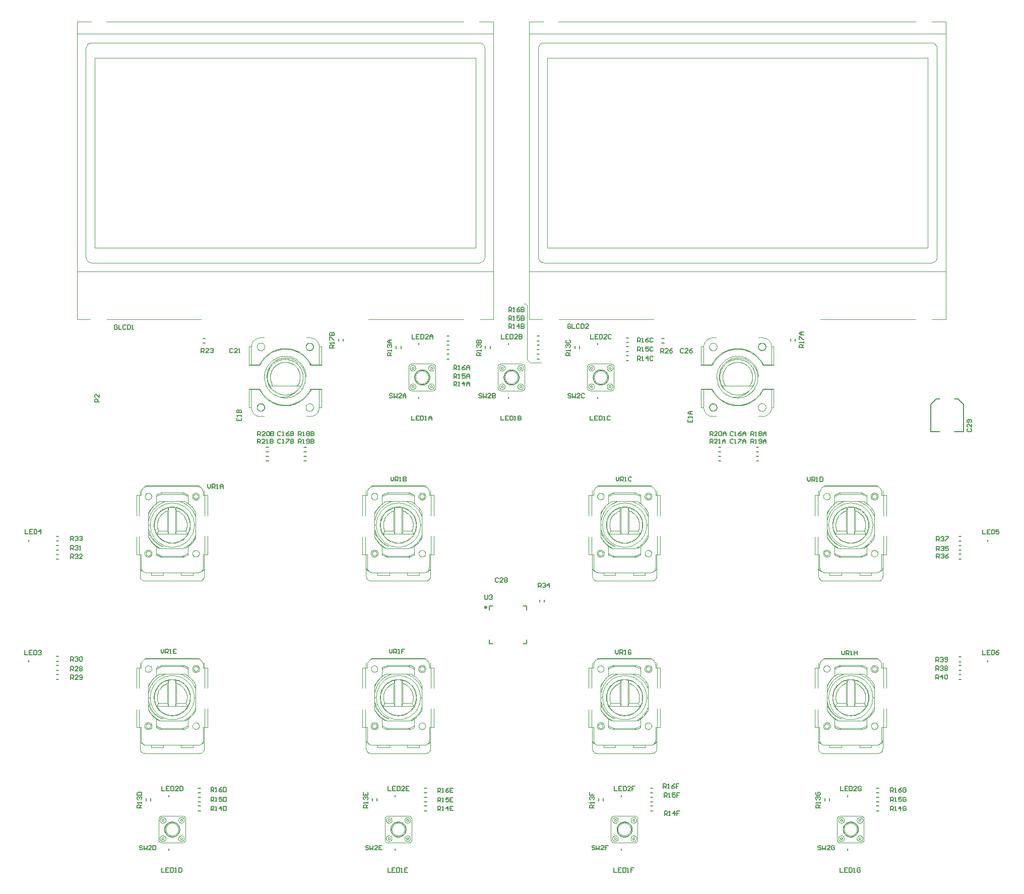
<source format=gto>
%FSTAX23Y23*%
%MOIN*%
%SFA1B1*%

%IPPOS*%
%ADD10C,0.003937*%
%ADD11C,0.009843*%
%ADD12C,0.007874*%
%ADD13C,0.005905*%
%ADD14R,0.010000X0.015000*%
%LNduo_x-1*%
%LPD*%
G54D10*
X01228Y02995D02*
D01*
X01228Y03005*
X01227Y03014*
X01225Y03024*
X01223Y03033*
X0122Y03042*
X01217Y03051*
X01212Y0306*
X01208Y03068*
X01202Y03076*
X01196Y03084*
X0119Y03091*
X01183Y03097*
X01176Y03104*
X01168Y03109*
X0116Y03114*
X01151Y03119*
X01142Y03123*
X01133Y03126*
X01124Y03129*
X01115Y03131*
X01105Y03132*
X01096Y03133*
X01086*
X01076Y03132*
X01067Y03131*
X01057Y03129*
X01048Y03126*
X01039Y03123*
X0103Y03119*
X01022Y03114*
X01014Y03109*
X01006Y03104*
X00998Y03097*
X00992Y03091*
X00985Y03084*
X00979Y03076*
X00974Y03068*
X00969Y0306*
X00965Y03051*
X00961Y03042*
X00958Y03033*
X00956Y03024*
X00954Y03014*
X00953Y03005*
X00953Y02995*
X01258Y03074D02*
D01*
X01252Y03085*
X01246Y03096*
X01238Y03107*
X0123Y03117*
X01221Y03126*
X01212Y03135*
X01202Y03143*
X01191Y0315*
X0118Y03157*
X01168Y03163*
X01156Y03168*
X01144Y03172*
X01132Y03175*
X01119Y03178*
X01106Y03179*
X01093Y0318*
X0108Y0318*
X01068Y03179*
X01055Y03176*
X01042Y03174*
X0103Y0317*
X01018Y03165*
X01006Y0316*
X00995Y03153*
X00984Y03146*
X00974Y03138*
X00964Y0313*
X00955Y03121*
X00947Y03111*
X00939Y03101*
X00932Y0309*
X00926Y03078*
X00923Y03074*
X01261Y03078D02*
D01*
X01254Y03089*
X01247Y031*
X0124Y03111*
X01231Y03121*
X01222Y03131*
X01212Y0314*
X01202Y03148*
X01191Y03155*
X0118Y03162*
X01168Y03168*
X01156Y03172*
X01143Y03177*
X0113Y0318*
X01117Y03182*
X01104Y03183*
X01091Y03184*
X01078Y03183*
X01065Y03182*
X01052Y0318*
X01039Y03177*
X01026Y03173*
X01014Y03168*
X01002Y03162*
X00991Y03155*
X0098Y03148*
X00969Y0314*
X0096Y03131*
X0095Y03122*
X00942Y03111*
X00934Y03101*
X00927Y0309*
X00921Y03078*
X00921Y03078*
X00923Y02916D02*
D01*
X00929Y02905*
X00936Y02894*
X00943Y02883*
X00951Y02873*
X0096Y02864*
X0097Y02855*
X0098Y02847*
X0099Y02839*
X01002Y02833*
X01013Y02827*
X01025Y02822*
X01037Y02818*
X0105Y02815*
X01062Y02812*
X01075Y02811*
X01088Y0281*
X01101Y0281*
X01114Y02811*
X01127Y02813*
X01139Y02816*
X01151Y0282*
X01164Y02825*
X01175Y0283*
X01187Y02837*
X01197Y02844*
X01208Y02852*
X01217Y0286*
X01226Y02869*
X01235Y02879*
X01243Y02889*
X0125Y029*
X01256Y02911*
X01258Y02916*
X00921Y02912D02*
D01*
X00927Y02901*
X00934Y02889*
X00942Y02879*
X0095Y02869*
X00959Y02859*
X00969Y0285*
X00979Y02842*
X0099Y02835*
X01002Y02828*
X01014Y02822*
X01026Y02817*
X01038Y02813*
X01051Y0281*
X01064Y02808*
X01077Y02806*
X01091Y02806*
X01104Y02806*
X01117Y02808*
X0113Y0281*
X01143Y02813*
X01155Y02817*
X01167Y02822*
X01179Y02828*
X01191Y02835*
X01202Y02842*
X01212Y0285*
X01222Y02859*
X01231Y02868*
X01239Y02878*
X01247Y02889*
X01254Y029*
X0126Y02912*
X01261Y02912*
X01193Y02936D02*
D01*
X01197Y02943*
X012Y02951*
X01203Y02958*
X01205Y02966*
X01207Y02974*
X01208Y02983*
X01209Y02991*
X01209Y02999*
X01208Y03007*
X01207Y03015*
X01205Y03024*
X01203Y03031*
X012Y03039*
X01197Y03047*
X01193Y03054*
X01189Y03061*
X01184Y03068*
X01178Y03074*
X01173Y0308*
X01167Y03085*
X0116Y03091*
X01153Y03095*
X01146Y03099*
X01139Y03103*
X01131Y03106*
X01123Y03108*
X01115Y0311*
X01107Y03112*
X01099Y03113*
X01091Y03113*
X01082Y03113*
X01074Y03112*
X01066Y0311*
X01058Y03108*
X0105Y03106*
X01043Y03103*
X01035Y03099*
X01028Y03095*
X01021Y03091*
X01015Y03085*
X01009Y0308*
X01003Y03074*
X00998Y03068*
X00993Y03061*
X00988Y03054*
X00985Y03047*
X00981Y03039*
X00978Y03031*
X00976Y03024*
X00974Y03015*
X00973Y03007*
X00973Y02999*
Y02991*
X00973Y02983*
X00974Y02974*
X00976Y02966*
X00978Y02958*
X00981Y02951*
X00985Y02943*
X00988Y02936*
X00988Y02936*
X01169D02*
D01*
X01173Y02942*
X01177Y02947*
X0118Y02954*
X01183Y0296*
X01185Y02966*
X01187Y02973*
X01188Y0298*
X01189Y02987*
X01189Y02993*
X01189Y03*
X01188Y03007*
X01187Y03014*
X01186Y03021*
X01184Y03027*
X01181Y03034*
X01178Y0304*
X01175Y03046*
X01171Y03052*
X01167Y03057*
X01163Y03062*
X01158Y03067*
X01152Y03072*
X01147Y03076*
X01141Y03079*
X01135Y03083*
X01129Y03086*
X01123Y03088*
X01116Y0309*
X01109Y03092*
X01102Y03093*
X01096Y03093*
X01089Y03093*
X01082Y03093*
X01075Y03092*
X01068Y03091*
X01062Y03089*
X01055Y03087*
X01049Y03084*
X01043Y03081*
X01037Y03077*
X01031Y03073*
X01026Y03069*
X01021Y03064*
X01016Y03059*
X01012Y03054*
X01008Y03048*
X01005Y03042*
X01001Y03036*
X00999Y0303*
X00997Y03024*
X00995Y03017*
X00993Y0301*
X00993Y03003*
X00992Y02996*
X00992Y0299*
X00993Y02983*
X00994Y02976*
X00996Y02969*
X00998Y02963*
X01Y02956*
X01003Y0295*
X01006Y02944*
X0101Y02938*
X01012Y02936*
X01111Y02859D02*
D01*
X0112Y0286*
X01129Y02863*
X01138Y02866*
X01146Y0287*
X01155Y02874*
X01163Y02879*
X0117Y02884*
X01178Y0289*
X01184Y02897*
X01191Y02903*
X01197Y02911*
X01202Y02918*
X01207Y02926*
X01211Y02935*
X01215Y02943*
X01218Y02952*
X0122Y02961*
X01222Y02971*
X01223Y0298*
X01223Y02989*
X01223Y02999*
X01222Y03008*
X01221Y03017*
X01219Y03026*
X01216Y03035*
X01213Y03044*
X01209Y03052*
X01204Y03061*
X01199Y03068*
X01195Y03074*
D01*
X01189Y0308*
X01183Y03087*
X01176Y03093*
X01169Y03098*
X01162Y03103*
X01154Y03108*
X01146Y03112*
X01138Y03115*
X0113Y03118*
X01121Y0312*
X01112Y03121*
X01104Y03122*
X01095Y03122*
X01091Y03122*
X0117Y02907D02*
D01*
X01175Y02912*
X01178Y02916*
X01033Y03107D02*
D01*
X01025Y03102*
X01018Y03097*
X01011Y03092*
X01005Y03086*
X00999Y0308*
X00994Y03073*
X00989Y03066*
X00984Y03058*
X0098Y03051*
X00977Y03043*
X00974Y03035*
X00972Y03026*
X0097Y03018*
X00969Y03009*
X00969Y03001*
X00969Y02992*
X0097Y02983*
X0097Y02978*
X01003Y02916D02*
D01*
X01008Y02911*
X01012Y02907*
X00979Y02949D02*
D01*
X00981Y02944*
X00983Y02939*
X00986Y02934*
X00989Y02929*
X00993Y02924*
X00996Y0292*
X01Y02916*
X01004Y02912*
X01009Y02909*
X01014Y02906*
X01017Y02904*
X01278Y03196D02*
D01*
X01278Y03198*
X01277Y03199*
X01277Y03201*
X01277Y03203*
X01276Y03205*
X01275Y03206*
X01275Y03208*
X01274Y03209*
X01273Y03211*
X01272Y03212*
X01271Y03214*
X01269Y03215*
X01268Y03216*
X01266Y03217*
X01265Y03218*
X01263Y03219*
X01262Y03219*
X0126Y0322*
X01258Y03221*
X01257Y03221*
X01255Y03221*
X01253Y03221*
X01251*
X01249Y03221*
X01248Y03221*
X01246Y03221*
X01244Y0322*
X01243Y03219*
X01241Y03219*
X01239Y03218*
X01238Y03217*
X01236Y03216*
X01235Y03215*
X01234Y03214*
X01233Y03212*
X01231Y03211*
X0123Y03209*
X0123Y03208*
X01229Y03206*
X01228Y03205*
X01228Y03203*
X01227Y03201*
X01227Y03199*
X01227Y03198*
X01227Y03196*
X01227Y03194*
X01227Y03192*
X01227Y0319*
X01228Y03189*
X01228Y03187*
X01229Y03185*
X0123Y03184*
X0123Y03182*
X01231Y03181*
X01233Y03179*
X01234Y03178*
X01235Y03177*
X01236Y03176*
X01238Y03175*
X01239Y03174*
X01241Y03173*
X01243Y03172*
X01244Y03171*
X01246Y03171*
X01248Y03171*
X01249Y0317*
X01251Y0317*
X01253*
X01255Y0317*
X01257Y03171*
X01258Y03171*
X0126Y03171*
X01262Y03172*
X01263Y03173*
X01265Y03174*
X01266Y03175*
X01268Y03176*
X01269Y03177*
X01271Y03178*
X01272Y03179*
X01273Y03181*
X01274Y03182*
X01275Y03184*
X01275Y03185*
X01276Y03187*
X01277Y03189*
X01277Y0319*
X01277Y03192*
X01278Y03194*
X01278Y03196*
X01276D02*
D01*
X01276Y03197*
X01276Y03199*
X01275Y03201*
X01275Y03202*
X01274Y03204*
X01274Y03205*
X01273Y03207*
X01272Y03208*
X01271Y0321*
X0127Y03211*
X01269Y03212*
X01268Y03213*
X01267Y03214*
X01265Y03215*
X01264Y03216*
X01262Y03217*
X01261Y03218*
X01259Y03218*
X01258Y03219*
X01256Y03219*
X01255Y03219*
X01253Y03219*
X01251*
X0125Y03219*
X01248Y03219*
X01246Y03219*
X01245Y03218*
X01243Y03218*
X01242Y03217*
X0124Y03216*
X01239Y03215*
X01238Y03214*
X01236Y03213*
X01235Y03212*
X01234Y03211*
X01233Y0321*
X01232Y03208*
X01231Y03207*
X01231Y03205*
X0123Y03204*
X01229Y03202*
X01229Y03201*
X01229Y03199*
X01229Y03197*
X01228Y03196*
X01229Y03194*
X01229Y03192*
X01229Y03191*
X01229Y03189*
X0123Y03188*
X01231Y03186*
X01231Y03185*
X01232Y03183*
X01233Y03182*
X01234Y03181*
X01235Y03179*
X01236Y03178*
X01238Y03177*
X01239Y03176*
X0124Y03175*
X01242Y03175*
X01243Y03174*
X01245Y03173*
X01246Y03173*
X01248Y03172*
X0125Y03172*
X01251Y03172*
X01253*
X01255Y03172*
X01256Y03172*
X01258Y03173*
X01259Y03173*
X01261Y03174*
X01262Y03175*
X01264Y03175*
X01265Y03176*
X01267Y03177*
X01268Y03178*
X01269Y03179*
X0127Y03181*
X01271Y03182*
X01272Y03183*
X01273Y03185*
X01274Y03186*
X01274Y03188*
X01275Y03189*
X01275Y03191*
X01276Y03192*
X01276Y03194*
X01276Y03196*
X01091Y03122D02*
D01*
X01068Y03119*
X01061Y03117*
X01066Y0288D02*
D01*
X01082Y02877*
X01091Y02877*
D01*
X01093Y02877*
X01096Y02877*
X01098Y02877*
X01101Y02878*
X01103Y02878*
X01091Y02863D02*
D01*
X01094Y02864*
X01097Y02865*
X01101Y02866*
X01104Y02866*
X01107Y02867*
Y02867*
X01158Y02878D02*
D01*
X01161Y02879*
X01163Y0288*
X01166Y02882*
X01168Y02883*
X01171Y02885*
D01*
X01172Y02885*
X01173Y02886*
X01175Y02887*
X01176Y02888*
X01177Y02888*
Y02888*
X01278Y02794D02*
D01*
X01278Y02796*
X01277Y02798*
X01277Y02799*
X01277Y02801*
X01276Y02803*
X01275Y02805*
X01275Y02806*
X01274Y02808*
X01273Y02809*
X01272Y02811*
X01271Y02812*
X01269Y02813*
X01268Y02814*
X01266Y02815*
X01265Y02816*
X01263Y02817*
X01262Y02818*
X0126Y02819*
X01258Y02819*
X01257Y02819*
X01255Y0282*
X01253Y0282*
X01251*
X01249Y0282*
X01248Y02819*
X01246Y02819*
X01244Y02819*
X01243Y02818*
X01241Y02817*
X01239Y02816*
X01238Y02815*
X01236Y02814*
X01235Y02813*
X01234Y02812*
X01233Y02811*
X01231Y02809*
X0123Y02808*
X0123Y02806*
X01229Y02805*
X01228Y02803*
X01228Y02801*
X01227Y02799*
X01227Y02798*
X01227Y02796*
X01227Y02794*
X01227Y02792*
X01227Y02791*
X01227Y02789*
X01228Y02787*
X01228Y02785*
X01229Y02784*
X0123Y02782*
X0123Y02781*
X01231Y02779*
X01233Y02778*
X01234Y02776*
X01235Y02775*
X01236Y02774*
X01238Y02773*
X01239Y02772*
X01241Y02771*
X01243Y0277*
X01244Y0277*
X01246Y02769*
X01248Y02769*
X01249Y02769*
X01251Y02769*
X01253*
X01255Y02769*
X01257Y02769*
X01258Y02769*
X0126Y0277*
X01262Y0277*
X01263Y02771*
X01265Y02772*
X01266Y02773*
X01268Y02774*
X01269Y02775*
X01271Y02776*
X01272Y02778*
X01273Y02779*
X01274Y02781*
X01275Y02782*
X01275Y02784*
X01276Y02785*
X01277Y02787*
X01277Y02789*
X01277Y02791*
X01278Y02792*
X01278Y02794*
X00955Y03196D02*
D01*
X00955Y03198*
X00955Y03199*
X00954Y03201*
X00954Y03203*
X00953Y03205*
X00953Y03206*
X00952Y03208*
X00951Y03209*
X0095Y03211*
X00949Y03212*
X00948Y03214*
X00946Y03215*
X00945Y03216*
X00944Y03217*
X00942Y03218*
X0094Y03219*
X00939Y03219*
X00937Y0322*
X00935Y03221*
X00934Y03221*
X00932Y03221*
X0093Y03221*
X00928*
X00927Y03221*
X00925Y03221*
X00923Y03221*
X00921Y0322*
X0092Y03219*
X00918Y03219*
X00916Y03218*
X00915Y03217*
X00914Y03216*
X00912Y03215*
X00911Y03214*
X0091Y03212*
X00909Y03211*
X00908Y03209*
X00907Y03208*
X00906Y03206*
X00905Y03205*
X00905Y03203*
X00904Y03201*
X00904Y03199*
X00904Y03198*
X00904Y03196*
X00904Y03194*
X00904Y03192*
X00904Y0319*
X00905Y03189*
X00905Y03187*
X00906Y03185*
X00907Y03184*
X00908Y03182*
X00909Y03181*
X0091Y03179*
X00911Y03178*
X00912Y03177*
X00914Y03176*
X00915Y03175*
X00916Y03174*
X00918Y03173*
X0092Y03172*
X00921Y03171*
X00923Y03171*
X00925Y03171*
X00927Y0317*
X00928Y0317*
X0093*
X00932Y0317*
X00934Y03171*
X00935Y03171*
X00937Y03171*
X00939Y03172*
X0094Y03173*
X00942Y03174*
X00944Y03175*
X00945Y03176*
X00946Y03177*
X00948Y03178*
X00949Y03179*
X0095Y03181*
X00951Y03182*
X00952Y03184*
X00953Y03185*
X00953Y03187*
X00954Y03189*
X00954Y0319*
X00955Y03192*
X00955Y03194*
X00955Y03196*
X01006Y02886D02*
D01*
X01013Y02881*
X01021Y02876*
X01029Y02872*
X01037Y02869*
X00955Y02794D02*
D01*
X00955Y02796*
X00955Y02798*
X00954Y02799*
X00954Y02801*
X00953Y02803*
X00953Y02805*
X00952Y02806*
X00951Y02808*
X0095Y02809*
X00949Y02811*
X00948Y02812*
X00946Y02813*
X00945Y02814*
X00944Y02815*
X00942Y02816*
X0094Y02817*
X00939Y02818*
X00937Y02819*
X00935Y02819*
X00934Y02819*
X00932Y0282*
X0093Y0282*
X00928*
X00927Y0282*
X00925Y02819*
X00923Y02819*
X00921Y02819*
X0092Y02818*
X00918Y02817*
X00916Y02816*
X00915Y02815*
X00914Y02814*
X00912Y02813*
X00911Y02812*
X0091Y02811*
X00909Y02809*
X00908Y02808*
X00907Y02806*
X00906Y02805*
X00905Y02803*
X00905Y02801*
X00904Y02799*
X00904Y02798*
X00904Y02796*
X00904Y02794*
X00904Y02792*
X00904Y02791*
X00904Y02789*
X00905Y02787*
X00905Y02785*
X00906Y02784*
X00907Y02782*
X00908Y02781*
X00909Y02779*
X0091Y02778*
X00911Y02776*
X00912Y02775*
X00914Y02774*
X00915Y02773*
X00916Y02772*
X00918Y02771*
X0092Y0277*
X00921Y0277*
X00923Y02769*
X00925Y02769*
X00927Y02769*
X00928Y02769*
X0093*
X00932Y02769*
X00934Y02769*
X00935Y02769*
X00937Y0277*
X00939Y0277*
X0094Y02771*
X00942Y02772*
X00944Y02773*
X00945Y02774*
X00946Y02775*
X00948Y02776*
X00949Y02778*
X0095Y02779*
X00951Y02781*
X00952Y02782*
X00953Y02784*
X00953Y02785*
X00954Y02787*
X00954Y02789*
X00955Y02791*
X00955Y02792*
X00955Y02794*
X00953D02*
D01*
X00953Y02796*
X00953Y02797*
X00952Y02799*
X00952Y02801*
X00951Y02802*
X00951Y02804*
X0095Y02805*
X00949Y02807*
X00948Y02808*
X00947Y02809*
X00946Y02811*
X00945Y02812*
X00944Y02813*
X00942Y02814*
X00941Y02815*
X0094Y02815*
X00938Y02816*
X00937Y02817*
X00935Y02817*
X00933Y02817*
X00932Y02818*
X0093Y02818*
X00928*
X00927Y02818*
X00925Y02817*
X00924Y02817*
X00922Y02817*
X0092Y02816*
X00919Y02815*
X00917Y02815*
X00916Y02814*
X00915Y02813*
X00913Y02812*
X00912Y02811*
X00911Y02809*
X0091Y02808*
X00909Y02807*
X00908Y02805*
X00908Y02804*
X00907Y02802*
X00907Y02801*
X00906Y02799*
X00906Y02797*
X00906Y02796*
X00906Y02794*
X00906Y02793*
X00906Y02791*
X00906Y02789*
X00907Y02788*
X00907Y02786*
X00908Y02785*
X00908Y02783*
X00909Y02782*
X0091Y0278*
X00911Y02779*
X00912Y02778*
X00913Y02777*
X00915Y02776*
X00916Y02775*
X00917Y02774*
X00919Y02773*
X0092Y02772*
X00922Y02772*
X00924Y02771*
X00925Y02771*
X00927Y02771*
X00928Y02771*
X0093*
X00932Y02771*
X00933Y02771*
X00935Y02771*
X00937Y02772*
X00938Y02772*
X0094Y02773*
X00941Y02774*
X00942Y02775*
X00944Y02776*
X00945Y02777*
X00946Y02778*
X00947Y02779*
X00948Y0278*
X00949Y02782*
X0095Y02783*
X00951Y02785*
X00951Y02786*
X00952Y02788*
X00952Y02789*
X00953Y02791*
X00953Y02793*
X00953Y02794*
X01315Y03196D02*
D01*
X01315Y032*
X01315Y03204*
X01314Y03208*
X01313Y03212*
X01312Y03216*
X0131Y0322*
X01308Y03223*
X01306Y03227*
X01304Y0323*
X01301Y03234*
X01299Y03237*
X01296Y0324*
X01292Y03242*
X01289Y03245*
X01286Y03247*
X01282Y03249*
X01278Y03251*
X01274Y03252*
X0127Y03253*
X01266Y03254*
X01262Y03254*
X01258Y03255*
X01256Y03255*
Y02735D02*
D01*
X0126Y02735*
X01264Y02736*
X01268Y02736*
X01272Y02737*
X01276Y02739*
X0128Y0274*
X01284Y02742*
X01287Y02744*
X01291Y02746*
X01294Y02749*
X01297Y02752*
X013Y02755*
X01303Y02758*
X01305Y02761*
X01307Y02765*
X01309Y02768*
X01311Y02772*
X01312Y02776*
X01313Y0278*
X01314Y02784*
X01315Y02788*
X01315Y02792*
X01315Y02794*
X012Y02914D02*
D01*
X01201Y02915*
X01202Y02916*
X01202Y02917*
X01203Y02919*
X01204Y0292*
X00953Y02995D02*
D01*
X00955Y02975*
X00958Y0296*
X00971Y02926D02*
D01*
X00978Y02915*
X00981Y02912*
X00925Y03255D02*
D01*
X00921Y03255*
X00917Y03254*
X00913Y03254*
X00909Y03253*
X00905Y03251*
X00901Y0325*
X00898Y03248*
X00894Y03246*
X00891Y03244*
X00887Y03241*
X00884Y03238*
X00881Y03235*
X00879Y03232*
X00876Y03229*
X00874Y03225*
X00872Y03222*
X00871Y03218*
X00869Y03214*
X00868Y0321*
X00867Y03206*
X00867Y03202*
X00866Y03198*
X00866Y03196*
Y02794D02*
D01*
X00866Y0279*
X00867Y02786*
X00868Y02782*
X00869Y02778*
X0087Y02774*
X00871Y0277*
X00873Y02766*
X00875Y02763*
X00878Y02759*
X0088Y02756*
X00883Y02753*
X00886Y0275*
X00889Y02748*
X00892Y02745*
X00896Y02743*
X00899Y02741*
X00903Y02739*
X00907Y02738*
X00911Y02737*
X00915Y02736*
X00919Y02735*
X00923Y02735*
X00925Y02735*
X01178Y02916D02*
D01*
X01188Y02929*
X01193Y02936*
X01177Y02888D02*
D01*
X01182Y02892*
X01183Y02892*
D01*
X01186Y02895*
X01188Y02897*
D01*
X01191Y029*
X01192Y02902*
D01*
X01196Y02907*
X01196Y02908*
D01*
X01197Y02909*
X01198Y0291*
X01199Y02911*
X012Y02912*
X012Y02914*
X0116Y02899D02*
D01*
X01166Y02904*
X0117Y02907*
X0115Y02893D02*
D01*
X01157Y02897*
X0116Y02899*
X01139Y02887D02*
D01*
X01147Y02891*
X0115Y02893*
X01127Y02883D02*
D01*
X01134Y02885*
X01139Y02887*
X01115Y0288D02*
D01*
X01122Y02881*
X01127Y02883*
X01103Y02878D02*
D01*
X01114Y02879*
X01115Y0288*
X01107Y02867D02*
D01*
X01115Y0287*
X01115Y0287*
D01*
X01122Y02873*
X01123Y02873*
D01*
X01124Y02874*
X01126Y02875*
X01127Y02875*
X01129Y02876*
X0113Y02877*
D01*
X01132Y02878*
X01133Y02879*
X01135Y0288*
X01136Y0288*
X01138Y02881*
X01138Y02881*
D01*
X01139Y02882*
X0114Y02883*
X01142Y02884*
X01143Y02885*
X01145Y02886*
D01*
X0115Y0289*
X01151Y02891*
D01*
X01155Y02894*
X01157Y02897*
D01*
X01158Y02898*
X01159Y029*
X0116Y02901*
X01162Y02902*
X01163Y02904*
X01061Y03117D02*
D01*
X01053Y03115*
X01046Y03113*
X01039Y0311*
X01033Y03107*
X01054Y02883D02*
D01*
X01061Y02881*
X01066Y0288*
X01043Y02887D02*
D01*
X0105Y02884*
X01054Y02883*
X01032Y02893D02*
D01*
X01039Y02889*
X01043Y02887*
X01021Y02899D02*
D01*
X01028Y02895*
X01032Y02893*
X01012Y02907D02*
D01*
X01017Y02902*
X01021Y02899*
X01037Y02869D02*
D01*
X0104Y02867*
X01043Y02866*
X01047Y02865*
X0105Y02864*
X01053Y02862*
X00995Y02926D02*
D01*
X01002Y02917*
X01003Y02916*
X00988Y02936D02*
D01*
X0099Y02934*
X00991Y02932*
X00993Y0293*
X00994Y02928*
X00995Y02926*
X0097Y02978D02*
D01*
X00972Y02969*
X00975Y02959*
X00979Y0295*
X00979Y02949*
X00958Y0296D02*
D01*
X0096Y02951*
X00963Y02943*
X00963Y02942*
D01*
X00966Y02936*
X00969Y02929*
X00971Y02926*
X00981Y02912D02*
D01*
X00987Y02904*
X00993Y02898*
D01*
X01Y02891*
X01006Y02886*
X02764Y0379D02*
D01*
X02765Y03788*
X02765Y03785*
X02765Y03782*
X02766Y0378*
X02767Y03777*
X02768Y03774*
X02769Y03772*
X0277Y0377*
X02772Y03767*
X02774Y03765*
X02776Y03763*
X02777Y03761*
X0278Y03759*
X02782Y03758*
X02784Y03756*
X02787Y03755*
X02789Y03754*
X02792Y03753*
X02794Y03752*
X02797Y03752*
X028Y03751*
X02802Y03751*
X02804Y03751*
X05363D02*
D01*
X05366Y03751*
X05368Y03751*
X05371Y03752*
X05374Y03753*
X05376Y03753*
X05379Y03755*
X05381Y03756*
X05384Y03757*
X05386Y03759*
X05388Y0376*
X0539Y03762*
X05392Y03764*
X05394Y03766*
X05396Y03768*
X05397Y03771*
X05398Y03773*
X05399Y03776*
X054Y03778*
X05401Y03781*
X05402Y03784*
X05402Y03786*
X05402Y03789*
X05402Y0379*
X02804Y05208D02*
D01*
X02801Y05208*
X02798Y05207*
X02796Y05207*
X02793Y05206*
X0279Y05205*
X02788Y05204*
X02785Y05203*
X02783Y05202*
X02781Y052*
X02779Y05199*
X02776Y05197*
X02775Y05195*
X02773Y05193*
X02771Y0519*
X0277Y05188*
X02768Y05186*
X02767Y05183*
X02766Y05181*
X02766Y05178*
X02765Y05175*
X02765Y05173*
X02764Y0517*
X02764Y05168*
X05402D02*
D01*
X05402Y05171*
X05402Y05174*
X05401Y05177*
X05401Y05179*
X054Y05182*
X05399Y05184*
X05398Y05187*
X05396Y05189*
X05395Y05192*
X05393Y05194*
X05391Y05196*
X05389Y05198*
X05387Y05199*
X05385Y05201*
X05383Y05203*
X0538Y05204*
X05378Y05205*
X05375Y05206*
X05372Y05207*
X0537Y05207*
X05367Y05208*
X05364Y05208*
X05363Y05208*
X04789Y-00059D02*
D01*
X04788Y-00058*
X04788Y-00057*
X04788Y-00055*
X04788Y-00054*
X04787Y-00053*
X04787Y-00052*
X04786Y-0005*
X04786Y-00049*
X04785Y-00048*
X04784Y-00047*
X04783Y-00046*
X04782Y-00045*
X04781Y-00044*
X0478Y-00044*
X04779Y-00043*
X04778Y-00042*
X04777Y-00042*
X04776Y-00041*
X04774Y-00041*
X04773Y-00041*
X04772Y-00041*
X0477Y-0004*
X04769*
X04768Y-00041*
X04767Y-00041*
X04765Y-00041*
X04764Y-00041*
X04763Y-00042*
X04762Y-00042*
X0476Y-00043*
X04759Y-00044*
X04758Y-00044*
X04757Y-00045*
X04756Y-00046*
X04756Y-00047*
X04755Y-00048*
X04754Y-00049*
X04753Y-0005*
X04753Y-00052*
X04752Y-00053*
X04752Y-00054*
X04752Y-00055*
X04751Y-00057*
X04751Y-00058*
X04751Y-00059*
X04751Y-0006*
X04751Y-00062*
X04752Y-00063*
X04752Y-00064*
X04752Y-00066*
X04753Y-00067*
X04753Y-00068*
X04754Y-00069*
X04755Y-0007*
X04756Y-00071*
X04756Y-00072*
X04757Y-00073*
X04758Y-00074*
X04759Y-00075*
X0476Y-00075*
X04762Y-00076*
X04763Y-00076*
X04764Y-00077*
X04765Y-00077*
X04767Y-00078*
X04768Y-00078*
X04769Y-00078*
X0477*
X04772Y-00078*
X04773Y-00078*
X04774Y-00077*
X04776Y-00077*
X04777Y-00076*
X04778Y-00076*
X04779Y-00075*
X0478Y-00075*
X04781Y-00074*
X04782Y-00073*
X04783Y-00072*
X04784Y-00071*
X04785Y-0007*
X04786Y-00069*
X04786Y-00068*
X04787Y-00067*
X04787Y-00066*
X04788Y-00064*
X04788Y-00063*
X04788Y-00062*
X04788Y-0006*
X04789Y-00059*
X04777D02*
D01*
X04777Y-00059*
X04777Y-00058*
X04777Y-00058*
X04776Y-00057*
X04776Y-00057*
X04776Y-00056*
X04776Y-00056*
X04776Y-00056*
X04775Y-00055*
X04775Y-00055*
X04775Y-00054*
X04774Y-00054*
X04774Y-00054*
X04774Y-00053*
X04773Y-00053*
X04773Y-00053*
X04772Y-00053*
X04772Y-00053*
X04771Y-00052*
X04771Y-00052*
X04771Y-00052*
X0477Y-00052*
X0477*
X04769Y-00052*
X04769Y-00052*
X04768Y-00052*
X04768Y-00053*
X04767Y-00053*
X04767Y-00053*
X04766Y-00053*
X04766Y-00053*
X04766Y-00054*
X04765Y-00054*
X04765Y-00054*
X04765Y-00055*
X04764Y-00055*
X04764Y-00056*
X04764Y-00056*
X04764Y-00056*
X04763Y-00057*
X04763Y-00057*
X04763Y-00058*
X04763Y-00058*
X04763Y-00059*
X04763Y-00059*
X04763Y-0006*
X04763Y-0006*
X04763Y-00061*
X04763Y-00061*
X04763Y-00062*
X04764Y-00062*
X04764Y-00062*
X04764Y-00063*
X04764Y-00063*
X04765Y-00064*
X04765Y-00064*
X04765Y-00064*
X04766Y-00065*
X04766Y-00065*
X04766Y-00065*
X04767Y-00065*
X04767Y-00066*
X04768Y-00066*
X04768Y-00066*
X04769Y-00066*
X04769Y-00066*
X0477Y-00066*
X0477*
X04771Y-00066*
X04771Y-00066*
X04771Y-00066*
X04772Y-00066*
X04772Y-00066*
X04773Y-00065*
X04773Y-00065*
X04774Y-00065*
X04774Y-00065*
X04774Y-00064*
X04775Y-00064*
X04775Y-00064*
X04775Y-00063*
X04776Y-00063*
X04776Y-00062*
X04776Y-00062*
X04776Y-00062*
X04776Y-00061*
X04777Y-00061*
X04777Y-0006*
X04777Y-0006*
X04777Y-00059*
X04789Y00062D02*
D01*
X04788Y00063*
X04788Y00064*
X04788Y00066*
X04788Y00067*
X04787Y00068*
X04787Y00069*
X04786Y00071*
X04786Y00072*
X04785Y00073*
X04784Y00074*
X04783Y00075*
X04782Y00076*
X04781Y00077*
X0478Y00077*
X04779Y00078*
X04778Y00079*
X04777Y00079*
X04776Y0008*
X04774Y0008*
X04773Y0008*
X04772Y0008*
X0477Y00081*
X04769*
X04768Y0008*
X04767Y0008*
X04765Y0008*
X04764Y0008*
X04763Y00079*
X04762Y00079*
X0476Y00078*
X04759Y00077*
X04758Y00077*
X04757Y00076*
X04756Y00075*
X04756Y00074*
X04755Y00073*
X04754Y00072*
X04753Y00071*
X04753Y00069*
X04752Y00068*
X04752Y00067*
X04752Y00066*
X04751Y00064*
X04751Y00063*
X04751Y00062*
X04751Y00061*
X04751Y00059*
X04752Y00058*
X04752Y00057*
X04752Y00055*
X04753Y00054*
X04753Y00053*
X04754Y00052*
X04755Y00051*
X04756Y0005*
X04756Y00049*
X04757Y00048*
X04758Y00047*
X04759Y00046*
X0476Y00046*
X04762Y00045*
X04763Y00045*
X04764Y00044*
X04765Y00044*
X04767Y00043*
X04768Y00043*
X04769Y00043*
X0477*
X04772Y00043*
X04773Y00043*
X04774Y00044*
X04776Y00044*
X04777Y00045*
X04778Y00045*
X04779Y00046*
X0478Y00046*
X04781Y00047*
X04782Y00048*
X04783Y00049*
X04784Y0005*
X04785Y00051*
X04786Y00052*
X04786Y00053*
X04787Y00054*
X04787Y00055*
X04788Y00057*
X04788Y00058*
X04788Y00059*
X04788Y00061*
X04789Y00062*
X04777D02*
D01*
X04777Y00062*
X04777Y00063*
X04777Y00063*
X04776Y00064*
X04776Y00064*
X04776Y00065*
X04776Y00065*
X04776Y00066*
X04775Y00066*
X04775Y00066*
X04775Y00067*
X04774Y00067*
X04774Y00067*
X04774Y00068*
X04773Y00068*
X04773Y00068*
X04772Y00068*
X04772Y00068*
X04771Y00069*
X04771Y00069*
X04771Y00069*
X0477Y00069*
X0477*
X04769Y00069*
X04769Y00069*
X04768Y00069*
X04768Y00068*
X04767Y00068*
X04767Y00068*
X04766Y00068*
X04766Y00068*
X04766Y00067*
X04765Y00067*
X04765Y00067*
X04765Y00066*
X04764Y00066*
X04764Y00066*
X04764Y00065*
X04764Y00065*
X04763Y00064*
X04763Y00064*
X04763Y00063*
X04763Y00063*
X04763Y00062*
X04763Y00062*
X04763Y00061*
X04763Y00061*
X04763Y0006*
X04763Y0006*
X04763Y0006*
X04764Y00059*
X04764Y00059*
X04764Y00058*
X04764Y00058*
X04765Y00057*
X04765Y00057*
X04765Y00057*
X04766Y00056*
X04766Y00056*
X04766Y00056*
X04767Y00056*
X04767Y00056*
X04768Y00055*
X04768Y00055*
X04769Y00055*
X04769Y00055*
X0477Y00055*
X0477*
X04771Y00055*
X04771Y00055*
X04771Y00055*
X04772Y00055*
X04772Y00056*
X04773Y00056*
X04773Y00056*
X04774Y00056*
X04774Y00056*
X04774Y00057*
X04775Y00057*
X04775Y00057*
X04775Y00058*
X04776Y00058*
X04776Y00059*
X04776Y00059*
X04776Y0006*
X04776Y0006*
X04777Y0006*
X04777Y00061*
X04777Y00061*
X04777Y00062*
X04911Y-00059D02*
D01*
X04911Y-00058*
X0491Y-00057*
X0491Y-00055*
X0491Y-00054*
X04909Y-00053*
X04909Y-00052*
X04908Y-0005*
X04908Y-00049*
X04907Y-00048*
X04906Y-00047*
X04905Y-00046*
X04904Y-00045*
X04903Y-00044*
X04902Y-00044*
X04901Y-00043*
X049Y-00042*
X04899Y-00042*
X04898Y-00041*
X04896Y-00041*
X04895Y-00041*
X04894Y-00041*
X04893Y-0004*
X04891*
X0489Y-00041*
X04889Y-00041*
X04887Y-00041*
X04886Y-00041*
X04885Y-00042*
X04884Y-00042*
X04883Y-00043*
X04881Y-00044*
X0488Y-00044*
X04879Y-00045*
X04878Y-00046*
X04878Y-00047*
X04877Y-00048*
X04876Y-00049*
X04875Y-0005*
X04875Y-00052*
X04874Y-00053*
X04874Y-00054*
X04874Y-00055*
X04873Y-00057*
X04873Y-00058*
X04873Y-00059*
X04873Y-0006*
X04873Y-00062*
X04874Y-00063*
X04874Y-00064*
X04874Y-00066*
X04875Y-00067*
X04875Y-00068*
X04876Y-00069*
X04877Y-0007*
X04878Y-00071*
X04878Y-00072*
X04879Y-00073*
X0488Y-00074*
X04881Y-00075*
X04883Y-00075*
X04884Y-00076*
X04885Y-00076*
X04886Y-00077*
X04887Y-00077*
X04889Y-00078*
X0489Y-00078*
X04891Y-00078*
X04893*
X04894Y-00078*
X04895Y-00078*
X04896Y-00077*
X04898Y-00077*
X04899Y-00076*
X049Y-00076*
X04901Y-00075*
X04902Y-00075*
X04903Y-00074*
X04904Y-00073*
X04905Y-00072*
X04906Y-00071*
X04907Y-0007*
X04908Y-00069*
X04908Y-00068*
X04909Y-00067*
X04909Y-00066*
X0491Y-00064*
X0491Y-00063*
X0491Y-00062*
X04911Y-0006*
X04911Y-00059*
X04899D02*
D01*
X04899Y-00059*
X04899Y-00058*
X04899Y-00058*
X04899Y-00057*
X04898Y-00057*
X04898Y-00056*
X04898Y-00056*
X04898Y-00056*
X04897Y-00055*
X04897Y-00055*
X04897Y-00054*
X04896Y-00054*
X04896Y-00054*
X04896Y-00053*
X04895Y-00053*
X04895Y-00053*
X04894Y-00053*
X04894Y-00053*
X04894Y-00052*
X04893Y-00052*
X04893Y-00052*
X04892Y-00052*
X04892*
X04891Y-00052*
X04891Y-00052*
X0489Y-00052*
X0489Y-00053*
X04889Y-00053*
X04889Y-00053*
X04888Y-00053*
X04888Y-00053*
X04888Y-00054*
X04887Y-00054*
X04887Y-00054*
X04887Y-00055*
X04886Y-00055*
X04886Y-00056*
X04886Y-00056*
X04886Y-00056*
X04885Y-00057*
X04885Y-00057*
X04885Y-00058*
X04885Y-00058*
X04885Y-00059*
X04885Y-00059*
X04885Y-0006*
X04885Y-0006*
X04885Y-00061*
X04885Y-00061*
X04885Y-00062*
X04886Y-00062*
X04886Y-00062*
X04886Y-00063*
X04886Y-00063*
X04887Y-00064*
X04887Y-00064*
X04887Y-00064*
X04888Y-00065*
X04888Y-00065*
X04888Y-00065*
X04889Y-00065*
X04889Y-00066*
X0489Y-00066*
X0489Y-00066*
X04891Y-00066*
X04891Y-00066*
X04892Y-00066*
X04892*
X04893Y-00066*
X04893Y-00066*
X04894Y-00066*
X04894Y-00066*
X04894Y-00066*
X04895Y-00065*
X04895Y-00065*
X04896Y-00065*
X04896Y-00065*
X04896Y-00064*
X04897Y-00064*
X04897Y-00064*
X04897Y-00063*
X04898Y-00063*
X04898Y-00062*
X04898Y-00062*
X04898Y-00062*
X04899Y-00061*
X04899Y-00061*
X04899Y-0006*
X04899Y-0006*
X04899Y-00059*
X04911Y00062D02*
D01*
X04911Y00063*
X0491Y00064*
X0491Y00066*
X0491Y00067*
X04909Y00068*
X04909Y00069*
X04908Y00071*
X04908Y00072*
X04907Y00073*
X04906Y00074*
X04905Y00075*
X04904Y00076*
X04903Y00077*
X04902Y00077*
X04901Y00078*
X049Y00079*
X04899Y00079*
X04898Y0008*
X04896Y0008*
X04895Y0008*
X04894Y0008*
X04893Y00081*
X04891*
X0489Y0008*
X04889Y0008*
X04887Y0008*
X04886Y0008*
X04885Y00079*
X04884Y00079*
X04883Y00078*
X04881Y00077*
X0488Y00077*
X04879Y00076*
X04878Y00075*
X04878Y00074*
X04877Y00073*
X04876Y00072*
X04875Y00071*
X04875Y00069*
X04874Y00068*
X04874Y00067*
X04874Y00066*
X04873Y00064*
X04873Y00063*
X04873Y00062*
X04873Y00061*
X04873Y00059*
X04874Y00058*
X04874Y00057*
X04874Y00055*
X04875Y00054*
X04875Y00053*
X04876Y00052*
X04877Y00051*
X04878Y0005*
X04878Y00049*
X04879Y00048*
X0488Y00047*
X04881Y00046*
X04883Y00046*
X04884Y00045*
X04885Y00045*
X04886Y00044*
X04887Y00044*
X04889Y00043*
X0489Y00043*
X04891Y00043*
X04893*
X04894Y00043*
X04895Y00043*
X04896Y00044*
X04898Y00044*
X04899Y00045*
X049Y00045*
X04901Y00046*
X04902Y00046*
X04903Y00047*
X04904Y00048*
X04905Y00049*
X04906Y0005*
X04907Y00051*
X04908Y00052*
X04908Y00053*
X04909Y00054*
X04909Y00055*
X0491Y00057*
X0491Y00058*
X0491Y00059*
X04911Y00061*
X04911Y00062*
X04899D02*
D01*
X04899Y00062*
X04899Y00063*
X04899Y00063*
X04899Y00064*
X04898Y00064*
X04898Y00065*
X04898Y00065*
X04898Y00066*
X04897Y00066*
X04897Y00066*
X04897Y00067*
X04896Y00067*
X04896Y00067*
X04896Y00068*
X04895Y00068*
X04895Y00068*
X04894Y00068*
X04894Y00068*
X04894Y00069*
X04893Y00069*
X04893Y00069*
X04892Y00069*
X04892*
X04891Y00069*
X04891Y00069*
X0489Y00069*
X0489Y00068*
X04889Y00068*
X04889Y00068*
X04888Y00068*
X04888Y00068*
X04888Y00067*
X04887Y00067*
X04887Y00067*
X04887Y00066*
X04886Y00066*
X04886Y00066*
X04886Y00065*
X04886Y00065*
X04885Y00064*
X04885Y00064*
X04885Y00063*
X04885Y00063*
X04885Y00062*
X04885Y00062*
X04885Y00061*
X04885Y00061*
X04885Y0006*
X04885Y0006*
X04885Y0006*
X04886Y00059*
X04886Y00059*
X04886Y00058*
X04886Y00058*
X04887Y00057*
X04887Y00057*
X04887Y00057*
X04888Y00056*
X04888Y00056*
X04888Y00056*
X04889Y00056*
X04889Y00056*
X0489Y00055*
X0489Y00055*
X04891Y00055*
X04891Y00055*
X04892Y00055*
X04892*
X04893Y00055*
X04893Y00055*
X04894Y00055*
X04894Y00055*
X04894Y00056*
X04895Y00056*
X04895Y00056*
X04896Y00056*
X04896Y00056*
X04896Y00057*
X04897Y00057*
X04897Y00057*
X04897Y00058*
X04898Y00058*
X04898Y00059*
X04898Y00059*
X04898Y0006*
X04899Y0006*
X04899Y0006*
X04899Y00061*
X04899Y00061*
X04899Y00062*
X04831Y0005D02*
D01*
X04834Y0005*
X04836Y0005*
X04839Y00051*
X0484Y00051*
X04822D02*
D01*
X04824Y00051*
X04827Y0005*
X0483Y0005*
X04831Y0005*
X04742Y-00067D02*
D01*
X04742Y-00068*
X04742Y-0007*
X04743Y-00071*
X04743Y-00072*
X04743Y-00074*
X04744Y-00075*
X04745Y-00076*
X04745Y-00077*
X04746Y-00079*
X04747Y-0008*
X04748Y-00081*
X04749Y-00082*
X0475Y-00083*
X04751Y-00083*
X04752Y-00084*
X04753Y-00085*
X04755Y-00085*
X04756Y-00086*
X04757Y-00086*
X04759Y-00086*
X0476Y-00087*
X04761Y-00087*
X04762Y-00087*
Y00089D02*
D01*
X04761Y00089*
X04759Y00089*
X04758Y00089*
X04757Y00089*
X04755Y00088*
X04754Y00088*
X04753Y00087*
X04752Y00086*
X0475Y00086*
X04749Y00085*
X04748Y00084*
X04747Y00083*
X04746Y00082*
X04746Y00081*
X04745Y0008*
X04744Y00078*
X04744Y00077*
X04743Y00076*
X04743Y00075*
X04743Y00073*
X04742Y00072*
X04742Y0007*
X04742Y0007*
X049Y-00087D02*
D01*
X04901Y-00087*
X04902Y-00087*
X04904Y-00086*
X04905Y-00086*
X04906Y-00086*
X04908Y-00085*
X04909Y-00084*
X0491Y-00084*
X04911Y-00083*
X04912Y-00082*
X04913Y-00081*
X04914Y-0008*
X04915Y-00079*
X04916Y-00078*
X04917Y-00077*
X04917Y-00076*
X04918Y-00074*
X04918Y-00073*
X04919Y-00072*
X04919Y-0007*
X04919Y-00069*
X04919Y-00068*
X04919Y-00067*
X04882Y00001D02*
D01*
X04882Y00004*
X04882Y00008*
X04881Y00012*
X0488Y00015*
X04879Y00018*
X04878Y00022*
X04876Y00025*
X04874Y00028*
X04872Y00031*
X0487Y00034*
X04868Y00036*
X04865Y00039*
X04862Y00041*
X04859Y00043*
X04856Y00045*
X04853Y00047*
X0485Y00048*
X04847Y0005*
X04843Y00051*
X0484Y00051*
X04836Y00052*
X04833Y00052*
X04829*
X04826Y00052*
X04822Y00051*
X04818Y00051*
X04815Y0005*
X04812Y00048*
X04808Y00047*
X04805Y00045*
X04802Y00043*
X04799Y00041*
X04797Y00039*
X04794Y00036*
X04792Y00034*
X04789Y00031*
X04787Y00028*
X04786Y00025*
X04784Y00022*
X04783Y00018*
X04782Y00015*
X04781Y00012*
X0478Y00008*
X0478Y00004*
X0478Y00001*
X0478Y-00002*
X0478Y-00005*
X04781Y-00009*
X04782Y-00012*
X04783Y-00016*
X04784Y-00019*
X04786Y-00022*
X04787Y-00025*
X04789Y-00028*
X04792Y-00031*
X04794Y-00034*
X04797Y-00036*
X04799Y-00038*
X04802Y-00041*
X04805Y-00042*
X04808Y-00044*
X04812Y-00046*
X04815Y-00047*
X04818Y-00048*
X04822Y-00049*
X04826Y-00049*
X04829Y-00049*
X04833*
X04836Y-00049*
X0484Y-00049*
X04843Y-00048*
X04847Y-00047*
X0485Y-00046*
X04853Y-00044*
X04856Y-00042*
X04859Y-00041*
X04862Y-00038*
X04865Y-00036*
X04868Y-00034*
X0487Y-00031*
X04872Y-00028*
X04874Y-00025*
X04876Y-00022*
X04878Y-00019*
X04879Y-00016*
X0488Y-00012*
X04881Y-00009*
X04882Y-00005*
X04882Y-00002*
X04882Y00001*
X0488D02*
D01*
X0488Y00004*
X0488Y00008*
X04879Y00011*
X04878Y00014*
X04877Y00018*
X04876Y00021*
X04874Y00024*
X04873Y00027*
X04871Y0003*
X04869Y00032*
X04866Y00035*
X04864Y00037*
X04861Y0004*
X04858Y00042*
X04855Y00043*
X04852Y00045*
X04849Y00046*
X04846Y00048*
X04843Y00049*
X04839Y00049*
X04836Y0005*
X04833Y0005*
X04829*
X04826Y0005*
X04822Y00049*
X04819Y00049*
X04816Y00048*
X04812Y00046*
X04809Y00045*
X04806Y00043*
X04803Y00042*
X04801Y0004*
X04798Y00037*
X04795Y00035*
X04793Y00032*
X04791Y0003*
X04789Y00027*
X04787Y00024*
X04786Y00021*
X04785Y00018*
X04784Y00014*
X04783Y00011*
X04782Y00008*
X04782Y00004*
X04782Y00001*
X04782Y-00002*
X04782Y-00005*
X04783Y-00008*
X04784Y-00012*
X04785Y-00015*
X04786Y-00018*
X04787Y-00021*
X04789Y-00024*
X04791Y-00027*
X04793Y-0003*
X04795Y-00032*
X04798Y-00035*
X04801Y-00037*
X04803Y-00039*
X04806Y-00041*
X04809Y-00042*
X04812Y-00044*
X04816Y-00045*
X04819Y-00046*
X04822Y-00047*
X04826Y-00047*
X04829Y-00047*
X04833*
X04836Y-00047*
X04839Y-00047*
X04843Y-00046*
X04846Y-00045*
X04849Y-00044*
X04852Y-00042*
X04855Y-00041*
X04858Y-00039*
X04861Y-00037*
X04864Y-00035*
X04866Y-00032*
X04869Y-0003*
X04871Y-00027*
X04873Y-00024*
X04874Y-00021*
X04876Y-00018*
X04877Y-00015*
X04878Y-00012*
X04879Y-00008*
X0488Y-00005*
X0488Y-00002*
X0488Y00001*
X04879D02*
D01*
X04879Y00004*
X04879Y00008*
X04878Y00011*
X04877Y00014*
X04876Y00017*
X04875Y0002*
X04873Y00024*
X04872Y00026*
X0487Y00029*
X04868Y00032*
X04866Y00034*
X04863Y00037*
X04861Y00039*
X04858Y00041*
X04855Y00043*
X04852Y00044*
X04849Y00046*
X04846Y00047*
X04843Y00048*
X04839Y00048*
X04836Y00049*
X04833Y00049*
X04829*
X04826Y00049*
X04822Y00048*
X04819Y00048*
X04816Y00047*
X04813Y00046*
X0481Y00044*
X04807Y00043*
X04804Y00041*
X04801Y00039*
X04799Y00037*
X04796Y00034*
X04794Y00032*
X04792Y00029*
X0479Y00026*
X04788Y00024*
X04787Y0002*
X04786Y00017*
X04784Y00014*
X04784Y00011*
X04783Y00008*
X04783Y00004*
X04783Y00001*
X04783Y-00002*
X04783Y-00005*
X04784Y-00008*
X04784Y-00011*
X04786Y-00015*
X04787Y-00018*
X04788Y-00021*
X0479Y-00024*
X04792Y-00026*
X04794Y-00029*
X04796Y-00032*
X04799Y-00034*
X04801Y-00036*
X04804Y-00038*
X04807Y-0004*
X0481Y-00042*
X04813Y-00043*
X04816Y-00044*
X04819Y-00045*
X04822Y-00046*
X04826Y-00046*
X04829Y-00046*
X04833*
X04836Y-00046*
X04839Y-00046*
X04843Y-00045*
X04846Y-00044*
X04849Y-00043*
X04852Y-00042*
X04855Y-0004*
X04858Y-00038*
X04861Y-00036*
X04863Y-00034*
X04866Y-00032*
X04868Y-00029*
X0487Y-00026*
X04872Y-00024*
X04873Y-00021*
X04875Y-00018*
X04876Y-00015*
X04877Y-00011*
X04878Y-00008*
X04879Y-00005*
X04879Y-00002*
X04879Y00001*
X04873D02*
D01*
X04873Y00004*
X04873Y00007*
X04872Y0001*
X04872Y00013*
X04871Y00015*
X0487Y00018*
X04868Y00021*
X04867Y00023*
X04865Y00026*
X04863Y00028*
X04861Y0003*
X04859Y00032*
X04857Y00034*
X04855Y00036*
X04852Y00038*
X04849Y00039*
X04847Y0004*
X04844Y00041*
X04841Y00042*
X04838Y00043*
X04835Y00043*
X04832Y00043*
X04829*
X04826Y00043*
X04824Y00043*
X04821Y00042*
X04818Y00041*
X04815Y0004*
X04812Y00039*
X0481Y00038*
X04807Y00036*
X04805Y00034*
X04803Y00032*
X048Y0003*
X04798Y00028*
X04797Y00026*
X04795Y00023*
X04793Y00021*
X04792Y00018*
X04791Y00015*
X0479Y00013*
X04789Y0001*
X04789Y00007*
X04789Y00004*
X04789Y00001*
X04789Y-00001*
X04789Y-00004*
X04789Y-00007*
X0479Y-0001*
X04791Y-00013*
X04792Y-00015*
X04793Y-00018*
X04795Y-00021*
X04797Y-00023*
X04798Y-00025*
X048Y-00028*
X04803Y-0003*
X04805Y-00032*
X04807Y-00033*
X0481Y-00035*
X04812Y-00036*
X04815Y-00037*
X04818Y-00038*
X04821Y-00039*
X04824Y-0004*
X04826Y-0004*
X04829Y-0004*
X04832*
X04835Y-0004*
X04838Y-0004*
X04841Y-00039*
X04844Y-00038*
X04847Y-00037*
X04849Y-00036*
X04852Y-00035*
X04855Y-00033*
X04857Y-00032*
X04859Y-0003*
X04861Y-00028*
X04863Y-00025*
X04865Y-00023*
X04867Y-00021*
X04868Y-00018*
X0487Y-00015*
X04871Y-00013*
X04872Y-0001*
X04872Y-00007*
X04873Y-00004*
X04873Y-00001*
X04873Y00001*
X04919Y0007D02*
D01*
X04919Y00071*
X04919Y00073*
X04919Y00074*
X04919Y00075*
X04918Y00076*
X04918Y00078*
X04917Y00079*
X04916Y0008*
X04916Y00081*
X04915Y00082*
X04914Y00083*
X04913Y00084*
X04912Y00085*
X04911Y00086*
X0491Y00087*
X04908Y00087*
X04907Y00088*
X04906Y00088*
X04905Y00089*
X04903Y00089*
X04902Y00089*
X049Y00089*
X049Y00089*
X04685Y00874D02*
D01*
X04686Y00864*
X04687Y00854*
X04689Y00844*
X04691Y00834*
X04694Y00825*
X04698Y00815*
X04702Y00806*
X04707Y00797*
X04713Y00789*
X04719Y00781*
X04726Y00773*
X04734Y00766*
X04741Y0076*
X0475Y00754*
X04758Y00748*
X04767Y00743*
X04776Y00739*
X04786Y00736*
X04796Y00733*
X04806Y00731*
X04816Y00729*
X04826Y00729*
X04836*
X04846Y00729*
X04856Y00731*
X04866Y00733*
X04876Y00736*
X04886Y00739*
X04895Y00743*
X04904Y00748*
X04912Y00754*
X04921Y0076*
X04928Y00766*
X04936Y00773*
X04943Y00781*
X04949Y00789*
X04955Y00797*
X0496Y00806*
X04964Y00815*
X04968Y00825*
X04971Y00834*
X04973Y00844*
X04975Y00854*
X04976Y00864*
X04977Y00874*
D01*
X04976Y00885*
X04975Y00895*
X04973Y00905*
X04971Y00915*
X04968Y00924*
X04964Y00934*
X0496Y00943*
X04955Y00952*
X04949Y0096*
X04943Y00968*
X04936Y00976*
X04928Y00983*
X04921Y00989*
X04912Y00995*
X04904Y01001*
X04895Y01005*
X04886Y01009*
X04876Y01013*
X04866Y01016*
X04856Y01018*
X04846Y01019*
X04836Y0102*
X04826*
X04816Y01019*
X04806Y01018*
X04796Y01016*
X04786Y01013*
X04776Y01009*
X04767Y01005*
X04758Y01001*
X0475Y00995*
X04741Y00989*
X04734Y00983*
X04726Y00976*
X04719Y00968*
X04713Y0096*
X04707Y00952*
X04702Y00943*
X04698Y00934*
X04694Y00924*
X04691Y00915*
X04689Y00905*
X04687Y00895*
X04686Y00885*
X04685Y00874*
X04951D02*
D01*
X04951Y00883*
X0495Y00891*
X04948Y00899*
X04946Y00907*
X04944Y00915*
X04941Y00923*
X04937Y00931*
X04933Y00938*
X04928Y00945*
X04923Y00952*
X04917Y00958*
X04911Y00964*
X04905Y00969*
X04898Y00974*
X04891Y00978*
X04884Y00982*
X04876Y00986*
X04868Y00989*
X0486Y00991*
X04852Y00993*
X04844Y00994*
X04835Y00994*
X04827*
X04818Y00994*
X0481Y00993*
X04802Y00991*
X04794Y00989*
X04786Y00986*
X04778Y00982*
X04771Y00978*
X04764Y00974*
X04757Y00969*
X04751Y00964*
X04745Y00958*
X04739Y00952*
X04734Y00945*
X04729Y00938*
X04725Y00931*
X04721Y00923*
X04718Y00915*
X04716Y00907*
X04714Y00899*
X04712Y00891*
X04711Y00883*
X04711Y00874*
X04711Y00866*
X04712Y00858*
X04714Y00849*
X04716Y00841*
X04718Y00833*
X04721Y00826*
X04725Y00818*
X04729Y00811*
X04734Y00804*
X04739Y00797*
X04745Y00791*
X04751Y00785*
X04757Y0078*
X04764Y00775*
X04771Y0077*
X04778Y00766*
X04786Y00763*
X04794Y0076*
X04802Y00758*
X0481Y00756*
X04818Y00755*
X04827Y00754*
X04835*
X04844Y00755*
X04852Y00756*
X0486Y00758*
X04868Y0076*
X04876Y00763*
X04884Y00766*
X04891Y0077*
X04898Y00775*
X04905Y0078*
X04911Y00785*
X04917Y00791*
X04923Y00797*
X04928Y00804*
X04933Y00811*
X04937Y00818*
X04941Y00826*
X04944Y00833*
X04946Y00841*
X04948Y00849*
X0495Y00858*
X04951Y00866*
X04951Y00874*
X04729Y00815D02*
D01*
X04733Y00808*
X04738Y00802*
X04743Y00795*
X04749Y00789*
X04755Y00784*
X04762Y00779*
X04768Y00774*
X04776Y0077*
X04783Y00766*
X04791Y00763*
X04798Y00761*
X04806Y00759*
X04815Y00757*
X04823Y00757*
X04831Y00756*
X04839Y00757*
X04847Y00757*
X04856Y00759*
X04864Y00761*
X04871Y00763*
X04879Y00766*
X04886Y0077*
X04894Y00774*
X049Y00779*
X04907Y00784*
X04913Y00789*
X04919Y00795*
X04924Y00802*
X04929Y00808*
X04933Y00815*
X04933Y00815*
X04807Y0099D02*
D01*
X04799Y00988*
X04791Y00986*
X04784Y00983*
X04776Y00979*
X04769Y00975*
X04762Y0097*
X04756Y00965*
X0475Y0096*
X04744Y00954*
X04739Y00948*
X04734Y00941*
X04729Y00934*
X04725Y00927*
X04722Y00919*
X04719Y00912*
X04717Y00904*
X04715Y00896*
X04714Y00888*
X04713Y00879*
X04713Y00871*
X04713Y00863*
X04715Y00855*
X04716Y00847*
X04718Y00839*
X04721Y00831*
X04724Y00823*
X04728Y00816*
X04729Y00815*
X04801Y00968D02*
D01*
X04795Y00966*
X04789Y00963*
X04783Y0096*
X04777Y00956*
X04771Y00952*
X04766Y00948*
X04761Y00943*
X04756Y00938*
X04752Y00933*
X04748Y00927*
X04745Y00921*
X04741Y00915*
X04739Y00909*
X04737Y00902*
X04735Y00896*
X04734Y00889*
X04733Y00882*
X04733Y00875*
X04733Y00868*
X04733Y00862*
X04735Y00855*
X04736Y00848*
X04738Y00842*
X04741Y00835*
X04741Y00835*
X05012Y01063D02*
D01*
X05012Y01065*
X05012Y01067*
X05012Y01068*
X05011Y0107*
X05011Y01071*
X0501Y01073*
X05009Y01074*
X05009Y01076*
X05008Y01077*
X05007Y01079*
X05005Y0108*
X05004Y01081*
X05003Y01082*
X05002Y01083*
X05Y01084*
X04999Y01085*
X04997Y01085*
X04996Y01086*
X04994Y01086*
X04993Y01087*
X04991Y01087*
X04989Y01087*
X04988*
X04986Y01087*
X04984Y01087*
X04983Y01086*
X04981Y01086*
X0498Y01085*
X04978Y01085*
X04977Y01084*
X04975Y01083*
X04974Y01082*
X04973Y01081*
X04971Y0108*
X0497Y01079*
X04969Y01077*
X04968Y01076*
X04968Y01074*
X04967Y01073*
X04966Y01071*
X04966Y0107*
X04965Y01068*
X04965Y01067*
X04965Y01065*
X04965Y01063*
X04965Y01062*
X04965Y0106*
X04965Y01058*
X04966Y01057*
X04966Y01055*
X04967Y01054*
X04968Y01052*
X04968Y01051*
X04969Y01049*
X0497Y01048*
X04971Y01047*
X04973Y01046*
X04974Y01045*
X04975Y01044*
X04977Y01043*
X04978Y01042*
X0498Y01041*
X04981Y01041*
X04983Y0104*
X04984Y0104*
X04986Y0104*
X04988Y0104*
X04989*
X04991Y0104*
X04993Y0104*
X04994Y0104*
X04996Y01041*
X04997Y01041*
X04999Y01042*
X05Y01043*
X05002Y01044*
X05003Y01045*
X05004Y01046*
X05005Y01047*
X05007Y01048*
X05008Y01049*
X05009Y01051*
X05009Y01052*
X0501Y01054*
X05011Y01055*
X05011Y01057*
X05012Y01058*
X05012Y0106*
X05012Y01062*
X05012Y01063*
X04937Y01072D02*
D01*
X04923Y01079*
X04909Y01085*
X04903Y01087*
X04933Y00815D02*
D01*
X04937Y00823*
X04941Y0083*
X04943Y00838*
X04946Y00846*
X04947Y00854*
X04948Y00862*
X04949Y0087*
Y00878*
X04948Y00887*
X04947Y00895*
X04946Y00903*
X04943Y00911*
X04941Y00919*
X04937Y00926*
X04933Y00933*
X04929Y0094*
X04924Y00947*
X04919Y00953*
X04913Y00959*
X04907Y00965*
X049Y0097*
X04894Y00975*
X04886Y00979*
X04879Y00982*
X04871Y00985*
X04864Y00988*
X04856Y0099*
X04855Y0099*
X04921Y00835D02*
D01*
X04924Y00841*
X04926Y00848*
X04927Y00855*
X04929Y00861*
X04929Y00868*
X04929Y00875*
X04929Y00882*
X04928Y00889*
X04927Y00896*
X04925Y00902*
X04923Y00909*
X04921Y00915*
X04918Y00921*
X04914Y00927*
X0491Y00933*
X04906Y00938*
X04901Y00943*
X04896Y00948*
X04891Y00952*
X04885Y00956*
X0488Y0096*
X04873Y00963*
X04867Y00966*
X04861Y00968*
X04861Y00968*
X04967Y00685D02*
D01*
X04967Y00684*
X04967Y00682*
X04967Y00681*
X04968Y00679*
X04968Y00678*
X04969Y00677*
X04969Y00675*
X0497Y00674*
X04971Y00673*
X04972Y00671*
X04973Y0067*
X04974Y00669*
X04975Y00668*
X04976Y00667*
X04978Y00667*
X04979Y00666*
X0498Y00665*
X04982Y00665*
X04983Y00664*
X04985Y00664*
X04986Y00664*
X04988Y00664*
X04989*
X04991Y00664*
X04992Y00664*
X04994Y00664*
X04995Y00665*
X04997Y00665*
X04998Y00666*
X04999Y00667*
X05001Y00667*
X05002Y00668*
X05003Y00669*
X05004Y0067*
X05005Y00671*
X05006Y00673*
X05007Y00674*
X05008Y00675*
X05008Y00677*
X05009Y00678*
X05009Y00679*
X0501Y00681*
X0501Y00682*
X0501Y00684*
X0501Y00685*
X04695Y01063D02*
D01*
X04695Y01065*
X04695Y01066*
X04695Y01068*
X04694Y01069*
X04694Y01071*
X04693Y01072*
X04693Y01073*
X04692Y01075*
X04691Y01076*
X0469Y01077*
X04689Y01078*
X04688Y01079*
X04687Y0108*
X04686Y01081*
X04684Y01082*
X04683Y01083*
X04682Y01083*
X0468Y01084*
X04679Y01084*
X04677Y01085*
X04676Y01085*
X04674Y01085*
X04673*
X04671Y01085*
X0467Y01085*
X04668Y01084*
X04667Y01084*
X04665Y01083*
X04664Y01083*
X04663Y01082*
X04661Y01081*
X0466Y0108*
X04659Y01079*
X04658Y01078*
X04657Y01077*
X04656Y01076*
X04655Y01075*
X04654Y01073*
X04654Y01072*
X04653Y01071*
X04653Y01069*
X04652Y01068*
X04652Y01066*
X04652Y01065*
X04652Y01063*
X04759Y01087D02*
D01*
X04744Y01081*
X0473Y01075*
X04725Y01072*
X04697Y00685D02*
D01*
X04697Y00687*
X04697Y00689*
X04697Y0069*
X04696Y00692*
X04696Y00693*
X04695Y00695*
X04694Y00696*
X04694Y00698*
X04693Y00699*
X04692Y00701*
X04691Y00702*
X04689Y00703*
X04688Y00704*
X04687Y00705*
X04685Y00706*
X04684Y00707*
X04682Y00707*
X04681Y00708*
X04679Y00708*
X04678Y00709*
X04676Y00709*
X04674Y00709*
X04673*
X04671Y00709*
X04669Y00709*
X04668Y00708*
X04666Y00708*
X04665Y00707*
X04663Y00707*
X04662Y00706*
X0466Y00705*
X04659Y00704*
X04658Y00703*
X04657Y00702*
X04655Y00701*
X04654Y00699*
X04653Y00698*
X04653Y00696*
X04652Y00695*
X04651Y00693*
X04651Y00692*
X0465Y0069*
X0465Y00689*
X0465Y00687*
X0465Y00685*
X0465Y00684*
X0465Y00682*
X0465Y0068*
X04651Y00679*
X04651Y00677*
X04652Y00676*
X04653Y00674*
X04653Y00673*
X04654Y00671*
X04655Y0067*
X04657Y00669*
X04658Y00668*
X04659Y00667*
X0466Y00666*
X04662Y00665*
X04663Y00664*
X04665Y00663*
X04666Y00663*
X04668Y00662*
X04669Y00662*
X04671Y00662*
X04673Y00662*
X04674*
X04676Y00662*
X04678Y00662*
X04679Y00662*
X04681Y00663*
X04682Y00663*
X04684Y00664*
X04685Y00665*
X04687Y00666*
X04688Y00667*
X04689Y00668*
X04691Y00669*
X04692Y0067*
X04693Y00671*
X04694Y00673*
X04694Y00674*
X04695Y00676*
X04696Y00677*
X04696Y00679*
X04697Y0068*
X04697Y00682*
X04697Y00684*
X04697Y00685*
X04658Y00685D02*
D01*
X04658Y00684*
X04658Y00683*
X04658Y00682*
X04658Y00681*
X04659Y0068*
X04659Y00679*
X0466Y00678*
X0466Y00677*
X04661Y00676*
X04661Y00675*
X04662Y00674*
X04663Y00674*
X04664Y00673*
X04665Y00672*
X04666Y00672*
X04667Y00671*
X04668Y00671*
X04669Y0067*
X0467Y0067*
X04671Y0067*
X04672Y0067*
X04673Y0067*
X04674*
X04675Y0067*
X04676Y0067*
X04677Y0067*
X04678Y0067*
X04679Y00671*
X0468Y00671*
X04681Y00672*
X04682Y00672*
X04683Y00673*
X04684Y00674*
X04685Y00674*
X04686Y00675*
X04686Y00676*
X04687Y00677*
X04687Y00678*
X04688Y00679*
X04688Y0068*
X04689Y00681*
X04689Y00682*
X04689Y00683*
X04689Y00684*
X05004Y01063D02*
D01*
X05004Y01064*
X05004Y01066*
X05004Y01067*
X05004Y01068*
X05003Y01069*
X05003Y0107*
X05002Y01071*
X05002Y01072*
X05001Y01073*
X05001Y01073*
X05Y01074*
X04999Y01075*
X04998Y01076*
X04997Y01076*
X04996Y01077*
X04995Y01077*
X04994Y01078*
X04993Y01078*
X04992Y01079*
X04991Y01079*
X0499Y01079*
X04989Y01079*
X04988*
X04987Y01079*
X04986Y01079*
X04985Y01079*
X04984Y01078*
X04983Y01078*
X04982Y01077*
X04981Y01077*
X0498Y01076*
X04979Y01076*
X04978Y01075*
X04977Y01074*
X04976Y01073*
X04976Y01073*
X04975Y01072*
X04975Y01071*
X04974Y0107*
X04974Y01069*
X04973Y01068*
X04973Y01067*
X04973Y01066*
X04973Y01065*
X04973Y01063D02*
D01*
X04973Y01062*
X04973Y01061*
X04973Y0106*
X04973Y01059*
X04974Y01058*
X04974Y01057*
X04975Y01056*
X04975Y01055*
X04976Y01054*
X04976Y01053*
X04977Y01052*
X04978Y01052*
X04979Y01051*
X0498Y0105*
X04981Y0105*
X04982Y01049*
X04983Y01049*
X04984Y01048*
X04985Y01048*
X04986Y01048*
X04987Y01048*
X04988Y01048*
X04989*
X0499Y01048*
X04991Y01048*
X04992Y01048*
X04993Y01048*
X04994Y01049*
X04995Y01049*
X04996Y0105*
X04997Y0105*
X04998Y01051*
X04999Y01052*
X05Y01052*
X05001Y01053*
X05001Y01054*
X05002Y01055*
X05002Y01056*
X05003Y01057*
X05003Y01058*
X05004Y01059*
X05004Y0106*
X05004Y01061*
X05004Y01062*
X04923Y01011D02*
D01*
X04915Y01016*
X04911Y01018*
X04855Y0099D02*
D01*
X04846Y00991*
X04838Y00992*
X0483Y00992*
X04822Y00992*
X04814Y00991*
X04807Y0099*
X0501Y00685D02*
D01*
X0501Y00687*
X0501Y00688*
X0501Y0069*
X05009Y00691*
X05009Y00693*
X05008Y00694*
X05008Y00696*
X05007Y00697*
X05006Y00698*
X05005Y00699*
X05004Y007*
X05003Y00701*
X05002Y00702*
X05001Y00703*
X04999Y00704*
X04998Y00705*
X04997Y00705*
X04995Y00706*
X04994Y00706*
X04992Y00707*
X04991Y00707*
X04989Y00707*
X04988*
X04986Y00707*
X04985Y00707*
X04983Y00706*
X04982Y00706*
X0498Y00705*
X04979Y00705*
X04978Y00704*
X04976Y00703*
X04975Y00702*
X04974Y00701*
X04973Y007*
X04972Y00699*
X04971Y00698*
X0497Y00697*
X04969Y00696*
X04969Y00694*
X04968Y00693*
X04968Y00691*
X04967Y0069*
X04967Y00688*
X04967Y00687*
X04967Y00685*
Y00685*
X04903Y00719D02*
D01*
X04907Y00721*
X04911Y00724*
X04916Y00727*
X0492Y0073*
X04924Y00732*
X04924Y00732*
X04903Y00662D02*
D01*
X04917Y00667*
X04932Y00674*
X04937Y00677*
X04652Y01063D02*
D01*
X04652Y01062*
X04652Y0106*
X04652Y01059*
X04653Y01057*
X04653Y01056*
X04654Y01055*
X04654Y01053*
X04655Y01052*
X04656Y01051*
X04657Y01049*
X04658Y01048*
X04659Y01047*
X0466Y01046*
X04661Y01045*
X04663Y01045*
X04664Y01044*
X04665Y01043*
X04667Y01043*
X04668Y01042*
X0467Y01042*
X04671Y01042*
X04673Y01042*
X04674*
X04676Y01042*
X04677Y01042*
X04679Y01042*
X0468Y01043*
X04682Y01043*
X04683Y01044*
X04684Y01045*
X04686Y01045*
X04687Y01046*
X04688Y01047*
X04689Y01048*
X0469Y01049*
X04691Y01051*
X04692Y01052*
X04693Y01053*
X04693Y01055*
X04694Y01056*
X04694Y01057*
X04695Y01059*
X04695Y0106*
X04695Y01062*
X04695Y01063*
X04785Y0103D02*
D01*
X04764Y01021*
X04752Y01015*
X04689Y00685D02*
D01*
X04689Y00686*
X04689Y00688*
X04689Y00689*
X04689Y0069*
X04688Y00691*
X04688Y00692*
X04687Y00693*
X04687Y00694*
X04686Y00695*
X04686Y00695*
X04685Y00696*
X04684Y00697*
X04683Y00698*
X04682Y00698*
X04681Y00699*
X0468Y007*
X04679Y007*
X04678Y007*
X04677Y00701*
X04676Y00701*
X04675Y00701*
X04674Y00701*
X04673*
X04672Y00701*
X04671Y00701*
X0467Y00701*
X04669Y007*
X04668Y007*
X04667Y007*
X04666Y00699*
X04665Y00698*
X04664Y00698*
X04663Y00697*
X04662Y00696*
X04661Y00695*
X04661Y00695*
X0466Y00694*
X0466Y00693*
X04659Y00692*
X04659Y00691*
X04658Y0069*
X04658Y00689*
X04658Y00688*
X04658Y00687*
X04741Y00748D02*
D01*
X04749Y00742*
X04754Y0074*
X04744Y00744D02*
D01*
X04763Y00735*
X04768Y00733*
X04725Y00677D02*
D01*
X04739Y0067*
X04753Y00664*
X04759Y00662*
X0504Y00521D02*
D01*
X05041Y00523*
X05042Y00525*
X05042Y00526*
X04964Y00757D02*
D01*
X04965Y00759*
X04966Y00761*
X04968Y00762*
X04969Y00764*
X0497Y00765*
X04957Y00999D02*
D01*
X0495Y01005*
X0495Y01006*
X04945Y00748D02*
D01*
X04952Y00755*
X0496Y00763*
X04966Y00771*
X04972Y0078*
X04977Y00789*
X04982Y00799*
X04982Y00799*
X04935Y01002D02*
D01*
X04927Y01009*
X04923Y01011*
X04692Y00765D02*
D01*
X04693Y00764*
X04694Y00762*
X04696Y00761*
X04697Y00759*
X04698Y00757*
X04692Y00765D02*
D01*
X04693Y00764*
X04694Y00762*
X04696Y00761*
X04697Y00759*
X04698Y00757*
X04712Y01006D02*
D01*
X04711Y01004*
X04709Y01002*
X04707Y01*
X04705Y00998*
X04703Y00995*
X04703Y00995*
X04697Y00793D02*
D01*
X04703Y00784*
X0471Y00776*
X04717Y00767*
X04725Y0076*
X04734Y00753*
X04741Y00748*
X04675Y00852D02*
D01*
X04678Y00836*
X04683Y00822*
X04712Y00768D02*
D01*
X04721Y0076*
X04722Y00759*
X04693Y00767D02*
D01*
X04695Y00765*
X04696Y00763*
X04697Y00762*
X04699Y0076*
X047Y00758*
X04684Y00936D02*
D01*
X0468Y00923*
X04679Y0092*
X04737Y01006D02*
D01*
X0473Y01*
X04724Y00995*
X0462Y00526D02*
D01*
X04621Y00524*
X04621Y00523*
X04622Y00521*
X05003Y01129D02*
D01*
X05001Y0113*
X05Y0113*
X04999Y0113*
X04998Y0113*
X04996Y0113*
X05009Y01128D02*
D01*
X05005Y01129*
X05003Y01129*
X05014Y01126D02*
D01*
X05012Y01127*
X0501Y01128*
X05009Y01128*
X05019Y01123D02*
D01*
X05017Y01124*
X05015Y01125*
X05014Y01126*
X05024Y01119D02*
D01*
X05022Y01121*
X0502Y01123*
X05019Y01123*
X05028Y01114D02*
D01*
X05026Y01116*
X05024Y01118*
X05024Y01119*
X05031Y01109D02*
D01*
X0503Y01111*
X05029Y01113*
X05028Y01114*
X05034Y01103D02*
D01*
X05033Y01105*
X05032Y01107*
X05031Y01109*
X05036Y01091D02*
D01*
X05035Y01096*
X05034Y01102*
X05034Y01103*
X05042Y00526D02*
D01*
X05043Y0053*
X05043Y00535*
X05044Y00536*
X05043Y00588D02*
D01*
X05043Y00588*
X05043Y00589*
X05043Y0059*
X05044Y0059*
X05044Y00591*
X05043Y00585D02*
D01*
X05043Y00587*
X05043Y00588*
X05042Y00582D02*
D01*
X05042Y00583*
X05043Y00584*
X05043Y00585*
X0504Y00579D02*
D01*
X05041Y0058*
X05042Y00582*
X05042Y00582*
X05039Y00576D02*
D01*
X0504Y00578*
X0504Y00579*
X05037Y00574D02*
D01*
X05038Y00575*
X05039Y00576*
X05034Y00572D02*
D01*
X05035Y00573*
X05036Y00574*
X05037Y00574*
X05032Y0057D02*
D01*
X05033Y00571*
X05034Y00572*
X05034Y00572*
X05026Y00568D02*
D01*
X05029Y00569*
X05032Y0057*
X05035Y00586D02*
D01*
X05035Y00587*
X05035Y00588*
X05035Y00589*
X05036Y0059*
X05036Y00591*
X05034Y00581D02*
D01*
X05035Y00584*
X05035Y00586*
X05032Y00577D02*
D01*
X05033Y00578*
X05034Y0058*
X05034Y00581*
X0503Y00572D02*
D01*
X05031Y00574*
X05032Y00576*
X05032Y00577*
X05026Y00569D02*
D01*
X05028Y0057*
X0503Y00572*
X0503Y00572*
X05023Y00565D02*
D01*
X05025Y00567*
X05026Y00568*
X05026Y00569*
X05019Y00563D02*
D01*
X0502Y00564*
X05022Y00565*
X05023Y00565*
X05014Y00561D02*
D01*
X05016Y00562*
X05017Y00562*
X05019Y00563*
X05004Y00559D02*
D01*
X05009Y0056*
X05013Y00561*
X05014Y00561*
X05012Y00504D02*
D01*
X05013Y00504*
X05014Y00505*
X05015Y00505*
X05016Y00505*
X05017Y00505*
Y00505*
D01*
X0502Y00505*
X05022Y00506*
D01*
X05024Y00506*
X05025Y00507*
X05026Y00508*
D01*
X05028Y00509*
X0503Y0051*
X05031Y0051*
D01*
X05032Y00512*
X05034Y00513*
X05034Y00514*
D01*
X05036Y00515*
X05037Y00517*
X05038Y00517*
D01*
X05039Y00519*
X0504Y00521*
X0504Y00521*
X04933Y01018D02*
D01*
X04932Y0102*
X0493Y01021*
X04928Y01022*
X04926Y01023*
X04925Y01024*
X04942Y01012D02*
D01*
X0494Y01014*
X04938Y01015*
X04937Y01016*
X04935Y01017*
X04933Y01018*
X0495Y01006D02*
D01*
X04948Y01007*
X04946Y01008*
X04945Y0101*
X04943Y01011*
X04942Y01012*
X04964Y00991D02*
D01*
X04958Y00998*
X04957Y00999*
X0497Y00983D02*
D01*
X04969Y00985*
X04968Y00987*
X04966Y00988*
X04965Y0099*
X04964Y00991*
X04976Y00975D02*
D01*
X04975Y00977*
X04974Y00978*
X04973Y0098*
X04971Y00982*
X0497Y00983*
X04987Y00957D02*
D01*
X04985Y00961*
X04983Y00964*
X04981Y00968*
X04978Y00971*
X04976Y00975*
X04976Y00975*
X04947Y00993D02*
D01*
X04937Y01001*
X04935Y01002*
X04957Y00982D02*
D01*
X04948Y00991*
X04947Y00993*
X04966Y00971D02*
D01*
X0496Y00979*
X04957Y00982*
X04974Y00958D02*
D01*
X04969Y00966*
X04966Y00971*
X04987Y00932D02*
D01*
X04977Y00952*
X04974Y00958*
X04976Y00774D02*
D01*
X04977Y00776*
X04979Y00777*
X0498Y00779*
X04981Y00781*
X04982Y00783*
X0497Y00765D02*
D01*
X04971Y00767*
X04973Y00769*
X04974Y0077*
X04975Y00772*
X04976Y00774*
X04976Y00774*
X04982Y00799D02*
D01*
X04983Y00801*
X04984Y00804*
X04985Y00806*
X04986Y00808*
X04987Y00811*
X04957Y0075D02*
D01*
X04963Y00756*
X04964Y00757*
X0495Y00743D02*
D01*
X04956Y00749*
X04957Y0075*
X04942Y00736D02*
D01*
X04943Y00738*
X04945Y00739*
X04946Y0074*
X04948Y00742*
X0495Y00743*
Y00743*
X04933Y0073D02*
D01*
X04935Y00732*
X04937Y00733*
X04938Y00734*
X0494Y00735*
X04942Y00736*
X04942Y00736*
X04916Y00719D02*
D01*
X04919Y00721*
X04923Y00723*
X04926Y00726*
X0493Y00728*
X04933Y0073*
X04933Y0073*
X04935Y0074D02*
D01*
X04944Y00747*
X04945Y00748*
X04924Y00732D02*
D01*
X04926Y00734*
X04929Y00735*
X04931Y00737*
X04933Y00738*
X04935Y0074*
X04935Y0074*
X04897Y01024D02*
D01*
X04894Y01026*
X04892Y01027*
X04889Y01028*
X04886Y01029*
X04883Y0103*
Y0103*
X04911Y01018D02*
D01*
X04908Y0102*
X04905Y01021*
X04903Y01022*
X049Y01023*
X04897Y01024*
X04897Y01024*
X04754Y0074D02*
D01*
X04757Y00738*
X0476Y00737*
X04763Y00735*
X04766Y00734*
X04768Y00733*
Y00733*
X04752Y01015D02*
D01*
X04744Y01011*
X04737Y01006*
X0468Y0096D02*
D01*
X0468Y00959*
X04679Y00958*
X04679Y00956*
X04678Y00955*
X04677Y00954*
X04684Y00967D02*
D01*
X04683Y00965*
X04682Y00964*
X04682Y00963*
X04681Y00961*
X0468Y0096*
X04687Y00973D02*
D01*
X04686Y00971*
X04685Y0097*
X04685Y00969*
X04684Y00968*
X04684Y00967*
X04684*
X0469Y00979D02*
D01*
X0469Y00977*
X04689Y00976*
X04688Y00975*
X04688Y00974*
X04687Y00973*
X04687Y00973*
X04694Y00984D02*
D01*
X04694Y00983*
X04693Y00982*
X04692Y00981*
X04691Y0098*
X0469Y00979*
X0469Y00979*
X04699Y0099D02*
D01*
X04698Y00989*
X04697Y00988*
X04696Y00987*
X04695Y00986*
X04694Y00984*
X04703Y00995D02*
D01*
X04702Y00994*
X04701Y00993*
X047Y00992*
X047Y00991*
X04699Y0099*
X04699Y0099*
X04691Y00953D02*
D01*
X04687Y00944*
X04684Y00936*
X04701Y00968D02*
D01*
X04695Y00959*
X04691Y00953*
X04712Y00982D02*
D01*
X04704Y00972*
X04701Y00968*
X04724Y00995D02*
D01*
X04715Y00986*
X04712Y00982*
X04679Y0092D02*
D01*
X04678Y00916*
X04677Y00913*
X04676Y00909*
X04675Y00906*
X04675Y00902*
X04675Y00902*
X04686Y00774D02*
D01*
X04687Y00772*
X04688Y0077*
X04689Y00769*
X04691Y00767*
X04692Y00765*
X04675Y00791D02*
D01*
X04677Y00788*
X04679Y00784*
X04681Y00781*
X04683Y00777*
X04686Y00774*
X04686Y00774*
D01*
X04687Y00772*
X04688Y0077*
X04689Y00769*
X04691Y00767*
X04692Y00765*
X04675Y00791D02*
D01*
X04677Y00788*
X04679Y00784*
X04681Y00781*
X04683Y00777*
X04686Y00774*
X04686Y00774*
X04683Y00822D02*
D01*
X04686Y00812*
X04691Y00803*
X04696Y00795*
X04697Y00793*
X04675Y00824D02*
D01*
X04676Y00822*
X04677Y00819*
X04678Y00817*
X04679Y00814*
X0468Y00812*
D01*
X04682Y00809*
X04683Y00807*
X04684Y00805*
X04685Y00802*
X04687Y008*
D01*
X04691Y00792*
X04694Y00789*
D01*
X047Y00781*
X04702Y00778*
D01*
X0471Y00769*
X04712Y00768*
X04687Y00776D02*
D01*
X04688Y00774*
X04689Y00772*
X04691Y0077*
X04692Y00768*
X04693Y00767*
X04693Y00767*
X04675Y00794D02*
D01*
X04677Y00791*
X04679Y00787*
X04682Y00783*
X04684Y00779*
X04687Y00776*
X04687Y00776*
X04729Y0073D02*
D01*
X0473Y00729*
X04732Y00728*
X04734Y00727*
X04736Y00726*
X04737Y00725*
X0472Y00736D02*
D01*
X04722Y00735*
X04724Y00734*
X04725Y00733*
X04727Y00732*
X04729Y0073*
X04729Y0073*
X04712Y00743D02*
D01*
X04714Y00742*
X04716Y0074*
X04717Y00739*
X04719Y00738*
X0472Y00736*
X04705Y0075D02*
D01*
X04712Y00744*
X04712Y00743*
X04698Y00757D02*
D01*
X04704Y00751*
X04705Y0075*
X04729Y0073D02*
D01*
X0473Y00729*
X04732Y00728*
X04734Y00727*
X04736Y00726*
X04737Y00725*
X0472Y00736D02*
D01*
X04722Y00735*
X04724Y00734*
X04725Y00733*
X04727Y00732*
X04729Y0073*
X04729Y0073*
X04712Y00743D02*
D01*
X04714Y00742*
X04716Y0074*
X04717Y00739*
X04719Y00738*
X0472Y00736*
X04705Y0075D02*
D01*
X04712Y00744*
X04712Y00743*
X04698Y00757D02*
D01*
X04704Y00751*
X04705Y0075*
X04722Y00759D02*
D01*
X04729Y00753*
X04732Y00751*
X04732D02*
D01*
X0474Y00746*
X04744Y00744*
X04734Y0073D02*
D01*
X04736Y00729*
X04738Y00728*
X0474Y00727*
X04742Y00726*
X04744Y00725*
X04725Y00737D02*
D01*
X04727Y00735*
X04729Y00734*
X0473Y00733*
X04732Y00732*
X04734Y0073*
X04716Y00743D02*
D01*
X04718Y00742*
X0472Y0074*
X04721Y00739*
X04723Y00738*
X04725Y00737*
Y00737*
X04708Y0075D02*
D01*
X04715Y00744*
X04716Y00743*
X047Y00758D02*
D01*
X04706Y00752*
X04708Y0075*
X04627Y01097D02*
D01*
X04627Y01096*
X04627Y01095*
X04627Y01093*
X04626Y01092*
X04626Y01091*
X04628Y01103D02*
D01*
X04628Y011*
X04627Y01097*
X04631Y01109D02*
D01*
X0463Y01107*
X04629Y01105*
X04628Y01103*
X04634Y01114D02*
D01*
X04632Y01112*
X04631Y0111*
X04631Y01109*
X04638Y01119D02*
D01*
X04636Y01117*
X04634Y01114*
X04634Y01114*
X04643Y01123D02*
D01*
X0464Y01121*
X04638Y01119*
X04638Y01119*
X04648Y01126D02*
D01*
X04646Y01125*
X04643Y01123*
X04643Y01123*
X04653Y01128D02*
D01*
X04651Y01128*
X04649Y01127*
X04648Y01126*
X04666Y0113D02*
D01*
X0466Y0113*
X04655Y01129*
X04653Y01128*
X04618Y00536D02*
D01*
X04619Y00531*
X0462Y00527*
X0462Y00526*
X04633Y00569D02*
D01*
X04634Y00569*
X04634Y00569*
X04635Y00568*
X04636Y00568*
X04636Y00568*
X0463Y0057D02*
D01*
X04632Y00569*
X04633Y00569*
X04628Y00572D02*
D01*
X04629Y00571*
X0463Y00571*
X0463Y0057*
X04625Y00574D02*
D01*
X04627Y00573*
X04628Y00572*
X04628Y00572*
X04623Y00576D02*
D01*
X04624Y00575*
X04625Y00574*
X04622Y00579D02*
D01*
X04623Y00578*
X04623Y00576*
X0462Y00582D02*
D01*
X04621Y0058*
X04622Y00579*
X04622Y00579*
X04619Y00585D02*
D01*
X0462Y00583*
X0462Y00582*
X0462Y00582*
X04618Y00591D02*
D01*
X04619Y00588*
X04619Y00585*
X04653Y0056D02*
D01*
X04654Y0056*
X04655Y0056*
X04656Y0056*
X04657Y0056*
X04658Y00559*
X04648Y00561D02*
D01*
X04651Y0056*
X04653Y0056*
X04643Y00563D02*
D01*
X04645Y00562*
X04647Y00561*
X04648Y00561*
X04639Y00565D02*
D01*
X04641Y00564*
X04643Y00563*
X04643Y00563*
X04635Y00569D02*
D01*
X04637Y00567*
X04639Y00566*
X04639Y00565*
X04632Y00572D02*
D01*
X04634Y00571*
X04635Y00569*
X04635Y00569*
X0463Y00577D02*
D01*
X04631Y00575*
X04632Y00573*
X04632Y00572*
X04628Y00581D02*
D01*
X04628Y00579*
X04629Y00578*
X0463Y00577*
X04626Y00591D02*
D01*
X04627Y00587*
X04628Y00582*
X04628Y00581*
X04645Y00505D02*
D01*
X04646Y00505*
X04647Y00505*
X04648Y00505*
X04649Y00504*
X0465Y00504*
X0465Y00504*
X0464Y00506D02*
D01*
X04643Y00505*
X04645Y00505*
X04636Y00508D02*
D01*
X04637Y00507*
X04639Y00506*
X0464Y00506*
X04631Y0051D02*
D01*
X04633Y00509*
X04635Y00508*
X04636Y00508*
X04628Y00514D02*
D01*
X04629Y00512*
X04631Y0051*
X04631Y0051*
X04624Y00517D02*
D01*
X04626Y00515*
X04627Y00514*
X04628Y00514*
X04622Y00521D02*
D01*
X04623Y0052*
X04624Y00518*
X04624Y00517*
X03126Y00521D02*
D01*
X03127Y0052*
X03128Y00518*
X03128Y00517*
D01*
X0313Y00515*
X03131Y00514*
X03132Y00514*
D01*
X03133Y00512*
X03135Y0051*
X03135Y0051*
D01*
X03137Y00509*
X03139Y00508*
X0314Y00508*
D01*
X03141Y00507*
X03143Y00506*
X03144Y00506*
D01*
X03147Y00505*
X03149Y00505*
D01*
X0315Y00505*
X03151Y00505*
X03152Y00505*
X03153Y00504*
X03154Y00504*
X03154Y00504*
X0313Y00591D02*
D01*
X03131Y00587*
X03132Y00582*
X03132Y00581*
D01*
X03132Y00579*
X03133Y00578*
X03134Y00577*
D01*
X03135Y00575*
X03136Y00573*
X03136Y00572*
D01*
X03138Y00571*
X03139Y00569*
X03139Y00569*
D01*
X03141Y00567*
X03143Y00566*
X03143Y00565*
D01*
X03145Y00564*
X03147Y00563*
X03147Y00563*
D01*
X03149Y00562*
X03151Y00561*
X03152Y00561*
D01*
X03155Y0056*
X03157Y0056*
D01*
X03158Y0056*
X03159Y0056*
X0316Y0056*
X03161Y0056*
X03162Y00559*
X03122Y00591D02*
D01*
X03123Y00588*
X03123Y00585*
D01*
X03124Y00583*
X03124Y00582*
X03124Y00582*
D01*
X03125Y0058*
X03125Y00579*
X03126Y00579*
D01*
X03126Y00578*
X03127Y00576*
D01*
X03128Y00575*
X03129Y00574*
D01*
X0313Y00573*
X03132Y00572*
X03132Y00572*
D01*
X03133Y00571*
X03134Y00571*
X03134Y0057*
D01*
X03136Y00569*
X03137Y00569*
D01*
X03138Y00569*
X03138Y00569*
X03139Y00568*
X03139Y00568*
X0314Y00568*
X03122Y00536D02*
D01*
X03123Y00531*
X03124Y00527*
X03124Y00526*
X0317Y0113D02*
D01*
X03164Y0113*
X03159Y01129*
X03157Y01128*
D01*
X03155Y01128*
X03153Y01127*
X03152Y01126*
D01*
X0315Y01125*
X03147Y01123*
X03146Y01123*
D01*
X03144Y01121*
X03142Y01119*
X03142Y01119*
D01*
X0314Y01117*
X03138Y01114*
X03138Y01114*
D01*
X03136Y01112*
X03135Y0111*
X03134Y01109*
D01*
X03134Y01107*
X03133Y01105*
X03132Y01103*
D01*
X03131Y011*
X03131Y01097*
D01*
X03131Y01096*
X03131Y01095*
X0313Y01093*
X0313Y01092*
X0313Y01091*
X03204Y00758D02*
D01*
X0321Y00752*
X03212Y0075*
D01*
X03219Y00744*
X0322Y00743*
D01*
X03222Y00742*
X03223Y0074*
X03225Y00739*
X03227Y00738*
X03229Y00737*
Y00737*
D01*
X03231Y00735*
X03232Y00734*
X03234Y00733*
X03236Y00732*
X03238Y0073*
D01*
X0324Y00729*
X03242Y00728*
X03244Y00727*
X03246Y00726*
X03248Y00725*
X03236Y00751D02*
D01*
X03244Y00746*
X03248Y00744*
X03226Y00759D02*
D01*
X03233Y00753*
X03236Y00751*
X03202Y00757D02*
D01*
X03208Y00751*
X03209Y0075*
D01*
X03215Y00744*
X03216Y00743*
D01*
X03218Y00742*
X0322Y0074*
X03221Y00739*
X03223Y00738*
X03224Y00736*
D01*
X03226Y00735*
X03228Y00734*
X03229Y00733*
X03231Y00732*
X03233Y0073*
X03233Y0073*
D01*
X03234Y00729*
X03236Y00728*
X03238Y00727*
X0324Y00726*
X03241Y00725*
X03202Y00757D02*
D01*
X03208Y00751*
X03209Y0075*
D01*
X03215Y00744*
X03216Y00743*
D01*
X03218Y00742*
X0322Y0074*
X03221Y00739*
X03223Y00738*
X03224Y00736*
D01*
X03226Y00735*
X03228Y00734*
X03229Y00733*
X03231Y00732*
X03233Y0073*
X03233Y0073*
D01*
X03234Y00729*
X03236Y00728*
X03238Y00727*
X0324Y00726*
X03241Y00725*
X03178Y00794D02*
D01*
X03181Y00791*
X03183Y00787*
X03186Y00783*
X03188Y00779*
X03191Y00776*
X03191Y00776*
D01*
X03192Y00774*
X03193Y00772*
X03195Y0077*
X03196Y00768*
X03197Y00767*
X03197Y00767*
X03206Y00778D02*
D01*
X03214Y00769*
X03216Y00768*
X03198Y00789D02*
D01*
X03204Y00781*
X03206Y00778*
X03191Y008D02*
D01*
X03195Y00792*
X03198Y00789*
X03184Y00812D02*
D01*
X03185Y00809*
X03187Y00807*
X03188Y00805*
X03189Y00802*
X03191Y008*
X03178Y00824D02*
D01*
X0318Y00822*
X03181Y00819*
X03182Y00817*
X03183Y00814*
X03184Y00812*
X03187Y00822D02*
D01*
X0319Y00812*
X03195Y00803*
X032Y00795*
X03201Y00793*
X03178Y00791D02*
D01*
X03181Y00788*
X03183Y00784*
X03185Y00781*
X03187Y00777*
X0319Y00774*
X0319Y00774*
D01*
X03191Y00772*
X03192Y0077*
X03193Y00769*
X03194Y00767*
X03196Y00765*
X03178Y00791D02*
D01*
X03181Y00788*
X03183Y00784*
X03185Y00781*
X03187Y00777*
X0319Y00774*
X0319Y00774*
D01*
X03191Y00772*
X03192Y0077*
X03193Y00769*
X03194Y00767*
X03196Y00765*
X03183Y0092D02*
D01*
X03182Y00916*
X03181Y00913*
X0318Y00909*
X03179Y00906*
X03178Y00902*
X03228Y00995D02*
D01*
X03219Y00986*
X03215Y00982*
D01*
X03208Y00972*
X03204Y00968*
D01*
X03199Y00959*
X03195Y00953*
D01*
X03191Y00944*
X03188Y00936*
X03207Y00995D02*
D01*
X03206Y00994*
X03205Y00993*
X03204Y00992*
X03204Y00991*
X03203Y0099*
X03203Y0099*
D01*
X03202Y00989*
X03201Y00988*
X032Y00987*
X03199Y00986*
X03198Y00984*
D01*
X03198Y00983*
X03197Y00982*
X03196Y00981*
X03195Y0098*
X03194Y00979*
X03194Y00979*
D01*
X03194Y00977*
X03193Y00976*
X03192Y00975*
X03191Y00974*
X03191Y00973*
X03191Y00973*
D01*
X0319Y00971*
X03189Y0097*
X03189Y00969*
X03188Y00968*
X03187Y00967*
X03187*
D01*
X03187Y00965*
X03186Y00964*
X03186Y00963*
X03185Y00961*
X03184Y0096*
D01*
X03184Y00959*
X03183Y00958*
X03183Y00956*
X03182Y00955*
X03181Y00954*
X03256Y01015D02*
D01*
X03248Y01011*
X03241Y01006*
X03258Y0074D02*
D01*
X03261Y00738*
X03264Y00737*
X03267Y00735*
X0327Y00734*
X03272Y00733*
Y00733*
X03414Y01018D02*
D01*
X03412Y0102*
X03409Y01021*
X03406Y01022*
X03404Y01023*
X03401Y01024*
X03401Y01024*
D01*
X03398Y01026*
X03396Y01027*
X03393Y01028*
X0339Y01029*
X03387Y0103*
Y0103*
X03428Y00732D02*
D01*
X0343Y00734*
X03433Y00735*
X03435Y00737*
X03437Y00738*
X03439Y0074*
X03439Y0074*
D01*
X03448Y00747*
X03449Y00748*
X0342Y00719D02*
D01*
X03423Y00721*
X03427Y00723*
X0343Y00726*
X03434Y00728*
X03437Y0073*
D01*
X03439Y00732*
X03441Y00733*
X03442Y00734*
X03444Y00735*
X03446Y00736*
X03446Y00736*
D01*
X03447Y00738*
X03449Y00739*
X0345Y0074*
X03452Y00742*
X03453Y00743*
Y00743*
D01*
X0346Y00749*
X03461Y0075*
D01*
X03467Y00756*
X03468Y00757*
X03486Y00799D02*
D01*
X03487Y00801*
X03488Y00804*
X03489Y00806*
X0349Y00808*
X03491Y00811*
X03474Y00765D02*
D01*
X03475Y00767*
X03477Y00769*
X03478Y0077*
X03479Y00772*
X0348Y00774*
X0348Y00774*
D01*
X03481Y00776*
X03482Y00777*
X03484Y00779*
X03485Y00781*
X03486Y00783*
X03491Y00932D02*
D01*
X03481Y00952*
X03478Y00958*
Y00958D02*
D01*
X03473Y00966*
X0347Y00971*
D01*
X03464Y00979*
X03461Y00982*
D01*
X03452Y00991*
X0345Y00993*
D01*
X03441Y01001*
X03439Y01002*
X03491Y00957D02*
D01*
X03489Y00961*
X03487Y00964*
X03485Y00968*
X03482Y00971*
X0348Y00975*
X0348Y00975*
D01*
X03479Y00977*
X03478Y00978*
X03477Y0098*
X03475Y00982*
X03474Y00983*
D01*
X03473Y00985*
X03472Y00987*
X0347Y00988*
X03469Y0099*
X03468Y00991*
D01*
X03462Y00998*
X03461Y00999*
X03453Y01006D02*
D01*
X03452Y01007*
X0345Y01008*
X03449Y0101*
X03447Y01011*
X03446Y01012*
D01*
X03444Y01014*
X03442Y01015*
X03441Y01016*
X03439Y01017*
X03437Y01018*
D01*
X03435Y0102*
X03434Y01021*
X03432Y01022*
X0343Y01023*
X03429Y01024*
X03542Y00517D02*
D01*
X03543Y00519*
X03544Y00521*
X03544Y00521*
X03538Y00514D02*
D01*
X0354Y00515*
X03541Y00517*
X03542Y00517*
X03535Y0051D02*
D01*
X03536Y00512*
X03538Y00513*
X03538Y00514*
X0353Y00508D02*
D01*
X03532Y00509*
X03534Y0051*
X03535Y0051*
X03526Y00506D02*
D01*
X03527Y00506*
X03529Y00507*
X0353Y00508*
X03521Y00505D02*
D01*
X03524Y00505*
X03526Y00506*
X03516Y00504D02*
D01*
X03517Y00504*
X03518Y00505*
X03519Y00505*
X0352Y00505*
X03521Y00505*
X03508Y00559D02*
D01*
X03512Y0056*
X03517Y00561*
X03518Y00561*
D01*
X0352Y00562*
X03521Y00562*
X03522Y00563*
D01*
X03524Y00564*
X03526Y00565*
X03527Y00565*
D01*
X03528Y00567*
X0353Y00568*
X0353Y00569*
D01*
X03532Y0057*
X03533Y00572*
X03534Y00572*
D01*
X03535Y00574*
X03536Y00576*
X03536Y00577*
D01*
X03537Y00578*
X03538Y0058*
X03538Y00581*
D01*
X03539Y00584*
X03539Y00586*
D01*
X03539Y00587*
X03539Y00588*
X03539Y00589*
X0354Y0059*
X0354Y00591*
X0354*
X0353Y00568D02*
D01*
X03533Y00569*
X03536Y0057*
D01*
X03537Y00571*
X03538Y00572*
X03538Y00572*
D01*
X03539Y00573*
X0354Y00574*
X03541Y00574*
D01*
X03542Y00575*
X03543Y00576*
D01*
X03544Y00578*
X03544Y00579*
X03544D02*
D01*
X03545Y0058*
X03546Y00582*
X03546Y00582*
D01*
X03546Y00583*
X03547Y00584*
X03547Y00585*
D01*
X03547Y00587*
X03547Y00588*
D01*
X03547Y00588*
X03547Y00589*
X03547Y0059*
X03547Y0059*
X03548Y00591*
X03546Y00526D02*
D01*
X03547Y0053*
X03547Y00535*
X03548Y00536*
X0354Y01091D02*
D01*
X03539Y01096*
X03538Y01102*
X03538Y01103*
D01*
X03537Y01105*
X03536Y01107*
X03535Y01109*
D01*
X03534Y01111*
X03533Y01113*
X03532Y01114*
D01*
X0353Y01116*
X03528Y01118*
X03528Y01119*
D01*
X03526Y01121*
X03524Y01123*
X03523Y01123*
D01*
X03521Y01124*
X03519Y01125*
X03518Y01126*
D01*
X03516Y01127*
X03514Y01128*
X03512Y01128*
D01*
X03509Y01129*
X03506Y01129*
D01*
X03505Y0113*
X03504Y0113*
X03503Y0113*
X03502Y0113*
X035Y0113*
X03124Y00526D02*
D01*
X03124Y00524*
X03125Y00523*
X03126Y00521*
X03241Y01006D02*
D01*
X03233Y01*
X03228Y00995*
X03188Y00936D02*
D01*
X03184Y00923*
X03183Y0092*
X03197Y00767D02*
D01*
X03199Y00765*
X032Y00763*
X03201Y00762*
X03203Y0076*
X03204Y00758*
X03216Y00768D02*
D01*
X03224Y0076*
X03226Y00759*
X03178Y00852D02*
D01*
X03182Y00836*
X03187Y00822*
X03201Y00793D02*
D01*
X03207Y00784*
X03214Y00776*
X03221Y00767*
X03229Y0076*
X03237Y00753*
X03245Y00748*
X03216Y01006D02*
D01*
X03215Y01004*
X03213Y01002*
X03211Y01*
X03209Y00998*
X03207Y00995*
X03207Y00995*
X03196Y00765D02*
D01*
X03197Y00764*
X03198Y00762*
X03199Y00761*
X03201Y00759*
X03202Y00757*
X03196Y00765D02*
D01*
X03197Y00764*
X03198Y00762*
X03199Y00761*
X03201Y00759*
X03202Y00757*
X03439Y01002D02*
D01*
X03431Y01009*
X03427Y01011*
X03449Y00748D02*
D01*
X03456Y00755*
X03463Y00763*
X0347Y00771*
X03476Y0078*
X03481Y00789*
X03486Y00799*
X03486Y00799*
X03461Y00999D02*
D01*
X03454Y01005*
X03453Y01006*
X03468Y00757D02*
D01*
X03469Y00759*
X0347Y00761*
X03472Y00762*
X03473Y00764*
X03474Y00765*
X03544Y00521D02*
D01*
X03545Y00523*
X03545Y00525*
X03546Y00526*
X03229Y00677D02*
D01*
X03243Y0067*
X03257Y00664*
X03263Y00662*
X03248Y00744D02*
D01*
X03267Y00735*
X03272Y00733*
X03245Y00748D02*
D01*
X03253Y00742*
X03258Y0074*
X03193Y00685D02*
D01*
X03193Y00686*
X03193Y00688*
X03193Y00689*
X03193Y0069*
X03192Y00691*
X03192Y00692*
X03191Y00693*
X03191Y00694*
X0319Y00695*
X0319Y00696*
X03189Y00696*
X03188Y00697*
X03187Y00698*
X03186Y00698*
X03185Y00699*
X03184Y007*
X03183Y007*
X03182Y007*
X03181Y00701*
X0318Y00701*
X03179Y00701*
X03178Y00701*
X03177*
X03176Y00701*
X03175Y00701*
X03174Y00701*
X03173Y007*
X03172Y007*
X03171Y007*
X0317Y00699*
X03169Y00698*
X03168Y00698*
X03167Y00697*
X03166Y00696*
X03165Y00696*
X03165Y00695*
X03164Y00694*
X03164Y00693*
X03163Y00692*
X03163Y00691*
X03162Y0069*
X03162Y00689*
X03162Y00688*
X03162Y00687*
X03289Y0103D02*
D01*
X03268Y01021*
X03256Y01015*
X03156Y01063D02*
D01*
X03156Y01062*
X03156Y0106*
X03156Y01059*
X03157Y01057*
X03157Y01056*
X03158Y01055*
X03158Y01053*
X03159Y01052*
X0316Y01051*
X03161Y01049*
X03162Y01048*
X03163Y01047*
X03164Y01046*
X03165Y01045*
X03167Y01045*
X03168Y01044*
X03169Y01043*
X03171Y01043*
X03172Y01042*
X03174Y01042*
X03175Y01042*
X03177Y01042*
X03178*
X0318Y01042*
X03181Y01042*
X03183Y01042*
X03184Y01043*
X03186Y01043*
X03187Y01044*
X03188Y01045*
X0319Y01045*
X03191Y01046*
X03192Y01047*
X03193Y01048*
X03194Y01049*
X03195Y01051*
X03196Y01052*
X03197Y01053*
X03197Y01055*
X03198Y01056*
X03198Y01057*
X03199Y01059*
X03199Y0106*
X03199Y01062*
X03199Y01063*
X03407Y00662D02*
D01*
X03421Y00667*
X03436Y00674*
X03441Y00677*
X03407Y00719D02*
D01*
X03411Y00721*
X03415Y00724*
X0342Y00727*
X03424Y0073*
X03428Y00732*
X03428Y00732*
X03514Y00685D02*
D01*
X03514Y00687*
X03514Y00688*
X03514Y0069*
X03513Y00691*
X03513Y00693*
X03512Y00694*
X03512Y00696*
X03511Y00697*
X0351Y00698*
X03509Y00699*
X03508Y007*
X03507Y00701*
X03506Y00702*
X03505Y00703*
X03503Y00704*
X03502Y00705*
X03501Y00705*
X03499Y00706*
X03498Y00706*
X03496Y00707*
X03495Y00707*
X03493Y00707*
X03492*
X0349Y00707*
X03489Y00707*
X03487Y00706*
X03486Y00706*
X03484Y00705*
X03483Y00705*
X03482Y00704*
X0348Y00703*
X03479Y00702*
X03478Y00701*
X03477Y007*
X03476Y00699*
X03475Y00698*
X03474Y00697*
X03473Y00696*
X03473Y00694*
X03472Y00693*
X03472Y00691*
X03471Y0069*
X03471Y00688*
X03471Y00687*
X03471Y00685*
X03359Y0099D02*
D01*
X0335Y00991*
X03342Y00992*
X03334Y00992*
X03326Y00992*
X03318Y00991*
X03311Y0099*
X03427Y01011D02*
D01*
X03419Y01016*
X03414Y01018*
X03477Y01063D02*
D01*
X03477Y01062*
X03477Y01061*
X03477Y0106*
X03477Y01059*
X03478Y01058*
X03478Y01057*
X03479Y01056*
X03479Y01055*
X0348Y01054*
X0348Y01053*
X03481Y01052*
X03482Y01052*
X03483Y01051*
X03484Y0105*
X03485Y0105*
X03486Y01049*
X03487Y01049*
X03488Y01048*
X03489Y01048*
X0349Y01048*
X03491Y01048*
X03492Y01048*
X03493*
X03494Y01048*
X03495Y01048*
X03496Y01048*
X03497Y01048*
X03498Y01049*
X03499Y01049*
X035Y0105*
X03501Y0105*
X03502Y01051*
X03503Y01052*
X03504Y01052*
X03504Y01053*
X03505Y01054*
X03506Y01055*
X03506Y01056*
X03507Y01057*
X03507Y01058*
X03508Y01059*
X03508Y0106*
X03508Y01061*
X03508Y01062*
X03508Y01063D02*
D01*
X03508Y01064*
X03508Y01066*
X03508Y01067*
X03508Y01068*
X03507Y01069*
X03507Y0107*
X03506Y01071*
X03506Y01072*
X03505Y01073*
X03504Y01073*
X03504Y01074*
X03503Y01075*
X03502Y01076*
X03501Y01076*
X035Y01077*
X03499Y01077*
X03498Y01078*
X03497Y01078*
X03496Y01079*
X03495Y01079*
X03494Y01079*
X03493Y01079*
X03492*
X03491Y01079*
X0349Y01079*
X03489Y01079*
X03488Y01078*
X03487Y01078*
X03486Y01077*
X03485Y01077*
X03484Y01076*
X03483Y01076*
X03482Y01075*
X03481Y01074*
X0348Y01073*
X0348Y01073*
X03479Y01072*
X03479Y01071*
X03478Y0107*
X03478Y01069*
X03477Y01068*
X03477Y01067*
X03477Y01066*
X03477Y01065*
X03162Y00685D02*
D01*
X03162Y00684*
X03162Y00683*
X03162Y00682*
X03162Y00681*
X03163Y0068*
X03163Y00679*
X03164Y00678*
X03164Y00677*
X03165Y00676*
X03165Y00675*
X03166Y00674*
X03167Y00674*
X03168Y00673*
X03169Y00672*
X0317Y00672*
X03171Y00671*
X03172Y00671*
X03173Y0067*
X03174Y0067*
X03175Y0067*
X03176Y0067*
X03177Y0067*
X03178*
X03179Y0067*
X0318Y0067*
X03181Y0067*
X03182Y0067*
X03183Y00671*
X03184Y00671*
X03185Y00672*
X03186Y00672*
X03187Y00673*
X03188Y00674*
X03189Y00674*
X0319Y00675*
X0319Y00676*
X03191Y00677*
X03191Y00678*
X03192Y00679*
X03192Y0068*
X03193Y00681*
X03193Y00682*
X03193Y00683*
X03193Y00684*
X03201Y00685D02*
D01*
X03201Y00687*
X03201Y00689*
X03201Y0069*
X032Y00692*
X032Y00693*
X03199Y00695*
X03198Y00696*
X03197Y00698*
X03197Y00699*
X03196Y00701*
X03194Y00702*
X03193Y00703*
X03192Y00704*
X03191Y00705*
X03189Y00706*
X03188Y00707*
X03186Y00707*
X03185Y00708*
X03183Y00708*
X03182Y00709*
X0318Y00709*
X03178Y00709*
X03177*
X03175Y00709*
X03173Y00709*
X03172Y00708*
X0317Y00708*
X03169Y00707*
X03167Y00707*
X03166Y00706*
X03164Y00705*
X03163Y00704*
X03162Y00703*
X0316Y00702*
X03159Y00701*
X03158Y00699*
X03157Y00698*
X03157Y00696*
X03156Y00695*
X03155Y00693*
X03155Y00692*
X03154Y0069*
X03154Y00689*
X03154Y00687*
X03154Y00685*
X03154Y00684*
X03154Y00682*
X03154Y0068*
X03155Y00679*
X03155Y00677*
X03156Y00676*
X03157Y00674*
X03157Y00673*
X03158Y00671*
X03159Y0067*
X0316Y00669*
X03162Y00668*
X03163Y00667*
X03164Y00666*
X03166Y00665*
X03167Y00664*
X03169Y00663*
X0317Y00663*
X03172Y00662*
X03173Y00662*
X03175Y00662*
X03177Y00662*
X03178*
X0318Y00662*
X03182Y00662*
X03183Y00662*
X03185Y00663*
X03186Y00663*
X03188Y00664*
X03189Y00665*
X03191Y00666*
X03192Y00667*
X03193Y00668*
X03194Y00669*
X03196Y0067*
X03197Y00671*
X03197Y00673*
X03198Y00674*
X03199Y00676*
X032Y00677*
X032Y00679*
X03201Y0068*
X03201Y00682*
X03201Y00684*
X03201Y00685*
X03263Y01087D02*
D01*
X03248Y01081*
X03234Y01075*
X03229Y01072*
X03199Y01063D02*
D01*
X03199Y01065*
X03199Y01066*
X03199Y01068*
X03198Y01069*
X03198Y01071*
X03197Y01072*
X03197Y01073*
X03196Y01075*
X03195Y01076*
X03194Y01077*
X03193Y01078*
X03192Y01079*
X03191Y0108*
X0319Y01081*
X03188Y01082*
X03187Y01083*
X03186Y01083*
X03184Y01084*
X03183Y01084*
X03181Y01085*
X0318Y01085*
X03178Y01085*
X03177*
X03175Y01085*
X03174Y01085*
X03172Y01084*
X03171Y01084*
X03169Y01083*
X03168Y01083*
X03167Y01082*
X03165Y01081*
X03164Y0108*
X03163Y01079*
X03162Y01078*
X03161Y01077*
X0316Y01076*
X03159Y01075*
X03158Y01073*
X03158Y01072*
X03157Y01071*
X03157Y01069*
X03156Y01068*
X03156Y01066*
X03156Y01065*
X03156Y01063*
X03471Y00685D02*
D01*
X03471Y00684*
X03471Y00682*
X03471Y00681*
X03472Y00679*
X03472Y00678*
X03473Y00677*
X03473Y00675*
X03474Y00674*
X03475Y00673*
X03476Y00671*
X03477Y0067*
X03478Y00669*
X03479Y00668*
X0348Y00667*
X03482Y00667*
X03483Y00666*
X03484Y00665*
X03486Y00665*
X03487Y00664*
X03489Y00664*
X0349Y00664*
X03492Y00664*
X03493*
X03495Y00664*
X03496Y00664*
X03498Y00664*
X03499Y00665*
X03501Y00665*
X03502Y00666*
X03503Y00667*
X03505Y00667*
X03506Y00668*
X03507Y00669*
X03508Y0067*
X03509Y00671*
X0351Y00673*
X03511Y00674*
X03512Y00675*
X03512Y00677*
X03513Y00678*
X03513Y00679*
X03514Y00681*
X03514Y00682*
X03514Y00684*
X03514Y00685*
X03425Y00835D02*
D01*
X03428Y00841*
X0343Y00848*
X03431Y00855*
X03432Y00861*
X03433Y00868*
X03433Y00875*
X03433Y00882*
X03432Y00889*
X03431Y00896*
X03429Y00902*
X03427Y00909*
X03425Y00915*
X03421Y00921*
X03418Y00927*
X03414Y00933*
X0341Y00938*
X03405Y00943*
X034Y00948*
X03395Y00952*
X03389Y00956*
X03384Y0096*
X03377Y00963*
X03371Y00966*
X03365Y00968*
X03364Y00968*
X03437Y00815D02*
D01*
X03441Y00823*
X03444Y0083*
X03447Y00838*
X0345Y00846*
X03451Y00854*
X03452Y00862*
X03453Y0087*
Y00878*
X03452Y00887*
X03451Y00895*
X0345Y00903*
X03447Y00911*
X03444Y00919*
X03441Y00926*
X03437Y00933*
X03433Y0094*
X03428Y00947*
X03423Y00953*
X03417Y00959*
X03411Y00965*
X03404Y0097*
X03398Y00975*
X0339Y00979*
X03383Y00982*
X03375Y00985*
X03367Y00988*
X03359Y0099*
X03359Y0099*
X03441Y01072D02*
D01*
X03427Y01079*
X03413Y01085*
X03407Y01087*
X03516Y01063D02*
D01*
X03516Y01065*
X03516Y01067*
X03516Y01068*
X03515Y0107*
X03515Y01071*
X03514Y01073*
X03513Y01074*
X03512Y01076*
X03512Y01077*
X03511Y01079*
X03509Y0108*
X03508Y01081*
X03507Y01082*
X03506Y01083*
X03504Y01084*
X03503Y01085*
X03501Y01085*
X035Y01086*
X03498Y01086*
X03497Y01087*
X03495Y01087*
X03493Y01087*
X03492*
X0349Y01087*
X03488Y01087*
X03487Y01086*
X03485Y01086*
X03484Y01085*
X03482Y01085*
X03481Y01084*
X03479Y01083*
X03478Y01082*
X03477Y01081*
X03475Y0108*
X03474Y01079*
X03473Y01077*
X03472Y01076*
X03472Y01074*
X03471Y01073*
X0347Y01071*
X0347Y0107*
X03469Y01068*
X03469Y01067*
X03469Y01065*
X03469Y01063*
X03469Y01062*
X03469Y0106*
X03469Y01058*
X0347Y01057*
X0347Y01055*
X03471Y01054*
X03472Y01052*
X03472Y01051*
X03473Y01049*
X03474Y01048*
X03475Y01047*
X03477Y01046*
X03478Y01045*
X03479Y01044*
X03481Y01043*
X03482Y01042*
X03484Y01041*
X03485Y01041*
X03487Y0104*
X03488Y0104*
X0349Y0104*
X03492Y0104*
X03493*
X03495Y0104*
X03497Y0104*
X03498Y0104*
X035Y01041*
X03501Y01041*
X03503Y01042*
X03504Y01043*
X03506Y01044*
X03507Y01045*
X03508Y01046*
X03509Y01047*
X03511Y01048*
X03512Y01049*
X03512Y01051*
X03513Y01052*
X03514Y01054*
X03515Y01055*
X03515Y01057*
X03516Y01058*
X03516Y0106*
X03516Y01062*
X03516Y01063*
X03305Y00968D02*
D01*
X03299Y00966*
X03293Y00963*
X03287Y0096*
X03281Y00956*
X03275Y00952*
X0327Y00948*
X03265Y00943*
X0326Y00938*
X03256Y00933*
X03252Y00927*
X03248Y00921*
X03245Y00915*
X03243Y00909*
X03241Y00902*
X03239Y00896*
X03238Y00889*
X03237Y00882*
X03237Y00875*
X03237Y00868*
X03237Y00862*
X03238Y00855*
X0324Y00848*
X03242Y00842*
X03245Y00835*
X03245Y00835*
X03311Y0099D02*
D01*
X03303Y00988*
X03295Y00986*
X03288Y00983*
X0328Y00979*
X03273Y00975*
X03266Y0097*
X0326Y00965*
X03254Y0096*
X03248Y00954*
X03242Y00948*
X03238Y00941*
X03233Y00934*
X03229Y00927*
X03226Y00919*
X03223Y00912*
X03221Y00904*
X03219Y00896*
X03218Y00888*
X03217Y00879*
X03217Y00871*
X03217Y00863*
X03218Y00855*
X0322Y00847*
X03222Y00839*
X03225Y00831*
X03228Y00823*
X03232Y00816*
X03233Y00815*
D01*
X03237Y00808*
X03242Y00802*
X03247Y00795*
X03253Y00789*
X03259Y00784*
X03266Y00779*
X03272Y00774*
X03279Y0077*
X03287Y00766*
X03295Y00763*
X03302Y00761*
X0331Y00759*
X03318Y00757*
X03327Y00757*
X03335Y00756*
X03343Y00757*
X03351Y00757*
X03359Y00759*
X03367Y00761*
X03375Y00763*
X03383Y00766*
X0339Y0077*
X03398Y00774*
X03404Y00779*
X03411Y00784*
X03417Y00789*
X03423Y00795*
X03428Y00802*
X03433Y00808*
X03437Y00815*
Y00815*
X03455Y00874D02*
D01*
X03455Y00883*
X03454Y00891*
X03452Y00899*
X0345Y00907*
X03448Y00915*
X03445Y00923*
X03441Y00931*
X03437Y00938*
X03432Y00945*
X03427Y00952*
X03421Y00958*
X03415Y00964*
X03409Y00969*
X03402Y00974*
X03395Y00978*
X03388Y00982*
X0338Y00986*
X03372Y00989*
X03364Y00991*
X03356Y00993*
X03347Y00994*
X03339Y00994*
X03331*
X03322Y00994*
X03314Y00993*
X03306Y00991*
X03298Y00989*
X0329Y00986*
X03282Y00982*
X03275Y00978*
X03268Y00974*
X03261Y00969*
X03255Y00964*
X03249Y00958*
X03243Y00952*
X03238Y00945*
X03233Y00938*
X03229Y00931*
X03225Y00923*
X03222Y00915*
X0322Y00907*
X03217Y00899*
X03216Y00891*
X03215Y00883*
X03215Y00874*
X03215Y00866*
X03216Y00858*
X03217Y00849*
X0322Y00841*
X03222Y00833*
X03225Y00826*
X03229Y00818*
X03233Y00811*
X03238Y00804*
X03243Y00797*
X03249Y00791*
X03255Y00785*
X03261Y0078*
X03268Y00775*
X03275Y0077*
X03282Y00766*
X0329Y00763*
X03298Y0076*
X03306Y00758*
X03314Y00756*
X03322Y00755*
X03331Y00754*
X03339*
X03347Y00755*
X03356Y00756*
X03364Y00758*
X03372Y0076*
X0338Y00763*
X03388Y00766*
X03395Y0077*
X03402Y00775*
X03409Y0078*
X03415Y00785*
X03421Y00791*
X03427Y00797*
X03432Y00804*
X03437Y00811*
X03441Y00818*
X03445Y00826*
X03448Y00833*
X0345Y00841*
X03452Y00849*
X03454Y00858*
X03455Y00866*
X03455Y00874*
X03481D02*
D01*
X0348Y00885*
X03479Y00895*
X03477Y00905*
X03475Y00915*
X03472Y00924*
X03468Y00934*
X03464Y00943*
X03458Y00952*
X03453Y0096*
X03447Y00968*
X0344Y00976*
X03432Y00983*
X03425Y00989*
X03416Y00995*
X03408Y01001*
X03399Y01005*
X0339Y01009*
X0338Y01013*
X0337Y01016*
X0336Y01018*
X0335Y01019*
X0334Y0102*
X0333*
X0332Y01019*
X0331Y01018*
X033Y01016*
X0329Y01013*
X0328Y01009*
X03271Y01005*
X03262Y01001*
X03253Y00995*
X03245Y00989*
X03237Y00983*
X0323Y00976*
X03223Y00968*
X03217Y0096*
X03211Y00952*
X03206Y00943*
X03202Y00934*
X03198Y00924*
X03195Y00915*
X03192Y00905*
X03191Y00895*
X0319Y00885*
X03189Y00874*
D01*
X0319Y00864*
X03191Y00854*
X03192Y00844*
X03195Y00834*
X03198Y00825*
X03202Y00815*
X03206Y00806*
X03211Y00797*
X03217Y00789*
X03223Y00781*
X0323Y00773*
X03237Y00766*
X03245Y0076*
X03253Y00754*
X03262Y00748*
X03271Y00743*
X0328Y00739*
X0329Y00736*
X033Y00733*
X0331Y00731*
X0332Y00729*
X0333Y00729*
X0334*
X0335Y00729*
X0336Y00731*
X0337Y00733*
X0338Y00736*
X0339Y00739*
X03399Y00743*
X03408Y00748*
X03416Y00754*
X03425Y0076*
X03432Y00766*
X0344Y00773*
X03447Y00781*
X03453Y00789*
X03458Y00797*
X03464Y00806*
X03468Y00815*
X03472Y00825*
X03475Y00834*
X03477Y00844*
X03479Y00854*
X0348Y00864*
X03481Y00874*
X0163Y00521D02*
D01*
X01631Y0052*
X01632Y00518*
X01632Y00517*
D01*
X01634Y00515*
X01635Y00514*
X01635Y00514*
D01*
X01637Y00512*
X01639Y0051*
X01639Y0051*
D01*
X01641Y00509*
X01643Y00508*
X01643Y00508*
D01*
X01645Y00507*
X01647Y00506*
X01648Y00506*
D01*
X01651Y00505*
X01653Y00505*
D01*
X01654Y00505*
X01655Y00505*
X01656Y00505*
X01657Y00504*
X01658Y00504*
X01658Y00504*
X01634Y00591D02*
D01*
X01635Y00587*
X01636Y00582*
X01636Y00581*
D01*
X01636Y00579*
X01637Y00578*
X01638Y00577*
D01*
X01638Y00575*
X0164Y00573*
X0164Y00572*
D01*
X01642Y00571*
X01643Y00569*
X01643Y00569*
D01*
X01645Y00567*
X01647Y00566*
X01647Y00565*
D01*
X01649Y00564*
X01651Y00563*
X01651Y00563*
D01*
X01653Y00562*
X01655Y00561*
X01656Y00561*
D01*
X01659Y0056*
X01661Y0056*
D01*
X01662Y0056*
X01663Y0056*
X01664Y0056*
X01665Y0056*
X01666Y00559*
X01626Y00591D02*
D01*
X01627Y00588*
X01627Y00585*
D01*
X01627Y00583*
X01628Y00582*
X01628Y00582*
D01*
X01629Y0058*
X01629Y00579*
X01629Y00579*
D01*
X0163Y00578*
X01631Y00576*
D01*
X01632Y00575*
X01633Y00574*
D01*
X01634Y00573*
X01636Y00572*
X01636Y00572*
D01*
X01637Y00571*
X01638Y00571*
X01638Y0057*
D01*
X0164Y00569*
X01641Y00569*
D01*
X01642Y00569*
X01642Y00569*
X01643Y00568*
X01643Y00568*
X01644Y00568*
X01626Y00536D02*
D01*
X01627Y00531*
X01628Y00527*
X01628Y00526*
X01674Y0113D02*
D01*
X01668Y0113*
X01663Y01129*
X01661Y01128*
D01*
X01659Y01128*
X01657Y01127*
X01656Y01126*
D01*
X01653Y01125*
X01651Y01123*
X0165Y01123*
D01*
X01648Y01121*
X01646Y01119*
X01646Y01119*
D01*
X01644Y01117*
X01642Y01114*
X01642Y01114*
D01*
X0164Y01112*
X01639Y0111*
X01638Y01109*
D01*
X01637Y01107*
X01637Y01105*
X01636Y01103*
D01*
X01635Y011*
X01635Y01097*
D01*
X01635Y01096*
X01635Y01095*
X01634Y01093*
X01634Y01092*
X01634Y01091*
X01634*
X01708Y00758D02*
D01*
X01714Y00752*
X01716Y0075*
D01*
X01723Y00744*
X01724Y00743*
D01*
X01726Y00742*
X01727Y0074*
X01729Y00739*
X01731Y00738*
X01733Y00737*
Y00737*
D01*
X01735Y00735*
X01736Y00734*
X01738Y00733*
X0174Y00732*
X01742Y0073*
D01*
X01744Y00729*
X01746Y00728*
X01748Y00727*
X0175Y00726*
X01751Y00725*
X0174Y00751D02*
D01*
X01748Y00746*
X01752Y00744*
X0173Y00759D02*
D01*
X01737Y00753*
X0174Y00751*
X01706Y00757D02*
D01*
X01712Y00751*
X01713Y0075*
D01*
X01719Y00744*
X0172Y00743*
D01*
X01722Y00742*
X01723Y0074*
X01725Y00739*
X01727Y00738*
X01728Y00736*
D01*
X0173Y00735*
X01732Y00734*
X01733Y00733*
X01735Y00732*
X01737Y0073*
X01737Y0073*
D01*
X01738Y00729*
X0174Y00728*
X01742Y00727*
X01744Y00726*
X01745Y00725*
X01706Y00757D02*
D01*
X01712Y00751*
X01713Y0075*
D01*
X01719Y00744*
X0172Y00743*
D01*
X01722Y00742*
X01723Y0074*
X01725Y00739*
X01727Y00738*
X01728Y00736*
D01*
X0173Y00735*
X01732Y00734*
X01733Y00733*
X01735Y00732*
X01737Y0073*
X01737Y0073*
D01*
X01738Y00729*
X0174Y00728*
X01742Y00727*
X01744Y00726*
X01745Y00725*
X01682Y00794D02*
D01*
X01685Y00791*
X01687Y00787*
X0169Y00783*
X01692Y00779*
X01695Y00776*
X01695Y00776*
D01*
X01696Y00774*
X01697Y00772*
X01698Y0077*
X017Y00768*
X01701Y00767*
X01701Y00767*
X0171Y00778D02*
D01*
X01718Y00769*
X0172Y00768*
X01702Y00789D02*
D01*
X01708Y00781*
X0171Y00778*
X01694Y008D02*
D01*
X01699Y00792*
X01702Y00789*
X01688Y00812D02*
D01*
X01689Y00809*
X01691Y00807*
X01692Y00805*
X01693Y00802*
X01694Y008*
X01682Y00824D02*
D01*
X01684Y00822*
X01685Y00819*
X01686Y00817*
X01687Y00814*
X01688Y00812*
X0169Y00822D02*
D01*
X01694Y00812*
X01699Y00803*
X01704Y00795*
X01705Y00793*
X01682Y00791D02*
D01*
X01685Y00788*
X01687Y00784*
X01689Y00781*
X01691Y00777*
X01694Y00774*
X01694Y00774*
D01*
X01695Y00772*
X01696Y0077*
X01697Y00769*
X01698Y00767*
X017Y00765*
X01682Y00791D02*
D01*
X01685Y00788*
X01687Y00784*
X01689Y00781*
X01691Y00777*
X01694Y00774*
X01694Y00774*
D01*
X01695Y00772*
X01696Y0077*
X01697Y00769*
X01698Y00767*
X017Y00765*
X01687Y0092D02*
D01*
X01686Y00916*
X01685Y00913*
X01684Y00909*
X01683Y00906*
X01682Y00902*
X01732Y00995D02*
D01*
X01723Y00986*
X01719Y00982*
D01*
X01712Y00972*
X01708Y00968*
D01*
X01703Y00959*
X01699Y00953*
D01*
X01695Y00944*
X01692Y00936*
X01711Y00995D02*
D01*
X0171Y00994*
X01709Y00993*
X01708Y00992*
X01707Y00991*
X01707Y0099*
D01*
X01706Y00989*
X01705Y00988*
X01704Y00987*
X01703Y00986*
X01702Y00984*
D01*
X01702Y00983*
X01701Y00982*
X017Y00981*
X01699Y0098*
X01698Y00979*
X01698Y00979*
D01*
X01698Y00977*
X01697Y00976*
X01696Y00975*
X01695Y00974*
X01695Y00973*
X01695Y00973*
D01*
X01694Y00971*
X01693Y0097*
X01693Y00969*
X01692Y00968*
X01691Y00967*
X01691*
D01*
X01691Y00965*
X0169Y00964*
X01689Y00963*
X01689Y00961*
X01688Y0096*
D01*
X01688Y00959*
X01687Y00958*
X01686Y00956*
X01686Y00955*
X01685Y00954*
X0176Y01015D02*
D01*
X01752Y01011*
X01745Y01006*
X01762Y0074D02*
D01*
X01765Y00738*
X01768Y00737*
X01771Y00735*
X01773Y00734*
X01776Y00733*
Y00733*
X01918Y01018D02*
D01*
X01916Y0102*
X01913Y01021*
X0191Y01022*
X01908Y01023*
X01905Y01024*
X01905Y01024*
D01*
X01902Y01026*
X019Y01027*
X01897Y01028*
X01894Y01029*
X01891Y0103*
Y0103*
X01932Y00732D02*
D01*
X01934Y00734*
X01936Y00735*
X01939Y00737*
X01941Y00738*
X01943Y0074*
X01943Y0074*
D01*
X01951Y00747*
X01953Y00748*
X01924Y00719D02*
D01*
X01927Y00721*
X01931Y00723*
X01934Y00726*
X01938Y00728*
X01941Y0073*
X01941Y0073*
D01*
X01943Y00732*
X01944Y00733*
X01946Y00734*
X01948Y00735*
X01949Y00736*
Y00736*
D01*
X01951Y00738*
X01953Y00739*
X01954Y0074*
X01956Y00742*
X01957Y00743*
Y00743*
D01*
X01964Y00749*
X01965Y0075*
D01*
X01971Y00756*
X01972Y00757*
X0199Y00799D02*
D01*
X01991Y00801*
X01992Y00804*
X01993Y00806*
X01994Y00808*
X01995Y00811*
X01978Y00765D02*
D01*
X01979Y00767*
X01981Y00769*
X01982Y0077*
X01983Y00772*
X01984Y00774*
X01984Y00774*
D01*
X01985Y00776*
X01986Y00777*
X01988Y00779*
X01989Y00781*
X0199Y00783*
X01995Y00932D02*
D01*
X01985Y00952*
X01982Y00958*
D01*
X01977Y00966*
X01974Y00971*
D01*
X01968Y00979*
X01965Y00982*
D01*
X01956Y00991*
X01954Y00993*
D01*
X01945Y01001*
X01943Y01002*
X01995Y00957D02*
D01*
X01993Y00961*
X01991Y00964*
X01989Y00968*
X01986Y00971*
X01984Y00975*
X01984Y00975*
D01*
X01983Y00977*
X01982Y00978*
X01981Y0098*
X01979Y00982*
X01978Y00983*
D01*
X01977Y00985*
X01976Y00987*
X01974Y00988*
X01973Y0099*
X01972Y00991*
X01972Y00991*
D01*
X01966Y00998*
X01965Y00999*
X01957Y01006D02*
D01*
X01956Y01007*
X01954Y01008*
X01953Y0101*
X01951Y01011*
X01949Y01012*
D01*
X01948Y01014*
X01946Y01015*
X01944Y01016*
X01943Y01017*
X01941Y01018*
D01*
X01939Y0102*
X01938Y01021*
X01936Y01022*
X01934Y01023*
X01932Y01024*
X02046Y00517D02*
D01*
X02047Y00519*
X02048Y00521*
X02048Y00521*
X02042Y00514D02*
D01*
X02044Y00515*
X02045Y00517*
X02046Y00517*
X02038Y0051D02*
D01*
X0204Y00512*
X02042Y00513*
X02042Y00514*
X02034Y00508D02*
D01*
X02036Y00509*
X02038Y0051*
X02038Y0051*
X0203Y00506D02*
D01*
X02031Y00506*
X02033Y00507*
X02034Y00508*
X02025Y00505D02*
D01*
X02028Y00505*
X0203Y00506*
X0202Y00504D02*
D01*
X02021Y00504*
X02022Y00505*
X02023Y00505*
X02024Y00505*
X02025Y00505*
Y00505*
X02012Y00559D02*
D01*
X02016Y0056*
X02021Y00561*
X02022Y00561*
D01*
X02024Y00562*
X02025Y00562*
X02026Y00563*
D01*
X02028Y00564*
X0203Y00565*
X02031Y00565*
D01*
X02032Y00567*
X02034Y00568*
X02034Y00569*
D01*
X02036Y0057*
X02037Y00572*
X02038Y00572*
D01*
X02039Y00574*
X0204Y00576*
X0204Y00577*
D01*
X02041Y00578*
X02042Y0058*
X02042Y00581*
D01*
X02043Y00584*
X02043Y00586*
D01*
X02043Y00587*
X02043Y00588*
X02043Y00589*
X02043Y0059*
X02044Y00591*
X02034Y00568D02*
D01*
X02037Y00569*
X0204Y0057*
D01*
X02041Y00571*
X02042Y00572*
X02042Y00572*
D01*
X02043Y00573*
X02044Y00574*
X02044Y00574*
D01*
X02046Y00575*
X02047Y00576*
D01*
X02048Y00578*
X02048Y00579*
D01*
X02049Y0058*
X0205Y00582*
X0205Y00582*
D01*
X0205Y00583*
X02051Y00584*
X02051Y00585*
D01*
X02051Y00587*
X02051Y00588*
D01*
X02051Y00588*
X02051Y00589*
X02051Y0059*
X02051Y0059*
X02051Y00591*
X0205Y00526D02*
D01*
X02051Y0053*
X02051Y00535*
X02051Y00536*
X02044Y01091D02*
D01*
X02043Y01096*
X02042Y01102*
X02042Y01103*
D01*
X02041Y01105*
X0204Y01107*
X02039Y01109*
D01*
X02038Y01111*
X02037Y01113*
X02036Y01114*
D01*
X02034Y01116*
X02032Y01118*
X02032Y01119*
D01*
X0203Y01121*
X02028Y01123*
X02027Y01123*
D01*
X02025Y01124*
X02023Y01125*
X02022Y01126*
D01*
X0202Y01127*
X02018Y01128*
X02016Y01128*
D01*
X02013Y01129*
X0201Y01129*
D01*
X02009Y0113*
X02008Y0113*
X02007Y0113*
X02005Y0113*
X02004Y0113*
X01628Y00526D02*
D01*
X01628Y00524*
X01629Y00523*
X0163Y00521*
X01745Y01006D02*
D01*
X01737Y01*
X01732Y00995*
X01692Y00936D02*
D01*
X01688Y00923*
X01687Y0092*
X01701Y00767D02*
D01*
X01702Y00765*
X01704Y00763*
X01705Y00762*
X01707Y0076*
X01708Y00758*
X0172Y00768D02*
D01*
X01728Y0076*
X0173Y00759*
X01682Y00852D02*
D01*
X01686Y00836*
X0169Y00822*
X01705Y00793D02*
D01*
X01711Y00784*
X01718Y00776*
X01725Y00767*
X01733Y0076*
X01741Y00753*
X01748Y00748*
X0172Y01006D02*
D01*
X01718Y01004*
X01717Y01002*
X01715Y01*
X01713Y00998*
X01711Y00995*
X017Y00765D02*
D01*
X01701Y00764*
X01702Y00762*
X01703Y00761*
X01705Y00759*
X01706Y00757*
X017Y00765D02*
D01*
X01701Y00764*
X01702Y00762*
X01703Y00761*
X01705Y00759*
X01706Y00757*
X01943Y01002D02*
D01*
X01935Y01009*
X01931Y01011*
X01953Y00748D02*
D01*
X0196Y00755*
X01967Y00763*
X01974Y00771*
X0198Y0078*
X01985Y00789*
X0199Y00799*
X0199Y00799*
X01965Y00999D02*
D01*
X01958Y01005*
X01957Y01006*
X01972Y00757D02*
D01*
X01973Y00759*
X01974Y00761*
X01976Y00762*
X01977Y00764*
X01978Y00765*
X02048Y00521D02*
D01*
X02049Y00523*
X02049Y00525*
X0205Y00526*
X01733Y00677D02*
D01*
X01747Y0067*
X01761Y00664*
X01767Y00662*
X01752Y00744D02*
D01*
X01771Y00735*
X01776Y00733*
X01748Y00748D02*
D01*
X01757Y00742*
X01762Y0074*
X01697Y00685D02*
D01*
X01697Y00686*
X01697Y00688*
X01697Y00689*
X01697Y0069*
X01696Y00691*
X01696Y00692*
X01695Y00693*
X01695Y00694*
X01694Y00695*
X01693Y00695*
X01693Y00696*
X01692Y00697*
X01691Y00698*
X0169Y00698*
X01689Y00699*
X01688Y007*
X01687Y007*
X01686Y007*
X01685Y00701*
X01684Y00701*
X01683Y00701*
X01682Y00701*
X01681*
X0168Y00701*
X01679Y00701*
X01678Y00701*
X01677Y007*
X01675Y007*
X01674Y007*
X01674Y00699*
X01673Y00698*
X01672Y00698*
X01671Y00697*
X0167Y00696*
X01669Y00695*
X01669Y00695*
X01668Y00694*
X01667Y00693*
X01667Y00692*
X01667Y00691*
X01666Y0069*
X01666Y00689*
X01666Y00688*
X01666Y00687*
X01793Y0103D02*
D01*
X01772Y01021*
X0176Y01015*
X0166Y01063D02*
D01*
X0166Y01062*
X0166Y0106*
X0166Y01059*
X01661Y01057*
X01661Y01056*
X01662Y01055*
X01662Y01053*
X01663Y01052*
X01664Y01051*
X01665Y01049*
X01666Y01048*
X01667Y01047*
X01668Y01046*
X01669Y01045*
X01671Y01045*
X01672Y01044*
X01673Y01043*
X01675Y01043*
X01676Y01042*
X01678Y01042*
X01679Y01042*
X01681Y01042*
X01682*
X01684Y01042*
X01685Y01042*
X01687Y01042*
X01688Y01043*
X0169Y01043*
X01691Y01044*
X01692Y01045*
X01693Y01045*
X01695Y01046*
X01696Y01047*
X01697Y01048*
X01698Y01049*
X01699Y01051*
X017Y01052*
X01701Y01053*
X01701Y01055*
X01702Y01056*
X01702Y01057*
X01703Y01059*
X01703Y0106*
X01703Y01062*
X01703Y01063*
X01911Y00662D02*
D01*
X01925Y00667*
X0194Y00674*
X01945Y00677*
X0191Y00719D02*
D01*
X01915Y00721*
X01919Y00724*
X01924Y00727*
X01928Y0073*
X01932Y00732*
X01932Y00732*
X02018Y00685D02*
D01*
X02018Y00687*
X02018Y00688*
X02018Y0069*
X02017Y00691*
X02017Y00693*
X02016Y00694*
X02015Y00696*
X02015Y00697*
X02014Y00698*
X02013Y00699*
X02012Y007*
X02011Y00701*
X0201Y00702*
X02008Y00703*
X02007Y00704*
X02006Y00705*
X02004Y00705*
X02003Y00706*
X02002Y00706*
X02Y00707*
X01999Y00707*
X01997Y00707*
X01996*
X01994Y00707*
X01993Y00707*
X01991Y00706*
X0199Y00706*
X01988Y00705*
X01987Y00705*
X01986Y00704*
X01984Y00703*
X01983Y00702*
X01982Y00701*
X01981Y007*
X0198Y00699*
X01979Y00698*
X01978Y00697*
X01977Y00696*
X01977Y00694*
X01976Y00693*
X01976Y00691*
X01975Y0069*
X01975Y00688*
X01975Y00687*
X01975Y00685*
Y00685*
X01862Y0099D02*
D01*
X01854Y00991*
X01846Y00992*
X01838Y00992*
X0183Y00992*
X01821Y00991*
X01815Y0099*
X01931Y01011D02*
D01*
X01923Y01016*
X01918Y01018*
X01981Y01063D02*
D01*
X01981Y01062*
X01981Y01061*
X01981Y0106*
X01981Y01059*
X01982Y01058*
X01982Y01057*
X01982Y01056*
X01983Y01055*
X01984Y01054*
X01984Y01053*
X01985Y01052*
X01986Y01052*
X01987Y01051*
X01988Y0105*
X01988Y0105*
X01989Y01049*
X0199Y01049*
X01991Y01048*
X01993Y01048*
X01994Y01048*
X01995Y01048*
X01996Y01048*
X01997*
X01998Y01048*
X01999Y01048*
X02Y01048*
X02001Y01048*
X02002Y01049*
X02003Y01049*
X02004Y0105*
X02005Y0105*
X02006Y01051*
X02007Y01052*
X02008Y01052*
X02008Y01053*
X02009Y01054*
X0201Y01055*
X0201Y01056*
X02011Y01057*
X02011Y01058*
X02011Y01059*
X02012Y0106*
X02012Y01061*
X02012Y01062*
X02012Y01063D02*
D01*
X02012Y01064*
X02012Y01066*
X02012Y01067*
X02011Y01068*
X02011Y01069*
X02011Y0107*
X0201Y01071*
X0201Y01072*
X02009Y01073*
X02008Y01073*
X02008Y01074*
X02007Y01075*
X02006Y01076*
X02005Y01076*
X02004Y01077*
X02003Y01077*
X02002Y01078*
X02001Y01078*
X02Y01079*
X01999Y01079*
X01998Y01079*
X01997Y01079*
X01996*
X01995Y01079*
X01994Y01079*
X01993Y01079*
X01991Y01078*
X0199Y01078*
X01989Y01077*
X01988Y01077*
X01988Y01076*
X01987Y01076*
X01986Y01075*
X01985Y01074*
X01984Y01073*
X01984Y01073*
X01983Y01072*
X01982Y01071*
X01982Y0107*
X01982Y01069*
X01981Y01068*
X01981Y01067*
X01981Y01066*
X01981Y01065*
X01666Y00685D02*
D01*
X01666Y00684*
X01666Y00683*
X01666Y00682*
X01666Y00681*
X01667Y0068*
X01667Y00679*
X01667Y00678*
X01668Y00677*
X01669Y00676*
X01669Y00675*
X0167Y00674*
X01671Y00674*
X01672Y00673*
X01673Y00672*
X01674Y00672*
X01674Y00671*
X01675Y00671*
X01677Y0067*
X01678Y0067*
X01679Y0067*
X0168Y0067*
X01681Y0067*
X01682*
X01683Y0067*
X01684Y0067*
X01685Y0067*
X01686Y0067*
X01687Y00671*
X01688Y00671*
X01689Y00672*
X0169Y00672*
X01691Y00673*
X01692Y00674*
X01693Y00674*
X01693Y00675*
X01694Y00676*
X01695Y00677*
X01695Y00678*
X01696Y00679*
X01696Y0068*
X01697Y00681*
X01697Y00682*
X01697Y00683*
X01697Y00684*
X01705Y00685D02*
D01*
X01705Y00687*
X01705Y00689*
X01704Y0069*
X01704Y00692*
X01704Y00693*
X01703Y00695*
X01702Y00696*
X01701Y00698*
X01701Y00699*
X01699Y00701*
X01698Y00702*
X01697Y00703*
X01696Y00704*
X01695Y00705*
X01693Y00706*
X01692Y00707*
X0169Y00707*
X01689Y00708*
X01687Y00708*
X01685Y00709*
X01684Y00709*
X01682Y00709*
X01681*
X01679Y00709*
X01677Y00709*
X01676Y00708*
X01674Y00708*
X01673Y00707*
X01671Y00707*
X0167Y00706*
X01668Y00705*
X01667Y00704*
X01666Y00703*
X01664Y00702*
X01663Y00701*
X01662Y00699*
X01661Y00698*
X01661Y00696*
X0166Y00695*
X01659Y00693*
X01659Y00692*
X01658Y0069*
X01658Y00689*
X01658Y00687*
X01658Y00685*
X01658Y00684*
X01658Y00682*
X01658Y0068*
X01659Y00679*
X01659Y00677*
X0166Y00676*
X01661Y00674*
X01661Y00673*
X01662Y00671*
X01663Y0067*
X01664Y00669*
X01666Y00668*
X01667Y00667*
X01668Y00666*
X0167Y00665*
X01671Y00664*
X01673Y00663*
X01674Y00663*
X01676Y00662*
X01677Y00662*
X01679Y00662*
X01681Y00662*
X01682*
X01684Y00662*
X01685Y00662*
X01687Y00662*
X01689Y00663*
X0169Y00663*
X01692Y00664*
X01693Y00665*
X01695Y00666*
X01696Y00667*
X01697Y00668*
X01698Y00669*
X01699Y0067*
X01701Y00671*
X01701Y00673*
X01702Y00674*
X01703Y00676*
X01704Y00677*
X01704Y00679*
X01704Y0068*
X01705Y00682*
X01705Y00684*
X01705Y00685*
X01767Y01087D02*
D01*
X01752Y01081*
X01738Y01075*
X01733Y01072*
X01703Y01063D02*
D01*
X01703Y01065*
X01703Y01066*
X01703Y01068*
X01702Y01069*
X01702Y01071*
X01701Y01072*
X01701Y01073*
X017Y01075*
X01699Y01076*
X01698Y01077*
X01697Y01078*
X01696Y01079*
X01695Y0108*
X01693Y01081*
X01692Y01082*
X01691Y01083*
X0169Y01083*
X01688Y01084*
X01687Y01084*
X01685Y01085*
X01684Y01085*
X01682Y01085*
X01681*
X01679Y01085*
X01678Y01085*
X01676Y01084*
X01675Y01084*
X01673Y01083*
X01672Y01083*
X01671Y01082*
X01669Y01081*
X01668Y0108*
X01667Y01079*
X01666Y01078*
X01665Y01077*
X01664Y01076*
X01663Y01075*
X01662Y01073*
X01662Y01072*
X01661Y01071*
X01661Y01069*
X0166Y01068*
X0166Y01066*
X0166Y01065*
X0166Y01063*
X01975Y00685D02*
D01*
X01975Y00684*
X01975Y00682*
X01975Y00681*
X01976Y00679*
X01976Y00678*
X01977Y00677*
X01977Y00675*
X01978Y00674*
X01979Y00673*
X0198Y00671*
X01981Y0067*
X01982Y00669*
X01983Y00668*
X01984Y00667*
X01986Y00667*
X01987Y00666*
X01988Y00665*
X0199Y00665*
X01991Y00664*
X01993Y00664*
X01994Y00664*
X01996Y00664*
X01997*
X01999Y00664*
X02Y00664*
X02002Y00664*
X02003Y00665*
X02004Y00665*
X02006Y00666*
X02007Y00667*
X02008Y00667*
X0201Y00668*
X02011Y00669*
X02012Y0067*
X02013Y00671*
X02014Y00673*
X02015Y00674*
X02015Y00675*
X02016Y00677*
X02017Y00678*
X02017Y00679*
X02018Y00681*
X02018Y00682*
X02018Y00684*
X02018Y00685*
X01929Y00835D02*
D01*
X01932Y00841*
X01934Y00848*
X01935Y00855*
X01936Y00861*
X01937Y00868*
X01937Y00875*
X01937Y00882*
X01936Y00889*
X01935Y00896*
X01933Y00902*
X01931Y00909*
X01928Y00915*
X01925Y00921*
X01922Y00927*
X01918Y00933*
X01914Y00938*
X01909Y00943*
X01904Y00948*
X01899Y00952*
X01893Y00956*
X01887Y0096*
X01881Y00963*
X01875Y00966*
X01869Y00968*
X01868Y00968*
X01941Y00815D02*
D01*
X01945Y00823*
X01948Y0083*
X01951Y00838*
X01953Y00846*
X01955Y00854*
X01956Y00862*
X01957Y0087*
Y00878*
X01956Y00887*
X01955Y00895*
X01953Y00903*
X01951Y00911*
X01948Y00919*
X01945Y00926*
X01941Y00933*
X01937Y0094*
X01932Y00947*
X01927Y00953*
X01921Y00959*
X01915Y00965*
X01908Y0097*
X01901Y00975*
X01894Y00979*
X01887Y00982*
X01879Y00985*
X01871Y00988*
X01863Y0099*
X01862Y0099*
X01945Y01072D02*
D01*
X01931Y01079*
X01917Y01085*
X01911Y01087*
X0202Y01063D02*
D01*
X0202Y01065*
X0202Y01067*
X02019Y01068*
X02019Y0107*
X02019Y01071*
X02018Y01073*
X02017Y01074*
X02016Y01076*
X02015Y01077*
X02014Y01079*
X02013Y0108*
X02012Y01081*
X02011Y01082*
X0201Y01083*
X02008Y01084*
X02007Y01085*
X02005Y01085*
X02004Y01086*
X02002Y01086*
X02Y01087*
X01999Y01087*
X01997Y01087*
X01996*
X01994Y01087*
X01992Y01087*
X01991Y01086*
X01989Y01086*
X01988Y01085*
X01986Y01085*
X01985Y01084*
X01983Y01083*
X01982Y01082*
X01981Y01081*
X01979Y0108*
X01978Y01079*
X01977Y01077*
X01976Y01076*
X01975Y01074*
X01975Y01073*
X01974Y01071*
X01974Y0107*
X01973Y01068*
X01973Y01067*
X01973Y01065*
X01973Y01063*
X01973Y01062*
X01973Y0106*
X01973Y01058*
X01974Y01057*
X01974Y01055*
X01975Y01054*
X01975Y01052*
X01976Y01051*
X01977Y01049*
X01978Y01048*
X01979Y01047*
X01981Y01046*
X01982Y01045*
X01983Y01044*
X01985Y01043*
X01986Y01042*
X01988Y01041*
X01989Y01041*
X01991Y0104*
X01992Y0104*
X01994Y0104*
X01996Y0104*
X01997*
X01999Y0104*
X02Y0104*
X02002Y0104*
X02004Y01041*
X02005Y01041*
X02007Y01042*
X02008Y01043*
X0201Y01044*
X02011Y01045*
X02012Y01046*
X02013Y01047*
X02014Y01048*
X02015Y01049*
X02016Y01051*
X02017Y01052*
X02018Y01054*
X02019Y01055*
X02019Y01057*
X02019Y01058*
X0202Y0106*
X0202Y01062*
X0202Y01063*
X01809Y00968D02*
D01*
X01803Y00966*
X01797Y00963*
X0179Y0096*
X01785Y00956*
X01779Y00952*
X01774Y00948*
X01769Y00943*
X01764Y00938*
X0176Y00933*
X01756Y00927*
X01752Y00921*
X01749Y00915*
X01747Y00909*
X01745Y00902*
X01743Y00896*
X01742Y00889*
X01741Y00882*
X0174Y00875*
X01741Y00868*
X01741Y00862*
X01742Y00855*
X01744Y00848*
X01746Y00842*
X01749Y00835*
X01749Y00835*
X01815Y0099D02*
D01*
X01807Y00988*
X01799Y00986*
X01792Y00983*
X01784Y00979*
X01777Y00975*
X0177Y0097*
X01764Y00965*
X01758Y0096*
X01752Y00954*
X01746Y00948*
X01741Y00941*
X01737Y00934*
X01733Y00927*
X0173Y00919*
X01727Y00912*
X01725Y00904*
X01723Y00896*
X01722Y00888*
X01721Y00879*
X01721Y00871*
X01721Y00863*
X01722Y00855*
X01724Y00847*
X01726Y00839*
X01729Y00831*
X01732Y00823*
X01736Y00816*
X01737Y00815*
D01*
X01741Y00808*
X01746Y00802*
X01751Y00795*
X01757Y00789*
X01763Y00784*
X01769Y00779*
X01776Y00774*
X01783Y0077*
X01791Y00766*
X01798Y00763*
X01806Y00761*
X01814Y00759*
X01822Y00757*
X01831Y00757*
X01839Y00756*
X01847Y00757*
X01855Y00757*
X01863Y00759*
X01871Y00761*
X01879Y00763*
X01887Y00766*
X01894Y0077*
X01901Y00774*
X01908Y00779*
X01915Y00784*
X01921Y00789*
X01927Y00795*
X01932Y00802*
X01937Y00808*
X01941Y00815*
Y00815*
X01959Y00874D02*
D01*
X01959Y00883*
X01958Y00891*
X01956Y00899*
X01954Y00907*
X01952Y00915*
X01949Y00923*
X01945Y00931*
X01941Y00938*
X01936Y00945*
X01931Y00952*
X01925Y00958*
X01919Y00964*
X01913Y00969*
X01906Y00974*
X01899Y00978*
X01892Y00982*
X01884Y00986*
X01876Y00989*
X01868Y00991*
X0186Y00993*
X01851Y00994*
X01843Y00994*
X01835*
X01826Y00994*
X01818Y00993*
X0181Y00991*
X01802Y00989*
X01794Y00986*
X01786Y00982*
X01779Y00978*
X01772Y00974*
X01765Y00969*
X01759Y00964*
X01752Y00958*
X01747Y00952*
X01742Y00945*
X01737Y00938*
X01733Y00931*
X01729Y00923*
X01726Y00915*
X01723Y00907*
X01721Y00899*
X0172Y00891*
X01719Y00883*
X01719Y00874*
X01719Y00866*
X0172Y00858*
X01721Y00849*
X01723Y00841*
X01726Y00833*
X01729Y00826*
X01733Y00818*
X01737Y00811*
X01742Y00804*
X01747Y00797*
X01752Y00791*
X01759Y00785*
X01765Y0078*
X01772Y00775*
X01779Y0077*
X01786Y00766*
X01794Y00763*
X01802Y0076*
X0181Y00758*
X01818Y00756*
X01826Y00755*
X01835Y00754*
X01843*
X01851Y00755*
X0186Y00756*
X01868Y00758*
X01876Y0076*
X01884Y00763*
X01892Y00766*
X01899Y0077*
X01906Y00775*
X01913Y0078*
X01919Y00785*
X01925Y00791*
X01931Y00797*
X01936Y00804*
X01941Y00811*
X01945Y00818*
X01949Y00826*
X01952Y00833*
X01954Y00841*
X01956Y00849*
X01958Y00858*
X01959Y00866*
X01959Y00874*
X01985D02*
D01*
X01984Y00885*
X01983Y00895*
X01981Y00905*
X01979Y00915*
X01976Y00924*
X01972Y00934*
X01967Y00943*
X01962Y00952*
X01957Y0096*
X0195Y00968*
X01944Y00976*
X01936Y00983*
X01929Y00989*
X0192Y00995*
X01912Y01001*
X01903Y01005*
X01893Y01009*
X01884Y01013*
X01874Y01016*
X01864Y01018*
X01854Y01019*
X01844Y0102*
X01834*
X01824Y01019*
X01814Y01018*
X01804Y01016*
X01794Y01013*
X01784Y01009*
X01775Y01005*
X01766Y01001*
X01757Y00995*
X01749Y00989*
X01741Y00983*
X01734Y00976*
X01727Y00968*
X01721Y0096*
X01715Y00952*
X0171Y00943*
X01706Y00934*
X01702Y00924*
X01699Y00915*
X01696Y00905*
X01695Y00895*
X01694Y00885*
X01693Y00874*
D01*
X01694Y00864*
X01695Y00854*
X01696Y00844*
X01699Y00834*
X01702Y00825*
X01706Y00815*
X0171Y00806*
X01715Y00797*
X01721Y00789*
X01727Y00781*
X01734Y00773*
X01741Y00766*
X01749Y0076*
X01757Y00754*
X01766Y00748*
X01775Y00743*
X01784Y00739*
X01794Y00736*
X01804Y00733*
X01814Y00731*
X01824Y00729*
X01834Y00729*
X01844*
X01854Y00729*
X01864Y00731*
X01874Y00733*
X01884Y00736*
X01893Y00739*
X01903Y00743*
X01912Y00748*
X0192Y00754*
X01929Y0076*
X01936Y00766*
X01944Y00773*
X0195Y00781*
X01957Y00789*
X01962Y00797*
X01967Y00806*
X01972Y00815*
X01976Y00825*
X01979Y00834*
X01981Y00844*
X01983Y00854*
X01984Y00864*
X01985Y00874*
X00134Y00521D02*
D01*
X00135Y0052*
X00136Y00518*
X00136Y00517*
D01*
X00138Y00515*
X00139Y00514*
X00139Y00514*
D01*
X00141Y00512*
X00143Y0051*
X00143Y0051*
D01*
X00145Y00509*
X00147Y00508*
X00147Y00508*
D01*
X00149Y00507*
X00151Y00506*
X00152Y00506*
D01*
X00155Y00505*
X00157Y00505*
D01*
X00158Y00505*
X00159Y00505*
X0016Y00505*
X00161Y00504*
X00162Y00504*
X00162Y00504*
X00138Y00591D02*
D01*
X00139Y00587*
X00139Y00582*
X0014Y00581*
D01*
X0014Y00579*
X00141Y00578*
X00141Y00577*
D01*
X00142Y00575*
X00143Y00573*
X00144Y00572*
D01*
X00145Y00571*
X00147Y00569*
X00147Y00569*
D01*
X00149Y00567*
X00151Y00566*
X00151Y00565*
D01*
X00153Y00564*
X00154Y00563*
X00155Y00563*
D01*
X00157Y00562*
X00159Y00561*
X0016Y00561*
D01*
X00163Y0056*
X00165Y0056*
D01*
X00166Y0056*
X00167Y0056*
X00168Y0056*
X00169Y0056*
X0017Y00559*
X0013Y00591D02*
D01*
X00131Y00588*
X00131Y00585*
D01*
X00131Y00583*
X00132Y00582*
X00132Y00582*
D01*
X00133Y0058*
X00133Y00579*
X00133Y00579*
D01*
X00134Y00578*
X00135Y00576*
D01*
X00136Y00575*
X00137Y00574*
D01*
X00138Y00573*
X00139Y00572*
X0014Y00572*
D01*
X00141Y00571*
X00142Y00571*
X00142Y0057*
D01*
X00144Y00569*
X00145Y00569*
D01*
X00146Y00569*
X00146Y00569*
X00147Y00568*
X00147Y00568*
X00148Y00568*
X0013Y00536D02*
D01*
X00131Y00531*
X00132Y00527*
X00132Y00526*
X00177Y0113D02*
D01*
X00172Y0113*
X00167Y01129*
X00165Y01128*
D01*
X00163Y01128*
X00161Y01127*
X0016Y01126*
D01*
X00157Y01125*
X00155Y01123*
X00154Y01123*
D01*
X00152Y01121*
X0015Y01119*
X0015Y01119*
D01*
X00148Y01117*
X00146Y01114*
X00146Y01114*
D01*
X00144Y01112*
X00143Y0111*
X00142Y01109*
D01*
X00141Y01107*
X00141Y01105*
X0014Y01103*
D01*
X00139Y011*
X00139Y01097*
D01*
X00139Y01096*
X00139Y01095*
X00138Y01093*
X00138Y01092*
X00138Y01091*
X00138*
X00212Y00758D02*
D01*
X00218Y00752*
X0022Y0075*
D01*
X00226Y00744*
X00228Y00743*
D01*
X0023Y00742*
X00231Y0074*
X00233Y00739*
X00235Y00738*
X00237Y00737*
Y00737*
D01*
X00238Y00735*
X0024Y00734*
X00242Y00733*
X00244Y00732*
X00246Y0073*
D01*
X00248Y00729*
X0025Y00728*
X00252Y00727*
X00253Y00726*
X00255Y00725*
X00244Y00751D02*
D01*
X00252Y00746*
X00256Y00744*
X00234Y00759D02*
D01*
X00241Y00753*
X00244Y00751*
X0021Y00757D02*
D01*
X00216Y00751*
X00217Y0075*
D01*
X00223Y00744*
X00224Y00743*
D01*
X00226Y00742*
X00227Y0074*
X00229Y00739*
X00231Y00738*
X00232Y00736*
D01*
X00234Y00735*
X00236Y00734*
X00237Y00733*
X00239Y00732*
X00241Y0073*
X00241Y0073*
D01*
X00242Y00729*
X00244Y00728*
X00246Y00727*
X00247Y00726*
X00249Y00725*
X0021Y00757D02*
D01*
X00216Y00751*
X00217Y0075*
D01*
X00223Y00744*
X00224Y00743*
D01*
X00226Y00742*
X00227Y0074*
X00229Y00739*
X00231Y00738*
X00232Y00736*
D01*
X00234Y00735*
X00236Y00734*
X00237Y00733*
X00239Y00732*
X00241Y0073*
X00241Y0073*
D01*
X00242Y00729*
X00244Y00728*
X00246Y00727*
X00247Y00726*
X00249Y00725*
X00186Y00794D02*
D01*
X00189Y00791*
X00191Y00787*
X00194Y00783*
X00196Y00779*
X00199Y00776*
X00199Y00776*
D01*
X002Y00774*
X00201Y00772*
X00202Y0077*
X00204Y00768*
X00205Y00767*
X00205Y00767*
X00214Y00778D02*
D01*
X00222Y00769*
X00223Y00768*
X00206Y00789D02*
D01*
X00212Y00781*
X00214Y00778*
X00198Y008D02*
D01*
X00203Y00792*
X00206Y00789*
X00192Y00812D02*
D01*
X00193Y00809*
X00195Y00807*
X00196Y00805*
X00197Y00802*
X00198Y008*
X00186Y00824D02*
D01*
X00187Y00822*
X00189Y00819*
X0019Y00817*
X00191Y00814*
X00192Y00812*
X00194Y00822D02*
D01*
X00198Y00812*
X00203Y00803*
X00208Y00795*
X00208Y00793*
X00186Y00791D02*
D01*
X00189Y00788*
X00191Y00784*
X00193Y00781*
X00195Y00777*
X00198Y00774*
X00198Y00774*
D01*
X00199Y00772*
X002Y0077*
X00201Y00769*
X00202Y00767*
X00204Y00765*
X00186Y00791D02*
D01*
X00189Y00788*
X00191Y00784*
X00193Y00781*
X00195Y00777*
X00198Y00774*
X00198Y00774*
D01*
X00199Y00772*
X002Y0077*
X00201Y00769*
X00202Y00767*
X00204Y00765*
X00191Y0092D02*
D01*
X0019Y00916*
X00189Y00913*
X00188Y00909*
X00187Y00906*
X00186Y00902*
X00236Y00995D02*
D01*
X00227Y00986*
X00223Y00982*
D01*
X00216Y00972*
X00212Y00968*
D01*
X00207Y00959*
X00203Y00953*
D01*
X00199Y00944*
X00196Y00936*
X00215Y00995D02*
D01*
X00214Y00994*
X00213Y00993*
X00212Y00992*
X00211Y00991*
X00211Y0099*
X00211Y0099*
D01*
X0021Y00989*
X00209Y00988*
X00208Y00987*
X00207Y00986*
X00206Y00984*
D01*
X00205Y00983*
X00205Y00982*
X00204Y00981*
X00203Y0098*
X00202Y00979*
X00202Y00979*
D01*
X00202Y00977*
X00201Y00976*
X002Y00975*
X00199Y00974*
X00199Y00973*
X00199Y00973*
D01*
X00198Y00971*
X00197Y0097*
X00197Y00969*
X00196Y00968*
X00195Y00967*
X00195*
D01*
X00195Y00965*
X00194Y00964*
X00193Y00963*
X00193Y00961*
X00192Y0096*
D01*
X00192Y00959*
X00191Y00958*
X0019Y00956*
X0019Y00955*
X00189Y00954*
X00264Y01015D02*
D01*
X00256Y01011*
X00249Y01006*
X00266Y0074D02*
D01*
X00269Y00738*
X00272Y00737*
X00275Y00735*
X00277Y00734*
X0028Y00733*
Y00733*
X00422Y01018D02*
D01*
X0042Y0102*
X00417Y01021*
X00414Y01022*
X00412Y01023*
X00409Y01024*
X00409Y01024*
D01*
X00406Y01026*
X00403Y01027*
X00401Y01028*
X00398Y01029*
X00395Y0103*
Y0103*
X00436Y00732D02*
D01*
X00438Y00734*
X0044Y00735*
X00442Y00737*
X00445Y00738*
X00447Y0074*
X00447Y0074*
D01*
X00455Y00747*
X00457Y00748*
X00428Y00719D02*
D01*
X00431Y00721*
X00435Y00723*
X00438Y00726*
X00442Y00728*
X00445Y0073*
D01*
X00447Y00732*
X00448Y00733*
X0045Y00734*
X00452Y00735*
X00453Y00736*
Y00736*
D01*
X00455Y00738*
X00457Y00739*
X00458Y0074*
X0046Y00742*
X00461Y00743*
D01*
X00468Y00749*
X00469Y0075*
D01*
X00475Y00756*
X00476Y00757*
X00494Y00799D02*
D01*
X00495Y00801*
X00496Y00804*
X00497Y00806*
X00498Y00808*
X00499Y00811*
X00482Y00765D02*
D01*
X00483Y00767*
X00484Y00769*
X00486Y0077*
X00487Y00772*
X00488Y00774*
X00488Y00774*
D01*
X00489Y00776*
X0049Y00777*
X00491Y00779*
X00493Y00781*
X00494Y00783*
X00499Y00932D02*
D01*
X00489Y00952*
X00486Y00958*
D01*
X00481Y00966*
X00478Y00971*
D01*
X00472Y00979*
X00469Y00982*
D01*
X0046Y00991*
X00458Y00993*
D01*
X00449Y01001*
X00447Y01002*
X00499Y00957D02*
D01*
X00497Y00961*
X00495Y00964*
X00493Y00968*
X0049Y00971*
X00488Y00975*
X00488Y00975*
D01*
X00487Y00977*
X00486Y00978*
X00484Y0098*
X00483Y00982*
X00482Y00983*
D01*
X00481Y00985*
X0048Y00987*
X00478Y00988*
X00477Y0099*
X00476Y00991*
D01*
X0047Y00998*
X00469Y00999*
X00461Y01006D02*
D01*
X0046Y01007*
X00458Y01008*
X00457Y0101*
X00455Y01011*
X00453Y01012*
D01*
X00452Y01014*
X0045Y01015*
X00448Y01016*
X00447Y01017*
X00445Y01018*
D01*
X00443Y0102*
X00442Y01021*
X0044Y01022*
X00438Y01023*
X00436Y01024*
X00549Y00517D02*
D01*
X00551Y00519*
X00552Y00521*
X00552Y00521*
X00546Y00514D02*
D01*
X00548Y00515*
X00549Y00517*
X00549Y00517*
X00542Y0051D02*
D01*
X00544Y00512*
X00546Y00513*
X00546Y00514*
X00538Y00508D02*
D01*
X0054Y00509*
X00542Y0051*
X00542Y0051*
X00534Y00506D02*
D01*
X00535Y00506*
X00537Y00507*
X00538Y00508*
X00529Y00505D02*
D01*
X00532Y00505*
X00534Y00506*
X00524Y00504D02*
D01*
X00525Y00504*
X00526Y00505*
X00527Y00505*
X00528Y00505*
X00529Y00505*
Y00505*
X00516Y00559D02*
D01*
X0052Y0056*
X00525Y00561*
X00526Y00561*
D01*
X00527Y00562*
X00529Y00562*
X0053Y00563*
D01*
X00532Y00564*
X00534Y00565*
X00535Y00565*
D01*
X00536Y00567*
X00538Y00568*
X00538Y00569*
D01*
X0054Y0057*
X00541Y00572*
X00542Y00572*
D01*
X00543Y00574*
X00544Y00576*
X00544Y00577*
D01*
X00545Y00578*
X00545Y0058*
X00546Y00581*
D01*
X00547Y00584*
X00547Y00586*
D01*
X00547Y00587*
X00547Y00588*
X00547Y00589*
X00547Y0059*
X00548Y00591*
X00538Y00568D02*
D01*
X00541Y00569*
X00543Y0057*
D01*
X00545Y00571*
X00546Y00572*
X00546Y00572*
D01*
X00547Y00573*
X00548Y00574*
X00548Y00574*
D01*
X0055Y00575*
X0055Y00576*
D01*
X00551Y00578*
X00552Y00579*
D01*
X00553Y0058*
X00554Y00582*
X00554Y00582*
D01*
X00554Y00583*
X00554Y00584*
X00555Y00585*
D01*
X00555Y00587*
X00555Y00588*
D01*
X00555Y00588*
X00555Y00589*
X00555Y0059*
X00555Y0059*
X00555Y00591*
X00554Y00526D02*
D01*
X00555Y0053*
X00555Y00535*
X00555Y00536*
X00548Y01091D02*
D01*
X00547Y01096*
X00546Y01102*
X00545Y01103*
D01*
X00545Y01105*
X00544Y01107*
X00543Y01109*
D01*
X00542Y01111*
X00541Y01113*
X0054Y01114*
D01*
X00538Y01116*
X00536Y01118*
X00536Y01119*
D01*
X00534Y01121*
X00532Y01123*
X00531Y01123*
D01*
X00529Y01124*
X00527Y01125*
X00526Y01126*
D01*
X00524Y01127*
X00522Y01128*
X0052Y01128*
D01*
X00517Y01129*
X00514Y01129*
D01*
X00513Y0113*
X00512Y0113*
X00511Y0113*
X00509Y0113*
X00508Y0113*
X00132Y00526D02*
D01*
X00132Y00524*
X00133Y00523*
X00134Y00521*
X00249Y01006D02*
D01*
X00241Y01*
X00236Y00995*
X00196Y00936D02*
D01*
X00192Y00923*
X00191Y0092*
X00205Y00767D02*
D01*
X00206Y00765*
X00208Y00763*
X00209Y00762*
X00211Y0076*
X00212Y00758*
X00223Y00768D02*
D01*
X00232Y0076*
X00234Y00759*
X00186Y00852D02*
D01*
X0019Y00836*
X00194Y00822*
X00208Y00793D02*
D01*
X00215Y00784*
X00222Y00776*
X00229Y00767*
X00237Y0076*
X00245Y00753*
X00252Y00748*
X00224Y01006D02*
D01*
X00222Y01004*
X00221Y01002*
X00219Y01*
X00217Y00998*
X00215Y00995*
X00215Y00995*
X00204Y00765D02*
D01*
X00205Y00764*
X00206Y00762*
X00207Y00761*
X00209Y00759*
X0021Y00757*
X00204Y00765D02*
D01*
X00205Y00764*
X00206Y00762*
X00207Y00761*
X00209Y00759*
X0021Y00757*
X00447Y01002D02*
D01*
X00439Y01009*
X00435Y01011*
X00457Y00748D02*
D01*
X00464Y00755*
X00471Y00763*
X00478Y00771*
X00484Y0078*
X00489Y00789*
X00494Y00799*
X00494Y00799*
X00469Y00999D02*
D01*
X00462Y01005*
X00461Y01006*
X00476Y00757D02*
D01*
X00477Y00759*
X00478Y00761*
X0048Y00762*
X00481Y00764*
X00482Y00765*
X00552Y00521D02*
D01*
X00553Y00523*
X00553Y00525*
X00554Y00526*
X00237Y00677D02*
D01*
X00251Y0067*
X00265Y00664*
X00271Y00662*
X00256Y00744D02*
D01*
X00275Y00735*
X0028Y00733*
X00252Y00748D02*
D01*
X00261Y00742*
X00266Y0074*
X00201Y00685D02*
D01*
X00201Y00686*
X00201Y00688*
X00201Y00689*
X002Y0069*
X002Y00691*
X002Y00692*
X00199Y00693*
X00199Y00694*
X00198Y00695*
X00197Y00695*
X00197Y00696*
X00196Y00697*
X00195Y00698*
X00194Y00698*
X00193Y00699*
X00192Y007*
X00191Y007*
X0019Y007*
X00189Y00701*
X00188Y00701*
X00187Y00701*
X00186Y00701*
X00185*
X00184Y00701*
X00183Y00701*
X00182Y00701*
X0018Y007*
X00179Y007*
X00178Y007*
X00177Y00699*
X00177Y00698*
X00176Y00698*
X00175Y00697*
X00174Y00696*
X00173Y00695*
X00173Y00695*
X00172Y00694*
X00171Y00693*
X00171Y00692*
X00171Y00691*
X0017Y0069*
X0017Y00689*
X0017Y00688*
X0017Y00687*
X00296Y0103D02*
D01*
X00276Y01021*
X00264Y01015*
X00164Y01063D02*
D01*
X00164Y01062*
X00164Y0106*
X00164Y01059*
X00165Y01057*
X00165Y01056*
X00166Y01055*
X00166Y01053*
X00167Y01052*
X00168Y01051*
X00169Y01049*
X0017Y01048*
X00171Y01047*
X00172Y01046*
X00173Y01045*
X00175Y01045*
X00176Y01044*
X00177Y01043*
X00179Y01043*
X0018Y01042*
X00182Y01042*
X00183Y01042*
X00185Y01042*
X00186*
X00188Y01042*
X00189Y01042*
X00191Y01042*
X00192Y01043*
X00193Y01043*
X00195Y01044*
X00196Y01045*
X00197Y01045*
X00199Y01046*
X002Y01047*
X00201Y01048*
X00202Y01049*
X00203Y01051*
X00204Y01052*
X00204Y01053*
X00205Y01055*
X00206Y01056*
X00206Y01057*
X00207Y01059*
X00207Y0106*
X00207Y01062*
X00207Y01063*
X00415Y00662D02*
D01*
X00429Y00667*
X00444Y00674*
X00449Y00677*
X00414Y00719D02*
D01*
X00419Y00721*
X00423Y00724*
X00428Y00727*
X00432Y0073*
X00436Y00732*
X00436Y00732*
X00522Y00685D02*
D01*
X00522Y00687*
X00522Y00688*
X00521Y0069*
X00521Y00691*
X00521Y00693*
X0052Y00694*
X00519Y00696*
X00519Y00697*
X00518Y00698*
X00517Y00699*
X00516Y007*
X00515Y00701*
X00514Y00702*
X00512Y00703*
X00511Y00704*
X0051Y00705*
X00508Y00705*
X00507Y00706*
X00506Y00706*
X00504Y00707*
X00503Y00707*
X00501Y00707*
X005*
X00498Y00707*
X00497Y00707*
X00495Y00706*
X00494Y00706*
X00492Y00705*
X00491Y00705*
X00489Y00704*
X00488Y00703*
X00487Y00702*
X00486Y00701*
X00485Y007*
X00484Y00699*
X00483Y00698*
X00482Y00697*
X00481Y00696*
X00481Y00694*
X0048Y00693*
X00479Y00691*
X00479Y0069*
X00479Y00688*
X00479Y00687*
X00479Y00685*
Y00685*
X00366Y0099D02*
D01*
X00358Y00991*
X0035Y00992*
X00342Y00992*
X00334Y00992*
X00325Y00991*
X00319Y0099*
X00435Y01011D02*
D01*
X00427Y01016*
X00422Y01018*
X00485Y01063D02*
D01*
X00485Y01062*
X00485Y01061*
X00485Y0106*
X00485Y01059*
X00485Y01058*
X00486Y01057*
X00486Y01056*
X00487Y01055*
X00488Y01054*
X00488Y01053*
X00489Y01052*
X0049Y01052*
X00491Y01051*
X00491Y0105*
X00492Y0105*
X00493Y01049*
X00494Y01049*
X00495Y01048*
X00496Y01048*
X00498Y01048*
X00499Y01048*
X005Y01048*
X00501*
X00502Y01048*
X00503Y01048*
X00504Y01048*
X00505Y01048*
X00506Y01049*
X00507Y01049*
X00508Y0105*
X00509Y0105*
X0051Y01051*
X00511Y01052*
X00512Y01052*
X00512Y01053*
X00513Y01054*
X00514Y01055*
X00514Y01056*
X00515Y01057*
X00515Y01058*
X00515Y01059*
X00516Y0106*
X00516Y01061*
X00516Y01062*
X00516Y01063D02*
D01*
X00516Y01064*
X00516Y01066*
X00516Y01067*
X00515Y01068*
X00515Y01069*
X00515Y0107*
X00514Y01071*
X00514Y01072*
X00513Y01073*
X00512Y01073*
X00512Y01074*
X00511Y01075*
X0051Y01076*
X00509Y01076*
X00508Y01077*
X00507Y01077*
X00506Y01078*
X00505Y01078*
X00504Y01079*
X00503Y01079*
X00502Y01079*
X00501Y01079*
X005*
X00499Y01079*
X00498Y01079*
X00496Y01079*
X00495Y01078*
X00494Y01078*
X00493Y01077*
X00492Y01077*
X00491Y01076*
X00491Y01076*
X0049Y01075*
X00489Y01074*
X00488Y01073*
X00488Y01073*
X00487Y01072*
X00486Y01071*
X00486Y0107*
X00485Y01069*
X00485Y01068*
X00485Y01067*
X00485Y01066*
X00485Y01065*
X0017Y00685D02*
D01*
X0017Y00684*
X0017Y00683*
X0017Y00682*
X0017Y00681*
X00171Y0068*
X00171Y00679*
X00171Y00678*
X00172Y00677*
X00173Y00676*
X00173Y00675*
X00174Y00674*
X00175Y00674*
X00176Y00673*
X00177Y00672*
X00177Y00672*
X00178Y00671*
X00179Y00671*
X0018Y0067*
X00182Y0067*
X00183Y0067*
X00184Y0067*
X00185Y0067*
X00186*
X00187Y0067*
X00188Y0067*
X00189Y0067*
X0019Y0067*
X00191Y00671*
X00192Y00671*
X00193Y00672*
X00194Y00672*
X00195Y00673*
X00196Y00674*
X00197Y00674*
X00197Y00675*
X00198Y00676*
X00199Y00677*
X00199Y00678*
X002Y00679*
X002Y0068*
X002Y00681*
X00201Y00682*
X00201Y00683*
X00201Y00684*
X00209Y00685D02*
D01*
X00209Y00687*
X00209Y00689*
X00208Y0069*
X00208Y00692*
X00208Y00693*
X00207Y00695*
X00206Y00696*
X00205Y00698*
X00204Y00699*
X00203Y00701*
X00202Y00702*
X00201Y00703*
X002Y00704*
X00199Y00705*
X00197Y00706*
X00196Y00707*
X00194Y00707*
X00193Y00708*
X00191Y00708*
X00189Y00709*
X00188Y00709*
X00186Y00709*
X00185*
X00183Y00709*
X00181Y00709*
X0018Y00708*
X00178Y00708*
X00176Y00707*
X00175Y00707*
X00174Y00706*
X00172Y00705*
X00171Y00704*
X0017Y00703*
X00168Y00702*
X00167Y00701*
X00166Y00699*
X00165Y00698*
X00164Y00696*
X00164Y00695*
X00163Y00693*
X00163Y00692*
X00162Y0069*
X00162Y00689*
X00162Y00687*
X00162Y00685*
X00162Y00684*
X00162Y00682*
X00162Y0068*
X00163Y00679*
X00163Y00677*
X00164Y00676*
X00164Y00674*
X00165Y00673*
X00166Y00671*
X00167Y0067*
X00168Y00669*
X0017Y00668*
X00171Y00667*
X00172Y00666*
X00174Y00665*
X00175Y00664*
X00176Y00663*
X00178Y00663*
X0018Y00662*
X00181Y00662*
X00183Y00662*
X00185Y00662*
X00186*
X00188Y00662*
X00189Y00662*
X00191Y00662*
X00193Y00663*
X00194Y00663*
X00196Y00664*
X00197Y00665*
X00199Y00666*
X002Y00667*
X00201Y00668*
X00202Y00669*
X00203Y0067*
X00204Y00671*
X00205Y00673*
X00206Y00674*
X00207Y00676*
X00208Y00677*
X00208Y00679*
X00208Y0068*
X00209Y00682*
X00209Y00684*
X00209Y00685*
X00271Y01087D02*
D01*
X00256Y01081*
X00242Y01075*
X00237Y01072*
X00207Y01063D02*
D01*
X00207Y01065*
X00207Y01066*
X00207Y01068*
X00206Y01069*
X00206Y01071*
X00205Y01072*
X00204Y01073*
X00204Y01075*
X00203Y01076*
X00202Y01077*
X00201Y01078*
X002Y01079*
X00199Y0108*
X00197Y01081*
X00196Y01082*
X00195Y01083*
X00193Y01083*
X00192Y01084*
X00191Y01084*
X00189Y01085*
X00188Y01085*
X00186Y01085*
X00185*
X00183Y01085*
X00182Y01085*
X0018Y01084*
X00179Y01084*
X00177Y01083*
X00176Y01083*
X00174Y01082*
X00173Y01081*
X00172Y0108*
X00171Y01079*
X0017Y01078*
X00169Y01077*
X00168Y01076*
X00167Y01075*
X00166Y01073*
X00166Y01072*
X00165Y01071*
X00165Y01069*
X00164Y01068*
X00164Y01066*
X00164Y01065*
X00164Y01063*
X00479Y00685D02*
D01*
X00479Y00684*
X00479Y00682*
X00479Y00681*
X00479Y00679*
X0048Y00678*
X00481Y00677*
X00481Y00675*
X00482Y00674*
X00483Y00673*
X00484Y00671*
X00485Y0067*
X00486Y00669*
X00487Y00668*
X00488Y00667*
X00489Y00667*
X00491Y00666*
X00492Y00665*
X00494Y00665*
X00495Y00664*
X00497Y00664*
X00498Y00664*
X005Y00664*
X00501*
X00503Y00664*
X00504Y00664*
X00506Y00664*
X00507Y00665*
X00508Y00665*
X0051Y00666*
X00511Y00667*
X00512Y00667*
X00514Y00668*
X00515Y00669*
X00516Y0067*
X00517Y00671*
X00518Y00673*
X00519Y00674*
X00519Y00675*
X0052Y00677*
X00521Y00678*
X00521Y00679*
X00521Y00681*
X00522Y00682*
X00522Y00684*
X00522Y00685*
X00433Y00835D02*
D01*
X00436Y00841*
X00438Y00848*
X00439Y00855*
X0044Y00861*
X00441Y00868*
X00441Y00875*
X00441Y00882*
X0044Y00889*
X00439Y00896*
X00437Y00902*
X00435Y00909*
X00432Y00915*
X00429Y00921*
X00426Y00927*
X00422Y00933*
X00418Y00938*
X00413Y00943*
X00408Y00948*
X00403Y00952*
X00397Y00956*
X00391Y0096*
X00385Y00963*
X00379Y00966*
X00373Y00968*
X00372Y00968*
X00445Y00815D02*
D01*
X00449Y00823*
X00452Y0083*
X00455Y00838*
X00457Y00846*
X00459Y00854*
X0046Y00862*
X00461Y0087*
Y00878*
X0046Y00887*
X00459Y00895*
X00457Y00903*
X00455Y00911*
X00452Y00919*
X00449Y00926*
X00445Y00933*
X00441Y0094*
X00436Y00947*
X00431Y00953*
X00425Y00959*
X00419Y00965*
X00412Y0097*
X00405Y00975*
X00398Y00979*
X00391Y00982*
X00383Y00985*
X00375Y00988*
X00367Y0099*
X00366Y0099*
X00449Y01072D02*
D01*
X00435Y01079*
X00421Y01085*
X00415Y01087*
X00524Y01063D02*
D01*
X00524Y01065*
X00524Y01067*
X00523Y01068*
X00523Y0107*
X00522Y01071*
X00522Y01073*
X00521Y01074*
X0052Y01076*
X00519Y01077*
X00518Y01079*
X00517Y0108*
X00516Y01081*
X00515Y01082*
X00513Y01083*
X00512Y01084*
X00511Y01085*
X00509Y01085*
X00508Y01086*
X00506Y01086*
X00504Y01087*
X00503Y01087*
X00501Y01087*
X00499*
X00498Y01087*
X00496Y01087*
X00495Y01086*
X00493Y01086*
X00491Y01085*
X0049Y01085*
X00488Y01084*
X00487Y01083*
X00486Y01082*
X00484Y01081*
X00483Y0108*
X00482Y01079*
X00481Y01077*
X0048Y01076*
X00479Y01074*
X00479Y01073*
X00478Y01071*
X00478Y0107*
X00477Y01068*
X00477Y01067*
X00477Y01065*
X00477Y01063*
X00477Y01062*
X00477Y0106*
X00477Y01058*
X00478Y01057*
X00478Y01055*
X00479Y01054*
X00479Y01052*
X0048Y01051*
X00481Y01049*
X00482Y01048*
X00483Y01047*
X00484Y01046*
X00486Y01045*
X00487Y01044*
X00488Y01043*
X0049Y01042*
X00491Y01041*
X00493Y01041*
X00495Y0104*
X00496Y0104*
X00498Y0104*
X00499Y0104*
X00501*
X00503Y0104*
X00504Y0104*
X00506Y0104*
X00508Y01041*
X00509Y01041*
X00511Y01042*
X00512Y01043*
X00513Y01044*
X00515Y01045*
X00516Y01046*
X00517Y01047*
X00518Y01048*
X00519Y01049*
X0052Y01051*
X00521Y01052*
X00522Y01054*
X00522Y01055*
X00523Y01057*
X00523Y01058*
X00524Y0106*
X00524Y01062*
X00524Y01063*
X00313Y00968D02*
D01*
X00307Y00966*
X003Y00963*
X00294Y0096*
X00289Y00956*
X00283Y00952*
X00278Y00948*
X00273Y00943*
X00268Y00938*
X00264Y00933*
X0026Y00927*
X00256Y00921*
X00253Y00915*
X00251Y00909*
X00248Y00902*
X00247Y00896*
X00245Y00889*
X00245Y00882*
X00244Y00875*
X00245Y00868*
X00245Y00862*
X00246Y00855*
X00248Y00848*
X0025Y00842*
X00253Y00835*
X00253Y00835*
X00319Y0099D02*
D01*
X00311Y00988*
X00303Y00986*
X00296Y00983*
X00288Y00979*
X00281Y00975*
X00274Y0097*
X00268Y00965*
X00261Y0096*
X00256Y00954*
X0025Y00948*
X00245Y00941*
X00241Y00934*
X00237Y00927*
X00234Y00919*
X00231Y00912*
X00228Y00904*
X00227Y00896*
X00225Y00888*
X00225Y00879*
X00225Y00871*
X00225Y00863*
X00226Y00855*
X00228Y00847*
X0023Y00839*
X00233Y00831*
X00236Y00823*
X0024Y00816*
X00241Y00815*
D01*
X00245Y00808*
X0025Y00802*
X00255Y00795*
X00261Y00789*
X00267Y00784*
X00273Y00779*
X0028Y00774*
X00287Y0077*
X00295Y00766*
X00302Y00763*
X0031Y00761*
X00318Y00759*
X00326Y00757*
X00335Y00757*
X00343Y00756*
X00351Y00757*
X00359Y00757*
X00367Y00759*
X00375Y00761*
X00383Y00763*
X00391Y00766*
X00398Y0077*
X00405Y00774*
X00412Y00779*
X00419Y00784*
X00425Y00789*
X00431Y00795*
X00436Y00802*
X00441Y00808*
X00445Y00815*
X00463Y00874D02*
D01*
X00463Y00883*
X00462Y00891*
X0046Y00899*
X00458Y00907*
X00456Y00915*
X00453Y00923*
X00449Y00931*
X00445Y00938*
X0044Y00945*
X00435Y00952*
X00429Y00958*
X00423Y00964*
X00417Y00969*
X0041Y00974*
X00403Y00978*
X00395Y00982*
X00388Y00986*
X0038Y00989*
X00372Y00991*
X00364Y00993*
X00355Y00994*
X00347Y00994*
X00339*
X0033Y00994*
X00322Y00993*
X00314Y00991*
X00306Y00989*
X00298Y00986*
X0029Y00982*
X00283Y00978*
X00276Y00974*
X00269Y00969*
X00262Y00964*
X00256Y00958*
X00251Y00952*
X00246Y00945*
X00241Y00938*
X00237Y00931*
X00233Y00923*
X0023Y00915*
X00227Y00907*
X00225Y00899*
X00224Y00891*
X00223Y00883*
X00223Y00874*
X00223Y00866*
X00224Y00858*
X00225Y00849*
X00227Y00841*
X0023Y00833*
X00233Y00826*
X00237Y00818*
X00241Y00811*
X00246Y00804*
X00251Y00797*
X00256Y00791*
X00262Y00785*
X00269Y0078*
X00276Y00775*
X00283Y0077*
X0029Y00766*
X00298Y00763*
X00306Y0076*
X00314Y00758*
X00322Y00756*
X0033Y00755*
X00339Y00754*
X00347*
X00355Y00755*
X00364Y00756*
X00372Y00758*
X0038Y0076*
X00388Y00763*
X00395Y00766*
X00403Y0077*
X0041Y00775*
X00417Y0078*
X00423Y00785*
X00429Y00791*
X00435Y00797*
X0044Y00804*
X00445Y00811*
X00449Y00818*
X00453Y00826*
X00456Y00833*
X00458Y00841*
X0046Y00849*
X00462Y00858*
X00463Y00866*
X00463Y00874*
X00488D02*
D01*
X00488Y00885*
X00487Y00895*
X00485Y00905*
X00483Y00915*
X0048Y00924*
X00476Y00934*
X00471Y00943*
X00466Y00952*
X00461Y0096*
X00454Y00968*
X00448Y00976*
X0044Y00983*
X00432Y00989*
X00424Y00995*
X00416Y01001*
X00407Y01005*
X00397Y01009*
X00388Y01013*
X00378Y01016*
X00368Y01018*
X00358Y01019*
X00348Y0102*
X00338*
X00328Y01019*
X00318Y01018*
X00308Y01016*
X00298Y01013*
X00288Y01009*
X00279Y01005*
X0027Y01001*
X00261Y00995*
X00253Y00989*
X00245Y00983*
X00238Y00976*
X00231Y00968*
X00225Y0096*
X00219Y00952*
X00214Y00943*
X0021Y00934*
X00206Y00924*
X00203Y00915*
X002Y00905*
X00199Y00895*
X00197Y00885*
X00197Y00874*
D01*
X00197Y00864*
X00199Y00854*
X002Y00844*
X00203Y00834*
X00206Y00825*
X0021Y00815*
X00214Y00806*
X00219Y00797*
X00225Y00789*
X00231Y00781*
X00238Y00773*
X00245Y00766*
X00253Y0076*
X00261Y00754*
X0027Y00748*
X00279Y00743*
X00288Y00739*
X00298Y00736*
X00308Y00733*
X00318Y00731*
X00328Y00729*
X00338Y00729*
X00348*
X00358Y00729*
X00368Y00731*
X00378Y00733*
X00388Y00736*
X00397Y00739*
X00407Y00743*
X00416Y00748*
X00424Y00754*
X00432Y0076*
X0044Y00766*
X00448Y00773*
X00454Y00781*
X00461Y00789*
X00466Y00797*
X00471Y00806*
X00476Y00815*
X0048Y00825*
X00483Y00834*
X00485Y00844*
X00487Y00854*
X00488Y00864*
X00488Y00874*
X04622Y01663D02*
D01*
X04623Y01661*
X04624Y0166*
X04624Y01659*
D01*
X04626Y01657*
X04627Y01655*
X04628Y01655*
D01*
X04629Y01654*
X04631Y01652*
X04631Y01652*
D01*
X04633Y01651*
X04635Y0165*
X04636Y01649*
D01*
X04637Y01649*
X04639Y01648*
X0464Y01648*
D01*
X04643Y01647*
X04645Y01647*
D01*
X04646Y01646*
X04647Y01646*
X04648Y01646*
X04649Y01646*
X0465Y01646*
X04626Y01733D02*
D01*
X04627Y01728*
X04628Y01724*
X04628Y01723*
D01*
X04628Y01721*
X04629Y0172*
X0463Y01718*
D01*
X04631Y01717*
X04632Y01715*
X04632Y01714*
D01*
X04634Y01712*
X04635Y01711*
X04635Y0171*
D01*
X04637Y01709*
X04639Y01707*
X04639Y01707*
D01*
X04641Y01706*
X04643Y01705*
X04643Y01705*
Y01705D02*
D01*
X04645Y01704*
X04647Y01703*
X04648Y01703*
D01*
X04651Y01702*
X04653Y01702*
D01*
X04654Y01702*
X04655Y01701*
X04656Y01701*
X04657Y01701*
X04658Y01701*
X04618Y01733D02*
D01*
X04619Y01729*
X04619Y01726*
D01*
X0462Y01725*
X0462Y01724*
X0462Y01724*
D01*
X04621Y01722*
X04622Y01721*
X04622Y01721*
D01*
X04623Y01719*
X04623Y01718*
D01*
X04624Y01717*
X04625Y01716*
D01*
X04627Y01715*
X04628Y01714*
X04628Y01714*
D01*
X04629Y01713*
X0463Y01712*
X0463Y01712*
D01*
X04632Y01711*
X04633Y01711*
D01*
X04634Y01711*
X04634Y0171*
X04635Y0171*
X04636Y0171*
X04636Y0171*
X04618Y01678D02*
D01*
X04619Y01673*
X0462Y01669*
X0462Y01668*
X04666Y02272D02*
D01*
X0466Y02271*
X04655Y0227*
X04653Y0227*
D01*
X04651Y02269*
X04649Y02268*
X04648Y02268*
D01*
X04646Y02267*
X04643Y02265*
X04643Y02265*
D01*
X0464Y02263*
X04638Y02261*
X04638Y0226*
D01*
X04636Y02258*
X04634Y02256*
X04634Y02256*
Y02256D02*
D01*
X04632Y02254*
X04631Y02252*
X04631Y0225*
D01*
X0463Y02248*
X04629Y02246*
X04628Y02245*
D01*
X04628Y02241*
X04627Y02239*
D01*
X04627Y02238*
X04627Y02236*
X04627Y02235*
X04626Y02234*
X04626Y02233*
X047Y019D02*
D01*
X04706Y01894*
X04708Y01892*
D01*
X04715Y01886*
X04716Y01885*
D01*
X04718Y01884*
X0472Y01882*
X04721Y01881*
X04723Y0188*
X04725Y01878*
D01*
X04727Y01877*
X04729Y01876*
X0473Y01875*
X04732Y01873*
X04734Y01872*
D01*
X04736Y01871*
X04738Y0187*
X0474Y01869*
X04742Y01867*
X04744Y01866*
X04732Y01893D02*
D01*
X0474Y01888*
X04744Y01886*
X04722Y01901D02*
D01*
X04729Y01895*
X04732Y01893*
X04698Y01899D02*
D01*
X04704Y01892*
X04705Y01892*
D01*
X04712Y01885*
X04712Y01885*
D01*
X04714Y01883*
X04716Y01882*
X04717Y01881*
X04719Y01879*
X0472Y01878*
D01*
X04722Y01877*
X04724Y01876*
X04725Y01874*
X04727Y01873*
X04729Y01872*
X04729Y01872*
D01*
X0473Y01871*
X04732Y0187*
X04734Y01869*
X04736Y01867*
X04737Y01866*
X04698Y01899D02*
D01*
X04704Y01892*
X04705Y01892*
D01*
X04712Y01885*
X04712Y01885*
D01*
X04714Y01883*
X04716Y01882*
X04717Y01881*
X04719Y01879*
X0472Y01878*
D01*
X04722Y01877*
X04724Y01876*
X04725Y01874*
X04727Y01873*
X04729Y01872*
X04729Y01872*
D01*
X0473Y01871*
X04732Y0187*
X04734Y01869*
X04736Y01867*
X04737Y01866*
X04675Y01936D02*
D01*
X04677Y01932*
X04679Y01929*
X04682Y01925*
X04684Y01921*
X04687Y01917*
X04687Y01917*
D01*
X04688Y01916*
X04689Y01914*
X04691Y01912*
X04692Y0191*
X04693Y01908*
X04693*
X04702Y0192D02*
D01*
X0471Y01911*
X04712Y0191*
X04694Y0193D02*
D01*
X047Y01922*
X04702Y0192*
X04687Y01942D02*
D01*
X04691Y01934*
X04694Y0193*
X0468Y01954D02*
D01*
X04682Y01951*
X04683Y01949*
X04684Y01946*
X04685Y01944*
X04687Y01942*
X04675Y01966D02*
D01*
X04676Y01963*
X04677Y01961*
X04678Y01958*
X04679Y01956*
X0468Y01954*
X04683Y01963D02*
D01*
X04686Y01954*
X04691Y01945*
X04696Y01936*
X04697Y01935*
X04675Y01933D02*
D01*
X04677Y0193*
X04679Y01926*
X04681Y01923*
X04683Y01919*
X04686Y01916*
X04686Y01916*
D01*
X04687Y01914*
X04688Y01912*
X04689Y0191*
X04691Y01909*
X04692Y01907*
X04675Y01933D02*
D01*
X04677Y0193*
X04679Y01926*
X04681Y01923*
X04683Y01919*
X04686Y01916*
X04686Y01916*
D01*
X04687Y01914*
X04688Y01912*
X04689Y0191*
X04691Y01909*
X04692Y01907*
X04679Y02061D02*
D01*
X04678Y02058*
X04677Y02054*
X04676Y02051*
X04675Y02047*
X04675Y02044*
X04724Y02136D02*
D01*
X04715Y02128*
X04712Y02123*
D01*
X04704Y02114*
X04701Y02109*
D01*
X04695Y02101*
X04691Y02094*
D01*
X04687Y02086*
X04684Y02078*
X04703Y02137D02*
D01*
X04702Y02136*
X04701Y02135*
X047Y02134*
X047Y02133*
X04699Y02132*
D01*
X04698Y02131*
X04697Y02129*
X04696Y02128*
X04695Y02127*
X04694Y02126*
Y02126*
D01*
X04694Y02125*
X04693Y02124*
X04692Y02123*
X04691Y02122*
X0469Y0212*
X0469Y0212*
D01*
X0469Y02119*
X04689Y02118*
X04688Y02117*
X04688Y02116*
X04687Y02114*
X04687Y02114*
D01*
X04686Y02113*
X04685Y02112*
X04685Y02111*
X04684Y02109*
X04684Y02108*
X04684Y02108*
D01*
X04683Y02107*
X04682Y02106*
X04682Y02104*
X04681Y02103*
X0468Y02102*
D01*
X0468Y02101*
X04679Y02099*
X04679Y02098*
X04678Y02097*
X04677Y02096*
X04752Y02157D02*
D01*
X04744Y02152*
X04737Y02148*
X04754Y01881D02*
D01*
X04757Y0188*
X0476Y01878*
X04763Y01877*
X04766Y01876*
X04768Y01874*
X04911Y0216D02*
D01*
X04908Y02161*
X04905Y02163*
X04903Y02164*
X049Y02165*
X04897Y02166*
X04897Y02166*
D01*
X04894Y02167*
X04892Y02168*
X04889Y02169*
X04886Y02171*
X04883Y02172*
Y02172*
X04924Y01874D02*
D01*
X04926Y01876*
X04929Y01877*
X04931Y01878*
X04933Y0188*
X04935Y01881*
X04935Y01881*
D01*
X04944Y01888*
X04945Y01889*
X04916Y01861D02*
D01*
X04919Y01863*
X04923Y01865*
X04926Y01867*
X0493Y0187*
X04933Y01872*
D01*
X04935Y01873*
X04937Y01874*
X04938Y01876*
X0494Y01877*
X04942Y01878*
X04942Y01878*
D01*
X04943Y01879*
X04945Y01881*
X04946Y01882*
X04948Y01883*
X0495Y01885*
D01*
X04956Y01891*
X04957Y01892*
D01*
X04963Y01898*
X04964Y01899*
X04982Y01941D02*
D01*
X04983Y01943*
X04984Y01945*
X04985Y01948*
X04986Y0195*
X04987Y01952*
X0497Y01907D02*
D01*
X04971Y01909*
X04973Y0191*
X04974Y01912*
X04975Y01914*
X04976Y01916*
X04976Y01916*
D01*
X04977Y01917*
X04979Y01919*
X0498Y01921*
X04981Y01922*
X04982Y01924*
X04987Y02074D02*
D01*
X04977Y02094*
X04974Y021*
D01*
X04969Y02108*
X04966Y02112*
D01*
X0496Y02121*
X04957Y02124*
D01*
X04948Y02133*
X04947Y02134*
D01*
X04937Y02143*
X04935Y02144*
X04987Y02099D02*
D01*
X04985Y02103*
X04983Y02106*
X04981Y0211*
X04978Y02113*
X04976Y02117*
X04976Y02117*
D01*
X04975Y02118*
X04974Y0212*
X04973Y02122*
X04971Y02123*
X0497Y02125*
D01*
X04969Y02127*
X04968Y02128*
X04966Y0213*
X04965Y02132*
X04964Y02133*
D01*
X04958Y0214*
X04957Y02141*
X0495Y02148D02*
D01*
X04948Y02149*
X04946Y0215*
X04945Y02152*
X04943Y02153*
X04942Y02154*
D01*
X0494Y02155*
X04938Y02156*
X04937Y02158*
X04935Y02159*
X04933Y0216*
D01*
X04932Y02161*
X0493Y02162*
X04928Y02164*
X04926Y02165*
X04925Y02166*
X05038Y01659D02*
D01*
X05039Y01661*
X0504Y01662*
X0504Y01663*
X05034Y01655D02*
D01*
X05036Y01657*
X05037Y01659*
X05038Y01659*
X05031Y01652D02*
D01*
X05032Y01653*
X05034Y01655*
X05034Y01655*
X05026Y01649D02*
D01*
X05028Y0165*
X0503Y01651*
X05031Y01652*
X05022Y01648D02*
D01*
X05024Y01648*
X05025Y01649*
X05026Y01649*
X05017Y01647D02*
D01*
X0502Y01647*
X05022Y01648*
X05012Y01646D02*
D01*
X05013Y01646*
X05014Y01646*
X05015Y01646*
X05016Y01646*
X05017Y01647*
X05004Y01701D02*
D01*
X05009Y01702*
X05013Y01702*
X05014Y01703*
D01*
X05016Y01703*
X05017Y01704*
X05019Y01705*
D01*
X0502Y01705*
X05022Y01707*
X05023Y01707*
D01*
X05025Y01709*
X05026Y0171*
X05026Y0171*
D01*
X05028Y01712*
X0503Y01714*
X0503Y01714*
D01*
X05031Y01716*
X05032Y01717*
X05032Y01718*
D01*
X05033Y0172*
X05034Y01722*
X05034Y01723*
D01*
X05035Y01726*
X05035Y01728*
D01*
X05035Y01729*
X05035Y0173*
X05035Y01731*
X05036Y01732*
X05036Y01733*
X05036Y01733*
X05026Y0171D02*
D01*
X05029Y01711*
X05032Y01712*
D01*
X05033Y01713*
X05034Y01714*
X05034Y01714*
D01*
X05035Y01715*
X05036Y01716*
X05037Y01716*
D01*
X05038Y01717*
X05039Y01718*
D01*
X0504Y0172*
X0504Y01721*
D01*
X05041Y01722*
X05042Y01723*
X05042Y01724*
D01*
X05042Y01725*
X05043Y01726*
X05043Y01726*
D01*
X05043Y01729*
X05043Y0173*
D01*
X05043Y0173*
X05043Y01731*
X05043Y01731*
X05044Y01732*
X05044Y01733*
X05042Y01668D02*
D01*
X05043Y01672*
X05043Y01676*
X05044Y01678*
X05036Y02233D02*
D01*
X05035Y02238*
X05034Y02243*
X05034Y02245*
D01*
X05033Y02247*
X05032Y02249*
X05031Y0225*
D01*
X0503Y02253*
X05029Y02255*
X05028Y02256*
D01*
X05026Y02258*
X05024Y0226*
X05024Y0226*
D01*
X05022Y02262*
X0502Y02264*
X05019Y02265*
D01*
X05017Y02266*
X05015Y02267*
X05014Y02268*
D01*
X05012Y02269*
X0501Y02269*
X05009Y0227*
D01*
X05005Y02271*
X05003Y02271*
D01*
X05001Y02271*
X05Y02272*
X04999Y02272*
X04998Y02272*
X04996Y02272*
X0462Y01668D02*
D01*
X04621Y01666*
X04621Y01664*
X04622Y01663*
X04737Y02148D02*
D01*
X0473Y02141*
X04724Y02136*
X04684Y02078D02*
D01*
X0468Y02064*
X04679Y02061*
X04693Y01908D02*
D01*
X04695Y01907*
X04696Y01905*
X04697Y01903*
X04699Y01902*
X047Y019*
X04712Y0191D02*
D01*
X04721Y01902*
X04722Y01901*
X04675Y01994D02*
D01*
X04678Y01978*
X04683Y01963*
X04697Y01935D02*
D01*
X04703Y01926*
X0471Y01917*
X04717Y01909*
X04725Y01902*
X04734Y01894*
X04741Y01889*
X04712Y02148D02*
D01*
X04711Y02146*
X04709Y02144*
X04707Y02141*
X04705Y02139*
X04703Y02137*
X04692Y01907D02*
D01*
X04693Y01905*
X04694Y01904*
X04696Y01902*
X04697Y01901*
X04698Y01899*
X04692Y01907D02*
D01*
X04693Y01905*
X04694Y01904*
X04696Y01902*
X04697Y01901*
X04698Y01899*
X04935Y02144D02*
D01*
X04927Y0215*
X04923Y02153*
X04945Y01889D02*
D01*
X04952Y01897*
X0496Y01905*
X04966Y01913*
X04972Y01922*
X04977Y01931*
X04982Y0194*
X04982Y01941*
X04957Y02141D02*
D01*
X0495Y02147*
X0495Y02148*
X04964Y01899D02*
D01*
X04965Y01901*
X04966Y01902*
X04968Y01904*
X04969Y01905*
X0497Y01907*
X0504Y01663D02*
D01*
X05041Y01665*
X05042Y01666*
X05042Y01668*
X04725Y01818D02*
D01*
X04739Y01812*
X04753Y01806*
X04759Y01803*
X04744Y01886D02*
D01*
X04763Y01876*
X04768Y01874*
X04741Y01889D02*
D01*
X04749Y01884*
X04754Y01881*
X04689Y01827D02*
D01*
X04689Y01828*
X04689Y01829*
X04689Y0183*
X04689Y01831*
X04688Y01832*
X04688Y01834*
X04687Y01835*
X04687Y01835*
X04686Y01836*
X04686Y01837*
X04685Y01838*
X04684Y01839*
X04683Y0184*
X04682Y0184*
X04681Y01841*
X0468Y01841*
X04679Y01842*
X04678Y01842*
X04677Y01842*
X04676Y01843*
X04675Y01843*
X04674Y01843*
X04673*
X04672Y01843*
X04671Y01843*
X0467Y01842*
X04669Y01842*
X04668Y01842*
X04667Y01841*
X04666Y01841*
X04665Y0184*
X04664Y0184*
X04663Y01839*
X04662Y01838*
X04661Y01837*
X04661Y01836*
X0466Y01835*
X0466Y01835*
X04659Y01834*
X04659Y01832*
X04658Y01831*
X04658Y0183*
X04658Y01829*
X04658Y01828*
X04785Y02172D02*
D01*
X04764Y02163*
X04752Y02157*
X04652Y02205D02*
D01*
X04652Y02204*
X04652Y02202*
X04652Y02201*
X04653Y02199*
X04653Y02198*
X04654Y02196*
X04654Y02195*
X04655Y02194*
X04656Y02192*
X04657Y02191*
X04658Y0219*
X04659Y02189*
X0466Y02188*
X04661Y02187*
X04663Y02186*
X04664Y02186*
X04665Y02185*
X04667Y02184*
X04668Y02184*
X0467Y02184*
X04671Y02184*
X04673Y02183*
X04674*
X04676Y02184*
X04677Y02184*
X04679Y02184*
X0468Y02184*
X04682Y02185*
X04683Y02186*
X04684Y02186*
X04686Y02187*
X04687Y02188*
X04688Y02189*
X04689Y0219*
X0469Y02191*
X04691Y02192*
X04692Y02194*
X04693Y02195*
X04693Y02196*
X04694Y02198*
X04694Y02199*
X04695Y02201*
X04695Y02202*
X04695Y02204*
X04695Y02205*
X04903Y01803D02*
D01*
X04917Y01809*
X04932Y01816*
X04937Y01818*
X04903Y01861D02*
D01*
X04907Y01863*
X04911Y01866*
X04916Y01869*
X0492Y01871*
X04924Y01874*
X04924Y01874*
X0501Y01827D02*
D01*
X0501Y01829*
X0501Y0183*
X0501Y01832*
X05009Y01833*
X05009Y01835*
X05008Y01836*
X05008Y01837*
X05007Y01839*
X05006Y0184*
X05005Y01841*
X05004Y01842*
X05003Y01843*
X05002Y01844*
X05001Y01845*
X04999Y01846*
X04998Y01847*
X04997Y01847*
X04995Y01848*
X04994Y01848*
X04992Y01848*
X04991Y01849*
X04989Y01849*
X04988*
X04986Y01849*
X04985Y01848*
X04983Y01848*
X04982Y01848*
X0498Y01847*
X04979Y01847*
X04978Y01846*
X04976Y01845*
X04975Y01844*
X04974Y01843*
X04973Y01842*
X04972Y01841*
X04971Y0184*
X0497Y01839*
X04969Y01837*
X04969Y01836*
X04968Y01835*
X04968Y01833*
X04967Y01832*
X04967Y0183*
X04967Y01829*
X04967Y01827*
X04855Y02132D02*
D01*
X04846Y02133*
X04838Y02134*
X0483Y02134*
X04822Y02134*
X04814Y02133*
X04807Y02132*
X04923Y02153D02*
D01*
X04915Y02158*
X04911Y0216*
X04973Y02205D02*
D01*
X04973Y02204*
X04973Y02203*
X04973Y02202*
X04973Y02201*
X04974Y022*
X04974Y02199*
X04975Y02198*
X04975Y02197*
X04976Y02196*
X04976Y02195*
X04977Y02194*
X04978Y02193*
X04979Y02193*
X0498Y02192*
X04981Y02191*
X04982Y02191*
X04983Y0219*
X04984Y0219*
X04985Y0219*
X04986Y0219*
X04987Y02189*
X04988Y02189*
X04989*
X0499Y02189*
X04991Y0219*
X04992Y0219*
X04993Y0219*
X04994Y0219*
X04995Y02191*
X04996Y02191*
X04997Y02192*
X04998Y02193*
X04999Y02193*
X05Y02194*
X05001Y02195*
X05001Y02196*
X05002Y02197*
X05002Y02198*
X05003Y02199*
X05003Y022*
X05004Y02201*
X05004Y02202*
X05004Y02203*
X05004Y02204*
X05004Y02205D02*
D01*
X05004Y02206*
X05004Y02207*
X05004Y02208*
X05004Y02209*
X05003Y0221*
X05003Y02211*
X05002Y02212*
X05002Y02213*
X05001Y02214*
X05001Y02215*
X05Y02216*
X04999Y02217*
X04998Y02217*
X04997Y02218*
X04996Y02219*
X04995Y02219*
X04994Y0222*
X04993Y0222*
X04992Y0222*
X04991Y02221*
X0499Y02221*
X04989Y02221*
X04988*
X04987Y02221*
X04986Y02221*
X04985Y0222*
X04984Y0222*
X04983Y0222*
X04982Y02219*
X04981Y02219*
X0498Y02218*
X04979Y02217*
X04978Y02217*
X04977Y02216*
X04976Y02215*
X04976Y02214*
X04975Y02213*
X04975Y02212*
X04974Y02211*
X04974Y0221*
X04973Y02209*
X04973Y02208*
X04973Y02207*
X04973Y02206*
X04658Y01827D02*
D01*
X04658Y01826*
X04658Y01825*
X04658Y01824*
X04658Y01823*
X04659Y01822*
X04659Y01821*
X0466Y0182*
X0466Y01819*
X04661Y01818*
X04661Y01817*
X04662Y01816*
X04663Y01815*
X04664Y01815*
X04665Y01814*
X04666Y01813*
X04667Y01813*
X04668Y01813*
X04669Y01812*
X0467Y01812*
X04671Y01812*
X04672Y01811*
X04673Y01811*
X04674*
X04675Y01811*
X04676Y01812*
X04677Y01812*
X04678Y01812*
X04679Y01813*
X0468Y01813*
X04681Y01813*
X04682Y01814*
X04683Y01815*
X04684Y01815*
X04685Y01816*
X04686Y01817*
X04686Y01818*
X04687Y01819*
X04687Y0182*
X04688Y01821*
X04688Y01822*
X04689Y01823*
X04689Y01824*
X04689Y01825*
X04689Y01826*
X04697Y01827D02*
D01*
X04697Y01829*
X04697Y0183*
X04697Y01832*
X04696Y01834*
X04696Y01835*
X04695Y01837*
X04694Y01838*
X04694Y0184*
X04693Y01841*
X04692Y01842*
X04691Y01844*
X04689Y01845*
X04688Y01846*
X04687Y01847*
X04685Y01848*
X04684Y01848*
X04682Y01849*
X04681Y0185*
X04679Y0185*
X04678Y0185*
X04676Y01851*
X04674Y01851*
X04673*
X04671Y01851*
X04669Y0185*
X04668Y0185*
X04666Y0185*
X04665Y01849*
X04663Y01848*
X04662Y01848*
X0466Y01847*
X04659Y01846*
X04658Y01845*
X04657Y01844*
X04655Y01842*
X04654Y01841*
X04653Y0184*
X04653Y01838*
X04652Y01837*
X04651Y01835*
X04651Y01834*
X0465Y01832*
X0465Y0183*
X0465Y01829*
X0465Y01827*
X0465Y01825*
X0465Y01824*
X0465Y01822*
X04651Y01821*
X04651Y01819*
X04652Y01818*
X04653Y01816*
X04653Y01815*
X04654Y01813*
X04655Y01812*
X04657Y01811*
X04658Y0181*
X04659Y01808*
X0466Y01808*
X04662Y01807*
X04663Y01806*
X04665Y01805*
X04666Y01805*
X04668Y01804*
X04669Y01804*
X04671Y01804*
X04673Y01804*
X04674*
X04676Y01804*
X04678Y01804*
X04679Y01804*
X04681Y01805*
X04682Y01805*
X04684Y01806*
X04685Y01807*
X04687Y01808*
X04688Y01808*
X04689Y0181*
X04691Y01811*
X04692Y01812*
X04693Y01813*
X04694Y01815*
X04694Y01816*
X04695Y01818*
X04696Y01819*
X04696Y01821*
X04697Y01822*
X04697Y01824*
X04697Y01825*
X04697Y01827*
X04759Y02229D02*
D01*
X04744Y02223*
X0473Y02217*
X04725Y02214*
X04695Y02205D02*
D01*
X04695Y02207*
X04695Y02208*
X04695Y0221*
X04694Y02211*
X04694Y02212*
X04693Y02214*
X04693Y02215*
X04692Y02217*
X04691Y02218*
X0469Y02219*
X04689Y0222*
X04688Y02221*
X04687Y02222*
X04686Y02223*
X04684Y02224*
X04683Y02225*
X04682Y02225*
X0468Y02226*
X04679Y02226*
X04677Y02226*
X04676Y02227*
X04674Y02227*
X04673*
X04671Y02227*
X0467Y02226*
X04668Y02226*
X04667Y02226*
X04665Y02225*
X04664Y02225*
X04663Y02224*
X04661Y02223*
X0466Y02222*
X04659Y02221*
X04658Y0222*
X04657Y02219*
X04656Y02218*
X04655Y02217*
X04654Y02215*
X04654Y02214*
X04653Y02212*
X04653Y02211*
X04652Y0221*
X04652Y02208*
X04652Y02207*
X04652Y02205*
X04967Y01827D02*
D01*
X04967Y01826*
X04967Y01824*
X04967Y01823*
X04968Y01821*
X04968Y0182*
X04969Y01818*
X04969Y01817*
X0497Y01816*
X04971Y01814*
X04972Y01813*
X04973Y01812*
X04974Y01811*
X04975Y0181*
X04976Y01809*
X04978Y01808*
X04979Y01808*
X0498Y01807*
X04982Y01807*
X04983Y01806*
X04985Y01806*
X04986Y01806*
X04988Y01805*
X04989*
X04991Y01806*
X04992Y01806*
X04994Y01806*
X04995Y01807*
X04997Y01807*
X04998Y01808*
X04999Y01808*
X05001Y01809*
X05002Y0181*
X05003Y01811*
X05004Y01812*
X05005Y01813*
X05006Y01814*
X05007Y01816*
X05008Y01817*
X05008Y01818*
X05009Y0182*
X05009Y01821*
X0501Y01823*
X0501Y01824*
X0501Y01826*
X0501Y01827*
X04921Y01977D02*
D01*
X04924Y01983*
X04926Y0199*
X04927Y01996*
X04929Y02003*
X04929Y0201*
X04929Y02017*
X04929Y02024*
X04928Y02031*
X04927Y02037*
X04925Y02044*
X04923Y0205*
X04921Y02057*
X04918Y02063*
X04914Y02069*
X0491Y02075*
X04906Y0208*
X04901Y02085*
X04896Y0209*
X04891Y02094*
X04885Y02098*
X0488Y02102*
X04873Y02105*
X04867Y02108*
X04861Y0211*
X04861Y0211*
X04933Y01957D02*
D01*
X04937Y01964*
X04941Y01972*
X04943Y0198*
X04946Y01988*
X04947Y01996*
X04948Y02004*
X04949Y02012*
Y0202*
X04948Y02028*
X04947Y02037*
X04946Y02045*
X04943Y02053*
X04941Y0206*
X04937Y02068*
X04933Y02075*
X04929Y02082*
X04924Y02089*
X04919Y02095*
X04913Y02101*
X04907Y02107*
X049Y02112*
X04894Y02116*
X04886Y0212*
X04879Y02124*
X04871Y02127*
X04864Y0213*
X04856Y02132*
X04855Y02132*
X04937Y02214D02*
D01*
X04923Y02221*
X04909Y02227*
X04903Y02229*
X05012Y02205D02*
D01*
X05012Y02207*
X05012Y02208*
X05012Y0221*
X05011Y02212*
X05011Y02213*
X0501Y02215*
X05009Y02216*
X05009Y02218*
X05008Y02219*
X05007Y0222*
X05005Y02221*
X05004Y02223*
X05003Y02224*
X05002Y02225*
X05Y02226*
X04999Y02226*
X04997Y02227*
X04996Y02228*
X04994Y02228*
X04993Y02228*
X04991Y02229*
X04989Y02229*
X04988*
X04986Y02229*
X04984Y02228*
X04983Y02228*
X04981Y02228*
X0498Y02227*
X04978Y02226*
X04977Y02226*
X04975Y02225*
X04974Y02224*
X04973Y02223*
X04971Y02221*
X0497Y0222*
X04969Y02219*
X04968Y02218*
X04968Y02216*
X04967Y02215*
X04966Y02213*
X04966Y02212*
X04965Y0221*
X04965Y02208*
X04965Y02207*
X04965Y02205*
X04965Y02203*
X04965Y02202*
X04965Y022*
X04966Y02199*
X04966Y02197*
X04967Y02195*
X04968Y02194*
X04968Y02193*
X04969Y02191*
X0497Y0219*
X04971Y02189*
X04973Y02188*
X04974Y02186*
X04975Y02185*
X04977Y02185*
X04978Y02184*
X0498Y02183*
X04981Y02183*
X04983Y02182*
X04984Y02182*
X04986Y02182*
X04988Y02181*
X04989*
X04991Y02182*
X04993Y02182*
X04994Y02182*
X04996Y02183*
X04997Y02183*
X04999Y02184*
X05Y02185*
X05002Y02185*
X05003Y02186*
X05004Y02188*
X05005Y02189*
X05007Y0219*
X05008Y02191*
X05009Y02193*
X05009Y02194*
X0501Y02195*
X05011Y02197*
X05011Y02199*
X05012Y022*
X05012Y02202*
X05012Y02203*
X05012Y02205*
X04801Y0211D02*
D01*
X04795Y02108*
X04789Y02105*
X04783Y02102*
X04777Y02098*
X04771Y02094*
X04766Y0209*
X04761Y02085*
X04756Y0208*
X04752Y02075*
X04748Y02069*
X04745Y02063*
X04741Y02057*
X04739Y02051*
X04737Y02044*
X04735Y02037*
X04734Y02031*
X04733Y02024*
X04733Y02017*
X04733Y0201*
X04733Y02003*
X04735Y01997*
X04736Y0199*
X04738Y01983*
X04741Y01977*
X04741Y01977*
X04807Y02132D02*
D01*
X04799Y0213*
X04791Y02127*
X04784Y02124*
X04776Y02121*
X04769Y02117*
X04762Y02112*
X04756Y02107*
X0475Y02102*
X04744Y02096*
X04739Y0209*
X04734Y02083*
X04729Y02076*
X04725Y02069*
X04722Y02061*
X04719Y02053*
X04717Y02046*
X04715Y02038*
X04714Y02029*
X04713Y02021*
X04713Y02013*
X04713Y02005*
X04715Y01997*
X04716Y01988*
X04718Y0198*
X04721Y01973*
X04724Y01965*
X04728Y01958*
X04729Y01957*
D01*
X04733Y0195*
X04738Y01943*
X04743Y01937*
X04749Y01931*
X04755Y01926*
X04762Y01921*
X04768Y01916*
X04776Y01912*
X04783Y01908*
X04791Y01905*
X04798Y01903*
X04806Y01901*
X04815Y01899*
X04823Y01898*
X04831Y01898*
X04839Y01898*
X04847Y01899*
X04856Y01901*
X04864Y01903*
X04871Y01905*
X04879Y01908*
X04886Y01912*
X04894Y01916*
X049Y01921*
X04907Y01926*
X04913Y01931*
X04919Y01937*
X04924Y01943*
X04929Y0195*
X04933Y01957*
X04933Y01957*
X04951Y02016D02*
D01*
X04951Y02024*
X0495Y02033*
X04948Y02041*
X04946Y02049*
X04944Y02057*
X04941Y02065*
X04937Y02072*
X04933Y0208*
X04928Y02087*
X04923Y02093*
X04917Y021*
X04911Y02105*
X04905Y02111*
X04898Y02116*
X04891Y0212*
X04884Y02124*
X04876Y02127*
X04868Y0213*
X0486Y02133*
X04852Y02134*
X04844Y02136*
X04835Y02136*
X04827*
X04818Y02136*
X0481Y02134*
X04802Y02133*
X04794Y0213*
X04786Y02127*
X04778Y02124*
X04771Y0212*
X04764Y02116*
X04757Y02111*
X04751Y02105*
X04745Y021*
X04739Y02093*
X04734Y02087*
X04729Y0208*
X04725Y02072*
X04721Y02065*
X04718Y02057*
X04716Y02049*
X04714Y02041*
X04712Y02033*
X04711Y02024*
X04711Y02016*
X04711Y02008*
X04712Y01999*
X04714Y01991*
X04716Y01983*
X04718Y01975*
X04721Y01967*
X04725Y0196*
X04729Y01952*
X04734Y01946*
X04739Y01939*
X04745Y01933*
X04751Y01927*
X04757Y01921*
X04764Y01917*
X04771Y01912*
X04778Y01908*
X04786Y01905*
X04794Y01902*
X04802Y019*
X0481Y01898*
X04818Y01897*
X04827Y01896*
X04835*
X04844Y01897*
X04852Y01898*
X0486Y019*
X04868Y01902*
X04876Y01905*
X04884Y01908*
X04891Y01912*
X04898Y01917*
X04905Y01921*
X04911Y01927*
X04917Y01933*
X04923Y01939*
X04928Y01946*
X04933Y01952*
X04937Y0196*
X04941Y01967*
X04944Y01975*
X04946Y01983*
X04948Y01991*
X0495Y01999*
X04951Y02008*
X04951Y02016*
X04977D02*
D01*
X04976Y02026*
X04975Y02036*
X04973Y02046*
X04971Y02056*
X04968Y02066*
X04964Y02075*
X0496Y02084*
X04955Y02093*
X04949Y02102*
X04943Y0211*
X04936Y02117*
X04928Y02124*
X04921Y02131*
X04912Y02137*
X04904Y02142*
X04895Y02147*
X04886Y02151*
X04876Y02155*
X04866Y02157*
X04856Y0216*
X04846Y02161*
X04836Y02162*
X04826*
X04816Y02161*
X04806Y0216*
X04796Y02157*
X04786Y02155*
X04776Y02151*
X04767Y02147*
X04758Y02142*
X0475Y02137*
X04741Y02131*
X04734Y02124*
X04726Y02117*
X04719Y0211*
X04713Y02102*
X04707Y02093*
X04702Y02084*
X04698Y02075*
X04694Y02066*
X04691Y02056*
X04689Y02046*
X04687Y02036*
X04686Y02026*
X04685Y02016*
D01*
X04686Y02006*
X04687Y01996*
X04689Y01986*
X04691Y01976*
X04694Y01966*
X04698Y01957*
X04702Y01948*
X04707Y01939*
X04713Y0193*
X04719Y01922*
X04726Y01915*
X04734Y01908*
X04741Y01901*
X0475Y01895*
X04758Y0189*
X04767Y01885*
X04776Y01881*
X04786Y01878*
X04796Y01875*
X04806Y01873*
X04816Y01871*
X04826Y01871*
X04836*
X04846Y01871*
X04856Y01873*
X04866Y01875*
X04876Y01878*
X04886Y01881*
X04895Y01885*
X04904Y0189*
X04912Y01895*
X04921Y01901*
X04928Y01908*
X04936Y01915*
X04943Y01922*
X04949Y0193*
X04955Y01939*
X0496Y01948*
X04964Y01957*
X04968Y01966*
X04971Y01976*
X04973Y01986*
X04975Y01996*
X04976Y02006*
X04977Y02016*
X03126Y01663D02*
D01*
X03127Y01661*
X03128Y0166*
X03128Y01659*
D01*
X0313Y01657*
X03131Y01655*
X03132Y01655*
D01*
X03133Y01654*
X03135Y01652*
X03135Y01652*
D01*
X03137Y01651*
X03139Y0165*
X0314Y01649*
D01*
X03141Y01649*
X03143Y01648*
X03144Y01648*
D01*
X03147Y01647*
X03149Y01647*
D01*
X0315Y01646*
X03151Y01646*
X03152Y01646*
X03153Y01646*
X03154Y01646*
X0313Y01733D02*
D01*
X03131Y01728*
X03132Y01724*
X03132Y01723*
D01*
X03132Y01721*
X03133Y0172*
X03134Y01718*
D01*
X03135Y01717*
X03136Y01715*
X03136Y01714*
D01*
X03138Y01712*
X03139Y01711*
X03139Y0171*
D01*
X03141Y01709*
X03143Y01707*
X03143Y01707*
D01*
X03145Y01706*
X03147Y01705*
X03147Y01705*
D01*
X03149Y01704*
X03151Y01703*
X03152Y01703*
D01*
X03155Y01702*
X03157Y01702*
D01*
X03158Y01702*
X03159Y01701*
X0316Y01701*
X03161Y01701*
X03162Y01701*
X03122Y01733D02*
D01*
X03123Y01729*
X03123Y01726*
Y01726D02*
D01*
X03124Y01725*
X03124Y01724*
X03124Y01724*
D01*
X03125Y01722*
X03125Y01721*
X03126Y01721*
D01*
X03126Y01719*
X03127Y01718*
D01*
X03128Y01717*
X03129Y01716*
D01*
X0313Y01715*
X03132Y01714*
X03132Y01714*
D01*
X03133Y01713*
X03134Y01712*
X03134Y01712*
D01*
X03136Y01711*
X03137Y01711*
D01*
X03138Y01711*
X03138Y0171*
X03139Y0171*
X03139Y0171*
X0314Y0171*
X03122Y01678D02*
D01*
X03123Y01673*
X03124Y01669*
X03124Y01668*
X0317Y02272D02*
D01*
X03164Y02271*
X03159Y0227*
X03157Y0227*
D01*
X03155Y02269*
X03153Y02268*
X03152Y02268*
D01*
X0315Y02267*
X03147Y02265*
X03146Y02265*
D01*
X03144Y02263*
X03142Y02261*
X03142Y0226*
D01*
X0314Y02258*
X03138Y02256*
X03138Y02256*
D01*
X03136Y02254*
X03135Y02252*
X03134Y0225*
D01*
X03134Y02248*
X03133Y02246*
X03132Y02245*
D01*
X03131Y02241*
X03131Y02239*
D01*
X03131Y02238*
X03131Y02236*
X0313Y02235*
X0313Y02234*
X0313Y02233*
X03204Y019D02*
D01*
X0321Y01894*
X03212Y01892*
D01*
X03219Y01886*
X0322Y01885*
D01*
X03222Y01884*
X03223Y01882*
X03225Y01881*
X03227Y0188*
X03229Y01878*
D01*
X03231Y01877*
X03232Y01876*
X03234Y01875*
X03236Y01873*
X03238Y01872*
D01*
X0324Y01871*
X03242Y0187*
X03244Y01869*
X03246Y01867*
X03248Y01866*
X03236Y01893D02*
D01*
X03244Y01888*
X03248Y01886*
X03226Y01901D02*
D01*
X03233Y01895*
X03236Y01893*
X03202Y01899D02*
D01*
X03208Y01892*
X03209Y01892*
D01*
X03215Y01885*
X03216Y01885*
D01*
X03218Y01883*
X0322Y01882*
X03221Y01881*
X03223Y01879*
X03224Y01878*
D01*
X03226Y01877*
X03228Y01876*
X03229Y01874*
X03231Y01873*
X03233Y01872*
X03233Y01872*
D01*
X03234Y01871*
X03236Y0187*
X03238Y01869*
X0324Y01867*
X03241Y01866*
X03202Y01899D02*
D01*
X03208Y01892*
X03209Y01892*
D01*
X03215Y01885*
X03216Y01885*
D01*
X03218Y01883*
X0322Y01882*
X03221Y01881*
X03223Y01879*
X03224Y01878*
D01*
X03226Y01877*
X03228Y01876*
X03229Y01874*
X03231Y01873*
X03233Y01872*
X03233Y01872*
D01*
X03234Y01871*
X03236Y0187*
X03238Y01869*
X0324Y01867*
X03241Y01866*
X03178Y01936D02*
D01*
X03181Y01932*
X03183Y01929*
X03186Y01925*
X03188Y01921*
X03191Y01917*
X03191Y01917*
D01*
X03192Y01916*
X03193Y01914*
X03195Y01912*
X03196Y0191*
X03197Y01908*
X03197*
X03206Y0192D02*
D01*
X03214Y01911*
X03216Y0191*
X03198Y0193D02*
D01*
X03204Y01922*
X03206Y0192*
X03191Y01942D02*
D01*
X03195Y01934*
X03198Y0193*
X03184Y01954D02*
D01*
X03185Y01951*
X03187Y01949*
X03188Y01946*
X03189Y01944*
X03191Y01942*
X03178Y01966D02*
D01*
X0318Y01963*
X03181Y01961*
X03182Y01958*
X03183Y01956*
X03184Y01954*
X03187Y01963D02*
D01*
X0319Y01954*
X03195Y01945*
X032Y01936*
X03201Y01935*
X03178Y01933D02*
D01*
X03181Y0193*
X03183Y01926*
X03185Y01923*
X03187Y01919*
X0319Y01916*
X0319Y01916*
D01*
X03191Y01914*
X03192Y01912*
X03193Y0191*
X03194Y01909*
X03196Y01907*
X03178Y01933D02*
D01*
X03181Y0193*
X03183Y01926*
X03185Y01923*
X03187Y01919*
X0319Y01916*
X0319Y01916*
D01*
X03191Y01914*
X03192Y01912*
X03193Y0191*
X03194Y01909*
X03196Y01907*
X03183Y02061D02*
D01*
X03182Y02058*
X03181Y02054*
X0318Y02051*
X03179Y02047*
X03178Y02044*
X03228Y02136D02*
D01*
X03219Y02128*
X03215Y02123*
D01*
X03208Y02114*
X03204Y02109*
D01*
X03199Y02101*
X03195Y02094*
D01*
X03191Y02086*
X03188Y02078*
X03207Y02137D02*
D01*
X03206Y02136*
X03205Y02135*
X03204Y02134*
X03204Y02133*
X03203Y02132*
D01*
X03202Y02131*
X03201Y02129*
X032Y02128*
X03199Y02127*
X03198Y02126*
Y02126*
D01*
X03198Y02125*
X03197Y02124*
X03196Y02123*
X03195Y02122*
X03194Y0212*
X03194Y0212*
D01*
X03194Y02119*
X03193Y02118*
X03192Y02117*
X03191Y02116*
X03191Y02114*
X03191Y02114*
D01*
X0319Y02113*
X03189Y02112*
X03189Y02111*
X03188Y02109*
X03187Y02108*
X03187Y02108*
D01*
X03187Y02107*
X03186Y02106*
X03186Y02104*
X03185Y02103*
X03184Y02102*
D01*
X03184Y02101*
X03183Y02099*
X03183Y02098*
X03182Y02097*
X03181Y02096*
X03256Y02157D02*
D01*
X03248Y02152*
X03241Y02148*
X03258Y01881D02*
D01*
X03261Y0188*
X03264Y01878*
X03267Y01877*
X0327Y01876*
X03272Y01874*
Y01874*
X03414Y0216D02*
D01*
X03412Y02161*
X03409Y02163*
X03406Y02164*
X03404Y02165*
X03401Y02166*
X03401Y02166*
D01*
X03398Y02167*
X03396Y02168*
X03393Y02169*
X0339Y02171*
X03387Y02172*
Y02172*
X03428Y01874D02*
D01*
X0343Y01876*
X03433Y01877*
X03435Y01878*
X03437Y0188*
X03439Y01881*
X03439Y01881*
D01*
X03448Y01888*
X03449Y01889*
X0342Y01861D02*
D01*
X03423Y01863*
X03427Y01865*
X0343Y01867*
X03434Y0187*
X03437Y01872*
D01*
X03439Y01873*
X03441Y01874*
X03442Y01876*
X03444Y01877*
X03446Y01878*
X03446Y01878*
D01*
X03447Y01879*
X03449Y01881*
X0345Y01882*
X03452Y01883*
X03453Y01885*
D01*
X0346Y01891*
X03461Y01892*
D01*
X03467Y01898*
X03468Y01899*
X03486Y01941D02*
D01*
X03487Y01943*
X03488Y01945*
X03489Y01948*
X0349Y0195*
X03491Y01952*
X03474Y01907D02*
D01*
X03475Y01909*
X03477Y0191*
X03478Y01912*
X03479Y01914*
X0348Y01916*
X0348Y01916*
D01*
X03481Y01917*
X03482Y01919*
X03484Y01921*
X03485Y01922*
X03486Y01924*
X03491Y02074D02*
D01*
X03481Y02094*
X03478Y021*
D01*
X03473Y02108*
X0347Y02112*
D01*
X03464Y02121*
X03461Y02124*
D01*
X03452Y02133*
X0345Y02134*
D01*
X03441Y02143*
X03439Y02144*
X03491Y02099D02*
D01*
X03489Y02103*
X03487Y02106*
X03485Y0211*
X03482Y02113*
X0348Y02117*
X0348Y02117*
D01*
X03479Y02118*
X03478Y0212*
X03477Y02122*
X03475Y02123*
X03474Y02125*
D01*
X03473Y02127*
X03472Y02128*
X0347Y0213*
X03469Y02132*
X03468Y02133*
D01*
X03462Y0214*
X03461Y02141*
X03453Y02148D02*
D01*
X03452Y02149*
X0345Y0215*
X03449Y02152*
X03447Y02153*
X03446Y02154*
D01*
X03444Y02155*
X03442Y02156*
X03441Y02158*
X03439Y02159*
X03437Y0216*
X03437Y0216*
D01*
X03435Y02161*
X03434Y02162*
X03432Y02164*
X0343Y02165*
X03429Y02166*
X03542Y01659D02*
D01*
X03543Y01661*
X03544Y01662*
X03544Y01663*
X03538Y01655D02*
D01*
X0354Y01657*
X03541Y01659*
X03542Y01659*
X03535Y01652D02*
D01*
X03536Y01653*
X03538Y01655*
X03538Y01655*
X0353Y01649D02*
D01*
X03532Y0165*
X03534Y01651*
X03535Y01652*
X03526Y01648D02*
D01*
X03527Y01648*
X03529Y01649*
X0353Y01649*
X03521Y01647D02*
D01*
X03524Y01647*
X03526Y01648*
X03516Y01646D02*
D01*
X03517Y01646*
X03518Y01646*
X03519Y01646*
X0352Y01646*
X03521Y01647*
X03508Y01701D02*
D01*
X03512Y01702*
X03517Y01702*
X03518Y01703*
D01*
X0352Y01703*
X03521Y01704*
X03522Y01705*
D01*
X03524Y01705*
X03526Y01707*
X03527Y01707*
D01*
X03528Y01709*
X0353Y0171*
X0353Y0171*
D01*
X03532Y01712*
X03533Y01714*
X03534Y01714*
D01*
X03535Y01716*
X03536Y01717*
X03536Y01718*
D01*
X03537Y0172*
X03538Y01722*
X03538Y01723*
D01*
X03539Y01726*
X03539Y01728*
D01*
X03539Y01729*
X03539Y0173*
X03539Y01731*
X0354Y01732*
X0354Y01733*
X0354Y01733*
X0353Y0171D02*
D01*
X03533Y01711*
X03536Y01712*
D01*
X03537Y01713*
X03538Y01714*
X03538Y01714*
D01*
X03539Y01715*
X0354Y01716*
X03541Y01716*
D01*
X03542Y01717*
X03543Y01718*
D01*
X03544Y0172*
X03544Y01721*
D01*
X03545Y01722*
X03546Y01723*
X03546Y01724*
D01*
X03546Y01725*
X03547Y01726*
X03547Y01726*
Y01726D02*
D01*
X03547Y01729*
X03547Y0173*
D01*
X03547Y0173*
X03547Y01731*
X03547Y01731*
X03547Y01732*
X03548Y01733*
X03546Y01668D02*
D01*
X03547Y01672*
X03547Y01676*
X03548Y01678*
X0354Y02233D02*
D01*
X03539Y02238*
X03538Y02243*
X03538Y02245*
D01*
X03537Y02247*
X03536Y02249*
X03535Y0225*
D01*
X03534Y02253*
X03533Y02255*
X03532Y02256*
D01*
X0353Y02258*
X03528Y0226*
X03528Y0226*
D01*
X03526Y02262*
X03524Y02264*
X03523Y02265*
D01*
X03521Y02266*
X03519Y02267*
X03518Y02268*
D01*
X03516Y02269*
X03514Y02269*
X03512Y0227*
D01*
X03509Y02271*
X03506Y02271*
D01*
X03505Y02271*
X03504Y02272*
X03503Y02272*
X03502Y02272*
X035Y02272*
X03124Y01668D02*
D01*
X03124Y01666*
X03125Y01664*
X03126Y01663*
X03241Y02148D02*
D01*
X03233Y02141*
X03228Y02136*
X03188Y02078D02*
D01*
X03184Y02064*
X03183Y02061*
X03197Y01908D02*
D01*
X03199Y01907*
X032Y01905*
X03201Y01903*
X03203Y01902*
X03204Y019*
X03216Y0191D02*
D01*
X03224Y01902*
X03226Y01901*
X03178Y01994D02*
D01*
X03182Y01978*
X03187Y01963*
X03201Y01935D02*
D01*
X03207Y01926*
X03214Y01917*
X03221Y01909*
X03229Y01902*
X03237Y01894*
X03245Y01889*
X03216Y02148D02*
D01*
X03215Y02146*
X03213Y02144*
X03211Y02141*
X03209Y02139*
X03207Y02137*
X03196Y01907D02*
D01*
X03197Y01905*
X03198Y01904*
X03199Y01902*
X03201Y01901*
X03202Y01899*
X03196Y01907D02*
D01*
X03197Y01905*
X03198Y01904*
X03199Y01902*
X03201Y01901*
X03202Y01899*
X03439Y02144D02*
D01*
X03431Y0215*
X03427Y02153*
X03449Y01889D02*
D01*
X03456Y01897*
X03463Y01905*
X0347Y01913*
X03476Y01922*
X03481Y01931*
X03486Y0194*
X03486Y01941*
X03461Y02141D02*
D01*
X03454Y02147*
X03453Y02148*
X03468Y01899D02*
D01*
X03469Y01901*
X0347Y01902*
X03472Y01904*
X03473Y01905*
X03474Y01907*
X03544Y01663D02*
D01*
X03545Y01665*
X03545Y01666*
X03546Y01668*
X03229Y01818D02*
D01*
X03243Y01812*
X03257Y01806*
X03263Y01803*
X03248Y01886D02*
D01*
X03267Y01876*
X03272Y01874*
X03245Y01889D02*
D01*
X03253Y01884*
X03258Y01881*
X03193Y01827D02*
D01*
X03193Y01828*
X03193Y01829*
X03193Y0183*
X03193Y01831*
X03192Y01832*
X03192Y01834*
X03191Y01835*
X03191Y01835*
X0319Y01836*
X0319Y01837*
X03189Y01838*
X03188Y01839*
X03187Y0184*
X03186Y0184*
X03185Y01841*
X03184Y01841*
X03183Y01842*
X03182Y01842*
X03181Y01842*
X0318Y01843*
X03179Y01843*
X03178Y01843*
X03177*
X03176Y01843*
X03175Y01843*
X03174Y01842*
X03173Y01842*
X03172Y01842*
X03171Y01841*
X0317Y01841*
X03169Y0184*
X03168Y0184*
X03167Y01839*
X03166Y01838*
X03165Y01837*
X03165Y01836*
X03164Y01835*
X03164Y01835*
X03163Y01834*
X03163Y01832*
X03162Y01831*
X03162Y0183*
X03162Y01829*
X03162Y01828*
X03289Y02172D02*
D01*
X03268Y02163*
X03256Y02157*
X03156Y02205D02*
D01*
X03156Y02204*
X03156Y02202*
X03156Y02201*
X03157Y02199*
X03157Y02198*
X03158Y02196*
X03158Y02195*
X03159Y02194*
X0316Y02192*
X03161Y02191*
X03162Y0219*
X03163Y02189*
X03164Y02188*
X03165Y02187*
X03167Y02186*
X03168Y02186*
X03169Y02185*
X03171Y02184*
X03172Y02184*
X03174Y02184*
X03175Y02184*
X03177Y02183*
X03178*
X0318Y02184*
X03181Y02184*
X03183Y02184*
X03184Y02184*
X03186Y02185*
X03187Y02186*
X03188Y02186*
X0319Y02187*
X03191Y02188*
X03192Y02189*
X03193Y0219*
X03194Y02191*
X03195Y02192*
X03196Y02194*
X03197Y02195*
X03197Y02196*
X03198Y02198*
X03198Y02199*
X03199Y02201*
X03199Y02202*
X03199Y02204*
X03199Y02205*
X03407Y01803D02*
D01*
X03421Y01809*
X03436Y01816*
X03441Y01818*
X03407Y01861D02*
D01*
X03411Y01863*
X03415Y01866*
X0342Y01869*
X03424Y01871*
X03428Y01874*
X03428Y01874*
X03514Y01827D02*
D01*
X03514Y01829*
X03514Y0183*
X03514Y01832*
X03513Y01833*
X03513Y01835*
X03512Y01836*
X03512Y01837*
X03511Y01839*
X0351Y0184*
X03509Y01841*
X03508Y01842*
X03507Y01843*
X03506Y01844*
X03505Y01845*
X03503Y01846*
X03502Y01847*
X03501Y01847*
X03499Y01848*
X03498Y01848*
X03496Y01848*
X03495Y01849*
X03493Y01849*
X03492*
X0349Y01849*
X03489Y01848*
X03487Y01848*
X03486Y01848*
X03484Y01847*
X03483Y01847*
X03482Y01846*
X0348Y01845*
X03479Y01844*
X03478Y01843*
X03477Y01842*
X03476Y01841*
X03475Y0184*
X03474Y01839*
X03473Y01837*
X03473Y01836*
X03472Y01835*
X03472Y01833*
X03471Y01832*
X03471Y0183*
X03471Y01829*
X03471Y01827*
X03359Y02132D02*
D01*
X0335Y02133*
X03342Y02134*
X03334Y02134*
X03326Y02134*
X03318Y02133*
X03311Y02132*
X03427Y02153D02*
D01*
X03419Y02158*
X03414Y0216*
X03477Y02205D02*
D01*
X03477Y02204*
X03477Y02203*
X03477Y02202*
X03477Y02201*
X03478Y022*
X03478Y02199*
X03479Y02198*
X03479Y02197*
X0348Y02196*
X0348Y02195*
X03481Y02194*
X03482Y02193*
X03483Y02193*
X03484Y02192*
X03485Y02191*
X03486Y02191*
X03487Y0219*
X03488Y0219*
X03489Y0219*
X0349Y0219*
X03491Y02189*
X03492Y02189*
X03493*
X03494Y02189*
X03495Y0219*
X03496Y0219*
X03497Y0219*
X03498Y0219*
X03499Y02191*
X035Y02191*
X03501Y02192*
X03502Y02193*
X03503Y02193*
X03504Y02194*
X03504Y02195*
X03505Y02196*
X03506Y02197*
X03506Y02198*
X03507Y02199*
X03507Y022*
X03508Y02201*
X03508Y02202*
X03508Y02203*
X03508Y02204*
X03508Y02205D02*
D01*
X03508Y02206*
X03508Y02207*
X03508Y02208*
X03508Y02209*
X03507Y0221*
X03507Y02211*
X03506Y02212*
X03506Y02213*
X03505Y02214*
X03504Y02215*
X03504Y02216*
X03503Y02217*
X03502Y02217*
X03501Y02218*
X035Y02219*
X03499Y02219*
X03498Y0222*
X03497Y0222*
X03496Y0222*
X03495Y02221*
X03494Y02221*
X03493Y02221*
X03492*
X03491Y02221*
X0349Y02221*
X03489Y0222*
X03488Y0222*
X03487Y0222*
X03486Y02219*
X03485Y02219*
X03484Y02218*
X03483Y02217*
X03482Y02217*
X03481Y02216*
X0348Y02215*
X0348Y02214*
X03479Y02213*
X03479Y02212*
X03478Y02211*
X03478Y0221*
X03477Y02209*
X03477Y02208*
X03477Y02207*
X03477Y02206*
X03162Y01827D02*
D01*
X03162Y01826*
X03162Y01825*
X03162Y01824*
X03162Y01823*
X03163Y01822*
X03163Y01821*
X03164Y0182*
X03164Y01819*
X03165Y01818*
X03165Y01817*
X03166Y01816*
X03167Y01815*
X03168Y01815*
X03169Y01814*
X0317Y01813*
X03171Y01813*
X03172Y01813*
X03173Y01812*
X03174Y01812*
X03175Y01812*
X03176Y01811*
X03177Y01811*
X03178*
X03179Y01811*
X0318Y01812*
X03181Y01812*
X03182Y01812*
X03183Y01813*
X03184Y01813*
X03185Y01813*
X03186Y01814*
X03187Y01815*
X03188Y01815*
X03189Y01816*
X0319Y01817*
X0319Y01818*
X03191Y01819*
X03191Y0182*
X03192Y01821*
X03192Y01822*
X03193Y01823*
X03193Y01824*
X03193Y01825*
X03193Y01826*
X03201Y01827D02*
D01*
X03201Y01829*
X03201Y0183*
X03201Y01832*
X032Y01834*
X032Y01835*
X03199Y01837*
X03198Y01838*
X03197Y0184*
X03197Y01841*
X03196Y01842*
X03194Y01844*
X03193Y01845*
X03192Y01846*
X03191Y01847*
X03189Y01848*
X03188Y01848*
X03186Y01849*
X03185Y0185*
X03183Y0185*
X03182Y0185*
X0318Y01851*
X03178Y01851*
X03177*
X03175Y01851*
X03173Y0185*
X03172Y0185*
X0317Y0185*
X03169Y01849*
X03167Y01848*
X03166Y01848*
X03164Y01847*
X03163Y01846*
X03162Y01845*
X0316Y01844*
X03159Y01842*
X03158Y01841*
X03157Y0184*
X03157Y01838*
X03156Y01837*
X03155Y01835*
X03155Y01834*
X03154Y01832*
X03154Y0183*
X03154Y01829*
X03154Y01827*
X03154Y01825*
X03154Y01824*
X03154Y01822*
X03155Y01821*
X03155Y01819*
X03156Y01818*
X03157Y01816*
X03157Y01815*
X03158Y01813*
X03159Y01812*
X0316Y01811*
X03162Y0181*
X03163Y01808*
X03164Y01808*
X03166Y01807*
X03167Y01806*
X03169Y01805*
X0317Y01805*
X03172Y01804*
X03173Y01804*
X03175Y01804*
X03177Y01804*
X03178*
X0318Y01804*
X03182Y01804*
X03183Y01804*
X03185Y01805*
X03186Y01805*
X03188Y01806*
X03189Y01807*
X03191Y01808*
X03192Y01808*
X03193Y0181*
X03194Y01811*
X03196Y01812*
X03197Y01813*
X03197Y01815*
X03198Y01816*
X03199Y01818*
X032Y01819*
X032Y01821*
X03201Y01822*
X03201Y01824*
X03201Y01825*
X03201Y01827*
X03263Y02229D02*
D01*
X03248Y02223*
X03234Y02217*
X03229Y02214*
X03199Y02205D02*
D01*
X03199Y02207*
X03199Y02208*
X03199Y0221*
X03198Y02211*
X03198Y02212*
X03197Y02214*
X03197Y02215*
X03196Y02217*
X03195Y02218*
X03194Y02219*
X03193Y0222*
X03192Y02221*
X03191Y02222*
X0319Y02223*
X03188Y02224*
X03187Y02225*
X03186Y02225*
X03184Y02226*
X03183Y02226*
X03181Y02226*
X0318Y02227*
X03178Y02227*
X03177*
X03175Y02227*
X03174Y02226*
X03172Y02226*
X03171Y02226*
X03169Y02225*
X03168Y02225*
X03167Y02224*
X03165Y02223*
X03164Y02222*
X03163Y02221*
X03162Y0222*
X03161Y02219*
X0316Y02218*
X03159Y02217*
X03158Y02215*
X03158Y02214*
X03157Y02212*
X03157Y02211*
X03156Y0221*
X03156Y02208*
X03156Y02207*
X03156Y02205*
X03471Y01827D02*
D01*
X03471Y01826*
X03471Y01824*
X03471Y01823*
X03472Y01821*
X03472Y0182*
X03473Y01818*
X03473Y01817*
X03474Y01816*
X03475Y01814*
X03476Y01813*
X03477Y01812*
X03478Y01811*
X03479Y0181*
X0348Y01809*
X03482Y01808*
X03483Y01808*
X03484Y01807*
X03486Y01807*
X03487Y01806*
X03489Y01806*
X0349Y01806*
X03492Y01805*
X03493*
X03495Y01806*
X03496Y01806*
X03498Y01806*
X03499Y01807*
X03501Y01807*
X03502Y01808*
X03503Y01808*
X03505Y01809*
X03506Y0181*
X03507Y01811*
X03508Y01812*
X03509Y01813*
X0351Y01814*
X03511Y01816*
X03512Y01817*
X03512Y01818*
X03513Y0182*
X03513Y01821*
X03514Y01823*
X03514Y01824*
X03514Y01826*
X03514Y01827*
X03425Y01977D02*
D01*
X03428Y01983*
X0343Y0199*
X03431Y01996*
X03432Y02003*
X03433Y0201*
X03433Y02017*
X03433Y02024*
X03432Y02031*
X03431Y02037*
X03429Y02044*
X03427Y0205*
X03425Y02057*
X03421Y02063*
X03418Y02069*
X03414Y02075*
X0341Y0208*
X03405Y02085*
X034Y0209*
X03395Y02094*
X03389Y02098*
X03384Y02102*
X03377Y02105*
X03371Y02108*
X03365Y0211*
X03364Y0211*
X03437Y01957D02*
D01*
X03441Y01964*
X03444Y01972*
X03447Y0198*
X0345Y01988*
X03451Y01996*
X03452Y02004*
X03453Y02012*
Y0202*
X03452Y02028*
X03451Y02037*
X0345Y02045*
X03447Y02053*
X03444Y0206*
X03441Y02068*
X03437Y02075*
X03433Y02082*
X03428Y02089*
X03423Y02095*
X03417Y02101*
X03411Y02107*
X03404Y02112*
X03398Y02116*
X0339Y0212*
X03383Y02124*
X03375Y02127*
X03367Y0213*
X03359Y02132*
X03359Y02132*
X03441Y02214D02*
D01*
X03427Y02221*
X03413Y02227*
X03407Y02229*
X03516Y02205D02*
D01*
X03516Y02207*
X03516Y02208*
X03516Y0221*
X03515Y02212*
X03515Y02213*
X03514Y02215*
X03513Y02216*
X03512Y02218*
X03512Y02219*
X03511Y0222*
X03509Y02221*
X03508Y02223*
X03507Y02224*
X03506Y02225*
X03504Y02226*
X03503Y02226*
X03501Y02227*
X035Y02228*
X03498Y02228*
X03497Y02228*
X03495Y02229*
X03493Y02229*
X03492*
X0349Y02229*
X03488Y02228*
X03487Y02228*
X03485Y02228*
X03484Y02227*
X03482Y02226*
X03481Y02226*
X03479Y02225*
X03478Y02224*
X03477Y02223*
X03475Y02221*
X03474Y0222*
X03473Y02219*
X03472Y02218*
X03472Y02216*
X03471Y02215*
X0347Y02213*
X0347Y02212*
X03469Y0221*
X03469Y02208*
X03469Y02207*
X03469Y02205*
X03469Y02203*
X03469Y02202*
X03469Y022*
X0347Y02199*
X0347Y02197*
X03471Y02195*
X03472Y02194*
X03472Y02193*
X03473Y02191*
X03474Y0219*
X03475Y02189*
X03477Y02188*
X03478Y02186*
X03479Y02185*
X03481Y02185*
X03482Y02184*
X03484Y02183*
X03485Y02183*
X03487Y02182*
X03488Y02182*
X0349Y02182*
X03492Y02181*
X03493*
X03495Y02182*
X03497Y02182*
X03498Y02182*
X035Y02183*
X03501Y02183*
X03503Y02184*
X03504Y02185*
X03506Y02185*
X03507Y02186*
X03508Y02188*
X03509Y02189*
X03511Y0219*
X03512Y02191*
X03512Y02193*
X03513Y02194*
X03514Y02195*
X03515Y02197*
X03515Y02199*
X03516Y022*
X03516Y02202*
X03516Y02203*
X03516Y02205*
X03305Y0211D02*
D01*
X03299Y02108*
X03293Y02105*
X03287Y02102*
X03281Y02098*
X03275Y02094*
X0327Y0209*
X03265Y02085*
X0326Y0208*
X03256Y02075*
X03252Y02069*
X03248Y02063*
X03245Y02057*
X03243Y02051*
X03241Y02044*
X03239Y02037*
X03238Y02031*
X03237Y02024*
X03237Y02017*
X03237Y0201*
X03237Y02003*
X03238Y01997*
X0324Y0199*
X03242Y01983*
X03245Y01977*
X03245Y01977*
X03311Y02132D02*
D01*
X03303Y0213*
X03295Y02127*
X03288Y02124*
X0328Y02121*
X03273Y02117*
X03266Y02112*
X0326Y02107*
X03254Y02102*
X03248Y02096*
X03242Y0209*
X03238Y02083*
X03233Y02076*
X03229Y02069*
X03226Y02061*
X03223Y02053*
X03221Y02046*
X03219Y02038*
X03218Y02029*
X03217Y02021*
X03217Y02013*
X03217Y02005*
X03218Y01997*
X0322Y01988*
X03222Y0198*
X03225Y01973*
X03228Y01965*
X03232Y01958*
X03233Y01957*
D01*
X03237Y0195*
X03242Y01943*
X03247Y01937*
X03253Y01931*
X03259Y01926*
X03266Y01921*
X03272Y01916*
X03279Y01912*
X03287Y01908*
X03295Y01905*
X03302Y01903*
X0331Y01901*
X03318Y01899*
X03327Y01898*
X03335Y01898*
X03343Y01898*
X03351Y01899*
X03359Y01901*
X03367Y01903*
X03375Y01905*
X03383Y01908*
X0339Y01912*
X03398Y01916*
X03404Y01921*
X03411Y01926*
X03417Y01931*
X03423Y01937*
X03428Y01943*
X03433Y0195*
X03437Y01957*
Y01957*
X03455Y02016D02*
D01*
X03455Y02024*
X03454Y02033*
X03452Y02041*
X0345Y02049*
X03448Y02057*
X03445Y02065*
X03441Y02072*
X03437Y0208*
X03432Y02087*
X03427Y02093*
X03421Y021*
X03415Y02105*
X03409Y02111*
X03402Y02116*
X03395Y0212*
X03388Y02124*
X0338Y02127*
X03372Y0213*
X03364Y02133*
X03356Y02134*
X03347Y02136*
X03339Y02136*
X03331*
X03322Y02136*
X03314Y02134*
X03306Y02133*
X03298Y0213*
X0329Y02127*
X03282Y02124*
X03275Y0212*
X03268Y02116*
X03261Y02111*
X03255Y02105*
X03249Y021*
X03243Y02093*
X03238Y02087*
X03233Y0208*
X03229Y02072*
X03225Y02065*
X03222Y02057*
X0322Y02049*
X03217Y02041*
X03216Y02033*
X03215Y02024*
X03215Y02016*
X03215Y02008*
X03216Y01999*
X03217Y01991*
X0322Y01983*
X03222Y01975*
X03225Y01967*
X03229Y0196*
X03233Y01952*
X03238Y01946*
X03243Y01939*
X03249Y01933*
X03255Y01927*
X03261Y01921*
X03268Y01917*
X03275Y01912*
X03282Y01908*
X0329Y01905*
X03298Y01902*
X03306Y019*
X03314Y01898*
X03322Y01897*
X03331Y01896*
X03339*
X03347Y01897*
X03356Y01898*
X03364Y019*
X03372Y01902*
X0338Y01905*
X03388Y01908*
X03395Y01912*
X03402Y01917*
X03409Y01921*
X03415Y01927*
X03421Y01933*
X03427Y01939*
X03432Y01946*
X03437Y01952*
X03441Y0196*
X03445Y01967*
X03448Y01975*
X0345Y01983*
X03452Y01991*
X03454Y01999*
X03455Y02008*
X03455Y02016*
X03481D02*
D01*
X0348Y02026*
X03479Y02036*
X03477Y02046*
X03475Y02056*
X03472Y02066*
X03468Y02075*
X03464Y02084*
X03458Y02093*
X03453Y02102*
X03447Y0211*
X0344Y02117*
X03432Y02124*
X03425Y02131*
X03416Y02137*
X03408Y02142*
X03399Y02147*
X0339Y02151*
X0338Y02155*
X0337Y02157*
X0336Y0216*
X0335Y02161*
X0334Y02162*
X0333*
X0332Y02161*
X0331Y0216*
X033Y02157*
X0329Y02155*
X0328Y02151*
X03271Y02147*
X03262Y02142*
X03253Y02137*
X03245Y02131*
X03237Y02124*
X0323Y02117*
X03223Y0211*
X03217Y02102*
X03211Y02093*
X03206Y02084*
X03202Y02075*
X03198Y02066*
X03195Y02056*
X03192Y02046*
X03191Y02036*
X0319Y02026*
X03189Y02016*
D01*
X0319Y02006*
X03191Y01996*
X03192Y01986*
X03195Y01976*
X03198Y01966*
X03202Y01957*
X03206Y01948*
X03211Y01939*
X03217Y0193*
X03223Y01922*
X0323Y01915*
X03237Y01908*
X03245Y01901*
X03253Y01895*
X03262Y0189*
X03271Y01885*
X0328Y01881*
X0329Y01878*
X033Y01875*
X0331Y01873*
X0332Y01871*
X0333Y01871*
X0334*
X0335Y01871*
X0336Y01873*
X0337Y01875*
X0338Y01878*
X0339Y01881*
X03399Y01885*
X03408Y0189*
X03416Y01895*
X03425Y01901*
X03432Y01908*
X0344Y01915*
X03447Y01922*
X03453Y0193*
X03458Y01939*
X03464Y01948*
X03468Y01957*
X03472Y01966*
X03475Y01976*
X03477Y01986*
X03479Y01996*
X0348Y02006*
X03481Y02016*
X0163Y01663D02*
D01*
X01631Y01661*
X01632Y0166*
X01632Y01659*
D01*
X01634Y01657*
X01635Y01655*
X01635Y01655*
D01*
X01637Y01654*
X01639Y01652*
X01639Y01652*
D01*
X01641Y01651*
X01643Y0165*
X01643Y01649*
D01*
X01645Y01649*
X01647Y01648*
X01648Y01648*
D01*
X01651Y01647*
X01653Y01647*
D01*
X01654Y01646*
X01655Y01646*
X01656Y01646*
X01657Y01646*
X01658Y01646*
X01634Y01733D02*
D01*
X01635Y01728*
X01636Y01724*
X01636Y01723*
D01*
X01636Y01721*
X01637Y0172*
X01638Y01718*
D01*
X01638Y01717*
X0164Y01715*
X0164Y01714*
D01*
X01642Y01712*
X01643Y01711*
X01643Y0171*
D01*
X01645Y01709*
X01647Y01707*
X01647Y01707*
D01*
X01649Y01706*
X01651Y01705*
X01651Y01705*
D01*
X01653Y01704*
X01655Y01703*
X01656Y01703*
D01*
X01659Y01702*
X01661Y01702*
D01*
X01662Y01702*
X01663Y01701*
X01664Y01701*
X01665Y01701*
X01666Y01701*
X01626Y01733D02*
D01*
X01627Y01729*
X01627Y01726*
Y01726D02*
D01*
X01627Y01725*
X01628Y01724*
X01628Y01724*
D01*
X01629Y01722*
X01629Y01721*
X01629Y01721*
D01*
X0163Y01719*
X01631Y01718*
D01*
X01632Y01717*
X01633Y01716*
D01*
X01634Y01715*
X01636Y01714*
X01636Y01714*
D01*
X01637Y01713*
X01638Y01712*
X01638Y01712*
D01*
X0164Y01711*
X01641Y01711*
D01*
X01642Y01711*
X01642Y0171*
X01643Y0171*
X01643Y0171*
X01644Y0171*
X01626Y01678D02*
D01*
X01627Y01673*
X01628Y01669*
X01628Y01668*
X01674Y02272D02*
D01*
X01668Y02271*
X01663Y0227*
X01661Y0227*
D01*
X01659Y02269*
X01657Y02268*
X01656Y02268*
D01*
X01653Y02267*
X01651Y02265*
X0165Y02265*
D01*
X01648Y02263*
X01646Y02261*
X01646Y0226*
D01*
X01644Y02258*
X01642Y02256*
X01642Y02256*
D01*
X0164Y02254*
X01639Y02252*
X01638Y0225*
D01*
X01637Y02248*
X01637Y02246*
X01636Y02245*
D01*
X01635Y02241*
X01635Y02239*
D01*
X01635Y02238*
X01635Y02236*
X01634Y02235*
X01634Y02234*
X01634Y02233*
X01708Y019D02*
D01*
X01714Y01894*
X01716Y01892*
D01*
X01723Y01886*
X01724Y01885*
D01*
X01726Y01884*
X01727Y01882*
X01729Y01881*
X01731Y0188*
X01733Y01878*
D01*
X01735Y01877*
X01736Y01876*
X01738Y01875*
X0174Y01873*
X01742Y01872*
D01*
X01744Y01871*
X01746Y0187*
X01748Y01869*
X0175Y01867*
X01751Y01866*
X0174Y01893D02*
D01*
X01748Y01888*
X01752Y01886*
X0173Y01901D02*
D01*
X01737Y01895*
X0174Y01893*
X01706Y01899D02*
D01*
X01712Y01892*
X01713Y01892*
D01*
X01719Y01885*
X0172Y01885*
D01*
X01722Y01883*
X01723Y01882*
X01725Y01881*
X01727Y01879*
X01728Y01878*
D01*
X0173Y01877*
X01732Y01876*
X01733Y01874*
X01735Y01873*
X01737Y01872*
X01737Y01872*
D01*
X01738Y01871*
X0174Y0187*
X01742Y01869*
X01744Y01867*
X01745Y01866*
X01706Y01899D02*
D01*
X01712Y01892*
X01713Y01892*
D01*
X01719Y01885*
X0172Y01885*
D01*
X01722Y01883*
X01723Y01882*
X01725Y01881*
X01727Y01879*
X01728Y01878*
D01*
X0173Y01877*
X01732Y01876*
X01733Y01874*
X01735Y01873*
X01737Y01872*
X01737Y01872*
D01*
X01738Y01871*
X0174Y0187*
X01742Y01869*
X01744Y01867*
X01745Y01866*
X01682Y01936D02*
D01*
X01685Y01932*
X01687Y01929*
X0169Y01925*
X01692Y01921*
X01695Y01917*
X01695Y01917*
D01*
X01696Y01916*
X01697Y01914*
X01698Y01912*
X017Y0191*
X01701Y01908*
X01701*
X0171Y0192D02*
D01*
X01718Y01911*
X0172Y0191*
X01702Y0193D02*
D01*
X01708Y01922*
X0171Y0192*
X01694Y01942D02*
D01*
X01699Y01934*
X01702Y0193*
X01688Y01954D02*
D01*
X01689Y01951*
X01691Y01949*
X01692Y01946*
X01693Y01944*
X01694Y01942*
X01682Y01966D02*
D01*
X01684Y01963*
X01685Y01961*
X01686Y01958*
X01687Y01956*
X01688Y01954*
X0169Y01963D02*
D01*
X01694Y01954*
X01699Y01945*
X01704Y01936*
X01705Y01935*
X01682Y01933D02*
D01*
X01685Y0193*
X01687Y01926*
X01689Y01923*
X01691Y01919*
X01694Y01916*
X01694Y01916*
D01*
X01695Y01914*
X01696Y01912*
X01697Y0191*
X01698Y01909*
X017Y01907*
X01682Y01933D02*
D01*
X01685Y0193*
X01687Y01926*
X01689Y01923*
X01691Y01919*
X01694Y01916*
X01694Y01916*
D01*
X01695Y01914*
X01696Y01912*
X01697Y0191*
X01698Y01909*
X017Y01907*
X01687Y02061D02*
D01*
X01686Y02058*
X01685Y02054*
X01684Y02051*
X01683Y02047*
X01682Y02044*
X01682Y02044*
X01732Y02136D02*
D01*
X01723Y02128*
X01719Y02123*
D01*
X01712Y02114*
X01708Y02109*
D01*
X01703Y02101*
X01699Y02094*
D01*
X01695Y02086*
X01692Y02078*
X01711Y02137D02*
D01*
X0171Y02136*
X01709Y02135*
X01708Y02134*
X01707Y02133*
X01707Y02132*
D01*
X01706Y02131*
X01705Y02129*
X01704Y02128*
X01703Y02127*
X01702Y02126*
Y02126*
D01*
X01702Y02125*
X01701Y02124*
X017Y02123*
X01699Y02122*
X01698Y0212*
X01698Y0212*
D01*
X01698Y02119*
X01697Y02118*
X01696Y02117*
X01695Y02116*
X01695Y02114*
D01*
X01694Y02113*
X01693Y02112*
X01693Y02111*
X01692Y02109*
X01691Y02108*
D01*
X01691Y02107*
X0169Y02106*
X01689Y02104*
X01689Y02103*
X01688Y02102*
D01*
X01688Y02101*
X01687Y02099*
X01686Y02098*
X01686Y02097*
X01685Y02096*
X0176Y02157D02*
D01*
X01752Y02152*
X01745Y02148*
X01762Y01881D02*
D01*
X01765Y0188*
X01768Y01878*
X01771Y01877*
X01773Y01876*
X01776Y01874*
Y01874*
X01918Y0216D02*
D01*
X01916Y02161*
X01913Y02163*
X0191Y02164*
X01908Y02165*
X01905Y02166*
X01905Y02166*
D01*
X01902Y02167*
X019Y02168*
X01897Y02169*
X01894Y02171*
X01891Y02172*
Y02172*
X01932Y01874D02*
D01*
X01934Y01876*
X01936Y01877*
X01939Y01878*
X01941Y0188*
X01943Y01881*
X01943Y01881*
D01*
X01951Y01888*
X01953Y01889*
X01924Y01861D02*
D01*
X01927Y01863*
X01931Y01865*
X01934Y01867*
X01938Y0187*
X01941Y01872*
D01*
X01943Y01873*
X01944Y01874*
X01946Y01876*
X01948Y01877*
X01949Y01878*
Y01878*
D01*
X01951Y01879*
X01953Y01881*
X01954Y01882*
X01956Y01883*
X01957Y01885*
D01*
X01964Y01891*
X01965Y01892*
D01*
X01971Y01898*
X01972Y01899*
X0199Y01941D02*
D01*
X01991Y01943*
X01992Y01945*
X01993Y01948*
X01994Y0195*
X01995Y01952*
X01978Y01907D02*
D01*
X01979Y01909*
X01981Y0191*
X01982Y01912*
X01983Y01914*
X01984Y01916*
X01984Y01916*
D01*
X01985Y01917*
X01986Y01919*
X01988Y01921*
X01989Y01922*
X0199Y01924*
X01995Y02074D02*
D01*
X01985Y02094*
X01982Y021*
D01*
X01977Y02108*
X01974Y02112*
D01*
X01968Y02121*
X01965Y02124*
D01*
X01956Y02133*
X01954Y02134*
D01*
X01945Y02143*
X01943Y02144*
X01995Y02099D02*
D01*
X01993Y02103*
X01991Y02106*
X01989Y0211*
X01986Y02113*
X01984Y02117*
X01984Y02117*
D01*
X01983Y02118*
X01982Y0212*
X01981Y02122*
X01979Y02123*
X01978Y02125*
D01*
X01977Y02127*
X01976Y02128*
X01974Y0213*
X01973Y02132*
X01972Y02133*
D01*
X01966Y0214*
X01965Y02141*
X01957Y02148D02*
D01*
X01956Y02149*
X01954Y0215*
X01953Y02152*
X01951Y02153*
X01949Y02154*
D01*
X01948Y02155*
X01946Y02156*
X01944Y02158*
X01943Y02159*
X01941Y0216*
D01*
X01939Y02161*
X01938Y02162*
X01936Y02164*
X01934Y02165*
X01932Y02166*
X02046Y01659D02*
D01*
X02047Y01661*
X02048Y01662*
X02048Y01663*
X02042Y01655D02*
D01*
X02044Y01657*
X02045Y01659*
X02046Y01659*
X02038Y01652D02*
D01*
X0204Y01653*
X02042Y01655*
X02042Y01655*
X02034Y01649D02*
D01*
X02036Y0165*
X02038Y01651*
X02038Y01652*
X0203Y01648D02*
D01*
X02031Y01648*
X02033Y01649*
X02034Y01649*
X02025Y01647D02*
D01*
X02028Y01647*
X0203Y01648*
X0202Y01646D02*
D01*
X02021Y01646*
X02022Y01646*
X02023Y01646*
X02024Y01646*
X02025Y01647*
X02012Y01701D02*
D01*
X02016Y01702*
X02021Y01702*
X02022Y01703*
D01*
X02024Y01703*
X02025Y01704*
X02026Y01705*
D01*
X02028Y01705*
X0203Y01707*
X02031Y01707*
D01*
X02032Y01709*
X02034Y0171*
X02034Y0171*
D01*
X02036Y01712*
X02037Y01714*
X02038Y01714*
D01*
X02039Y01716*
X0204Y01717*
X0204Y01718*
D01*
X02041Y0172*
X02042Y01722*
X02042Y01723*
D01*
X02043Y01726*
X02043Y01728*
D01*
X02043Y01729*
X02043Y0173*
X02043Y01731*
X02043Y01732*
X02044Y01733*
X02044Y01733*
X02034Y0171D02*
D01*
X02037Y01711*
X0204Y01712*
D01*
X02041Y01713*
X02042Y01714*
X02042Y01714*
D01*
X02043Y01715*
X02044Y01716*
X02044Y01716*
D01*
X02046Y01717*
X02047Y01718*
D01*
X02048Y0172*
X02048Y01721*
D01*
X02049Y01722*
X0205Y01723*
X0205Y01724*
D01*
X0205Y01725*
X02051Y01726*
X02051Y01726*
Y01726D02*
D01*
X02051Y01729*
X02051Y0173*
D01*
X02051Y0173*
X02051Y01731*
X02051Y01731*
X02051Y01732*
X02051Y01733*
X0205Y01668D02*
D01*
X02051Y01672*
X02051Y01676*
X02051Y01678*
X02044Y02233D02*
D01*
X02043Y02238*
X02042Y02243*
X02042Y02245*
D01*
X02041Y02247*
X0204Y02249*
X02039Y0225*
D01*
X02038Y02253*
X02037Y02255*
X02036Y02256*
D01*
X02034Y02258*
X02032Y0226*
X02032Y0226*
D01*
X0203Y02262*
X02028Y02264*
X02027Y02265*
D01*
X02025Y02266*
X02023Y02267*
X02022Y02268*
D01*
X0202Y02269*
X02018Y02269*
X02016Y0227*
D01*
X02013Y02271*
X0201Y02271*
D01*
X02009Y02271*
X02008Y02272*
X02007Y02272*
X02005Y02272*
X02004Y02272*
X01628Y01668D02*
D01*
X01628Y01666*
X01629Y01664*
X0163Y01663*
X01745Y02148D02*
D01*
X01737Y02141*
X01732Y02136*
X01692Y02078D02*
D01*
X01688Y02064*
X01687Y02061*
X01701Y01908D02*
D01*
X01702Y01907*
X01704Y01905*
X01705Y01903*
X01707Y01902*
X01708Y019*
X0172Y0191D02*
D01*
X01728Y01902*
X0173Y01901*
X01682Y01994D02*
D01*
X01686Y01978*
X0169Y01963*
X01705Y01935D02*
D01*
X01711Y01926*
X01718Y01917*
X01725Y01909*
X01733Y01902*
X01741Y01894*
X01748Y01889*
X0172Y02148D02*
D01*
X01718Y02146*
X01717Y02144*
X01715Y02141*
X01713Y02139*
X01711Y02137*
X017Y01907D02*
D01*
X01701Y01905*
X01702Y01904*
X01703Y01902*
X01705Y01901*
X01706Y01899*
X017Y01907D02*
D01*
X01701Y01905*
X01702Y01904*
X01703Y01902*
X01705Y01901*
X01706Y01899*
X01943Y02144D02*
D01*
X01935Y0215*
X01931Y02153*
X01953Y01889D02*
D01*
X0196Y01897*
X01967Y01905*
X01974Y01913*
X0198Y01922*
X01985Y01931*
X0199Y0194*
X0199Y01941*
X01965Y02141D02*
D01*
X01958Y02147*
X01957Y02148*
X01972Y01899D02*
D01*
X01973Y01901*
X01974Y01902*
X01976Y01904*
X01977Y01905*
X01978Y01907*
X02048Y01663D02*
D01*
X02049Y01665*
X02049Y01666*
X0205Y01668*
X01733Y01818D02*
D01*
X01747Y01812*
X01761Y01806*
X01767Y01803*
X01752Y01886D02*
D01*
X01771Y01876*
X01776Y01874*
X01748Y01889D02*
D01*
X01757Y01884*
X01762Y01881*
X01697Y01827D02*
D01*
X01697Y01828*
X01697Y01829*
X01697Y0183*
X01697Y01831*
X01696Y01832*
X01696Y01834*
X01695Y01835*
X01695Y01835*
X01694Y01836*
X01693Y01837*
X01693Y01838*
X01692Y01839*
X01691Y0184*
X0169Y0184*
X01689Y01841*
X01688Y01841*
X01687Y01842*
X01686Y01842*
X01685Y01842*
X01684Y01843*
X01683Y01843*
X01682Y01843*
X01681*
X0168Y01843*
X01679Y01843*
X01678Y01842*
X01677Y01842*
X01675Y01842*
X01674Y01841*
X01674Y01841*
X01673Y0184*
X01672Y0184*
X01671Y01839*
X0167Y01838*
X01669Y01837*
X01669Y01836*
X01668Y01835*
X01667Y01835*
X01667Y01834*
X01667Y01832*
X01666Y01831*
X01666Y0183*
X01666Y01829*
X01666Y01828*
X01793Y02172D02*
D01*
X01772Y02163*
X0176Y02157*
X0166Y02205D02*
D01*
X0166Y02204*
X0166Y02202*
X0166Y02201*
X01661Y02199*
X01661Y02198*
X01662Y02196*
X01662Y02195*
X01663Y02194*
X01664Y02192*
X01665Y02191*
X01666Y0219*
X01667Y02189*
X01668Y02188*
X01669Y02187*
X01671Y02186*
X01672Y02186*
X01673Y02185*
X01675Y02184*
X01676Y02184*
X01678Y02184*
X01679Y02184*
X01681Y02183*
X01682*
X01684Y02184*
X01685Y02184*
X01687Y02184*
X01688Y02184*
X0169Y02185*
X01691Y02186*
X01692Y02186*
X01693Y02187*
X01695Y02188*
X01696Y02189*
X01697Y0219*
X01698Y02191*
X01699Y02192*
X017Y02194*
X01701Y02195*
X01701Y02196*
X01702Y02198*
X01702Y02199*
X01703Y02201*
X01703Y02202*
X01703Y02204*
X01703Y02205*
X01911Y01803D02*
D01*
X01925Y01809*
X0194Y01816*
X01945Y01818*
X0191Y01861D02*
D01*
X01915Y01863*
X01919Y01866*
X01924Y01869*
X01928Y01871*
X01932Y01874*
X01932Y01874*
X02018Y01827D02*
D01*
X02018Y01829*
X02018Y0183*
X02018Y01832*
X02017Y01833*
X02017Y01835*
X02016Y01836*
X02015Y01837*
X02015Y01839*
X02014Y0184*
X02013Y01841*
X02012Y01842*
X02011Y01843*
X0201Y01844*
X02008Y01845*
X02007Y01846*
X02006Y01847*
X02004Y01847*
X02003Y01848*
X02002Y01848*
X02Y01848*
X01999Y01849*
X01997Y01849*
X01996*
X01994Y01849*
X01993Y01848*
X01991Y01848*
X0199Y01848*
X01988Y01847*
X01987Y01847*
X01986Y01846*
X01984Y01845*
X01983Y01844*
X01982Y01843*
X01981Y01842*
X0198Y01841*
X01979Y0184*
X01978Y01839*
X01977Y01837*
X01977Y01836*
X01976Y01835*
X01976Y01833*
X01975Y01832*
X01975Y0183*
X01975Y01829*
X01975Y01827*
X01862Y02132D02*
D01*
X01854Y02133*
X01846Y02134*
X01838Y02134*
X0183Y02134*
X01821Y02133*
X01815Y02132*
X01931Y02153D02*
D01*
X01923Y02158*
X01918Y0216*
X01981Y02205D02*
D01*
X01981Y02204*
X01981Y02203*
X01981Y02202*
X01981Y02201*
X01982Y022*
X01982Y02199*
X01982Y02198*
X01983Y02197*
X01984Y02196*
X01984Y02195*
X01985Y02194*
X01986Y02193*
X01987Y02193*
X01988Y02192*
X01988Y02191*
X01989Y02191*
X0199Y0219*
X01991Y0219*
X01993Y0219*
X01994Y0219*
X01995Y02189*
X01996Y02189*
X01997*
X01998Y02189*
X01999Y0219*
X02Y0219*
X02001Y0219*
X02002Y0219*
X02003Y02191*
X02004Y02191*
X02005Y02192*
X02006Y02193*
X02007Y02193*
X02008Y02194*
X02008Y02195*
X02009Y02196*
X0201Y02197*
X0201Y02198*
X02011Y02199*
X02011Y022*
X02011Y02201*
X02012Y02202*
X02012Y02203*
X02012Y02204*
X02012Y02205D02*
D01*
X02012Y02206*
X02012Y02207*
X02012Y02208*
X02011Y02209*
X02011Y0221*
X02011Y02211*
X0201Y02212*
X0201Y02213*
X02009Y02214*
X02008Y02215*
X02008Y02216*
X02007Y02217*
X02006Y02217*
X02005Y02218*
X02004Y02219*
X02003Y02219*
X02002Y0222*
X02001Y0222*
X02Y0222*
X01999Y02221*
X01998Y02221*
X01997Y02221*
X01996*
X01995Y02221*
X01994Y02221*
X01993Y0222*
X01991Y0222*
X0199Y0222*
X01989Y02219*
X01988Y02219*
X01988Y02218*
X01987Y02217*
X01986Y02217*
X01985Y02216*
X01984Y02215*
X01984Y02214*
X01983Y02213*
X01982Y02212*
X01982Y02211*
X01982Y0221*
X01981Y02209*
X01981Y02208*
X01981Y02207*
X01981Y02206*
X01666Y01827D02*
D01*
X01666Y01826*
X01666Y01825*
X01666Y01824*
X01666Y01823*
X01667Y01822*
X01667Y01821*
X01667Y0182*
X01668Y01819*
X01669Y01818*
X01669Y01817*
X0167Y01816*
X01671Y01815*
X01672Y01815*
X01673Y01814*
X01674Y01813*
X01674Y01813*
X01675Y01813*
X01677Y01812*
X01678Y01812*
X01679Y01812*
X0168Y01811*
X01681Y01811*
X01682*
X01683Y01811*
X01684Y01812*
X01685Y01812*
X01686Y01812*
X01687Y01813*
X01688Y01813*
X01689Y01813*
X0169Y01814*
X01691Y01815*
X01692Y01815*
X01693Y01816*
X01693Y01817*
X01694Y01818*
X01695Y01819*
X01695Y0182*
X01696Y01821*
X01696Y01822*
X01697Y01823*
X01697Y01824*
X01697Y01825*
X01697Y01826*
X01705Y01827D02*
D01*
X01705Y01829*
X01705Y0183*
X01704Y01832*
X01704Y01834*
X01704Y01835*
X01703Y01837*
X01702Y01838*
X01701Y0184*
X01701Y01841*
X01699Y01842*
X01698Y01844*
X01697Y01845*
X01696Y01846*
X01695Y01847*
X01693Y01848*
X01692Y01848*
X0169Y01849*
X01689Y0185*
X01687Y0185*
X01685Y0185*
X01684Y01851*
X01682Y01851*
X01681*
X01679Y01851*
X01677Y0185*
X01676Y0185*
X01674Y0185*
X01673Y01849*
X01671Y01848*
X0167Y01848*
X01668Y01847*
X01667Y01846*
X01666Y01845*
X01664Y01844*
X01663Y01842*
X01662Y01841*
X01661Y0184*
X01661Y01838*
X0166Y01837*
X01659Y01835*
X01659Y01834*
X01658Y01832*
X01658Y0183*
X01658Y01829*
X01658Y01827*
X01658Y01825*
X01658Y01824*
X01658Y01822*
X01659Y01821*
X01659Y01819*
X0166Y01818*
X01661Y01816*
X01661Y01815*
X01662Y01813*
X01663Y01812*
X01664Y01811*
X01666Y0181*
X01667Y01808*
X01668Y01808*
X0167Y01807*
X01671Y01806*
X01673Y01805*
X01674Y01805*
X01676Y01804*
X01677Y01804*
X01679Y01804*
X01681Y01804*
X01682*
X01684Y01804*
X01685Y01804*
X01687Y01804*
X01689Y01805*
X0169Y01805*
X01692Y01806*
X01693Y01807*
X01695Y01808*
X01696Y01808*
X01697Y0181*
X01698Y01811*
X01699Y01812*
X01701Y01813*
X01701Y01815*
X01702Y01816*
X01703Y01818*
X01704Y01819*
X01704Y01821*
X01704Y01822*
X01705Y01824*
X01705Y01825*
X01705Y01827*
X01767Y02229D02*
D01*
X01752Y02223*
X01738Y02217*
X01733Y02214*
X01703Y02205D02*
D01*
X01703Y02207*
X01703Y02208*
X01703Y0221*
X01702Y02211*
X01702Y02212*
X01701Y02214*
X01701Y02215*
X017Y02217*
X01699Y02218*
X01698Y02219*
X01697Y0222*
X01696Y02221*
X01695Y02222*
X01693Y02223*
X01692Y02224*
X01691Y02225*
X0169Y02225*
X01688Y02226*
X01687Y02226*
X01685Y02226*
X01684Y02227*
X01682Y02227*
X01681*
X01679Y02227*
X01678Y02226*
X01676Y02226*
X01675Y02226*
X01673Y02225*
X01672Y02225*
X01671Y02224*
X01669Y02223*
X01668Y02222*
X01667Y02221*
X01666Y0222*
X01665Y02219*
X01664Y02218*
X01663Y02217*
X01662Y02215*
X01662Y02214*
X01661Y02212*
X01661Y02211*
X0166Y0221*
X0166Y02208*
X0166Y02207*
X0166Y02205*
X01975Y01827D02*
D01*
X01975Y01826*
X01975Y01824*
X01975Y01823*
X01976Y01821*
X01976Y0182*
X01977Y01818*
X01977Y01817*
X01978Y01816*
X01979Y01814*
X0198Y01813*
X01981Y01812*
X01982Y01811*
X01983Y0181*
X01984Y01809*
X01986Y01808*
X01987Y01808*
X01988Y01807*
X0199Y01807*
X01991Y01806*
X01993Y01806*
X01994Y01806*
X01996Y01805*
X01997*
X01999Y01806*
X02Y01806*
X02002Y01806*
X02003Y01807*
X02004Y01807*
X02006Y01808*
X02007Y01808*
X02008Y01809*
X0201Y0181*
X02011Y01811*
X02012Y01812*
X02013Y01813*
X02014Y01814*
X02015Y01816*
X02015Y01817*
X02016Y01818*
X02017Y0182*
X02017Y01821*
X02018Y01823*
X02018Y01824*
X02018Y01826*
X02018Y01827*
X01929Y01977D02*
D01*
X01932Y01983*
X01934Y0199*
X01935Y01996*
X01936Y02003*
X01937Y0201*
X01937Y02017*
X01937Y02024*
X01936Y02031*
X01935Y02037*
X01933Y02044*
X01931Y0205*
X01928Y02057*
X01925Y02063*
X01922Y02069*
X01918Y02075*
X01914Y0208*
X01909Y02085*
X01904Y0209*
X01899Y02094*
X01893Y02098*
X01887Y02102*
X01881Y02105*
X01875Y02108*
X01869Y0211*
X01868Y0211*
X01941Y01957D02*
D01*
X01945Y01964*
X01948Y01972*
X01951Y0198*
X01953Y01988*
X01955Y01996*
X01956Y02004*
X01957Y02012*
Y0202*
X01956Y02028*
X01955Y02037*
X01953Y02045*
X01951Y02053*
X01948Y0206*
X01945Y02068*
X01941Y02075*
X01937Y02082*
X01932Y02089*
X01927Y02095*
X01921Y02101*
X01915Y02107*
X01908Y02112*
X01901Y02116*
X01894Y0212*
X01887Y02124*
X01879Y02127*
X01871Y0213*
X01863Y02132*
X01862Y02132*
X01945Y02214D02*
D01*
X01931Y02221*
X01917Y02227*
X01911Y02229*
X0202Y02205D02*
D01*
X0202Y02207*
X0202Y02208*
X02019Y0221*
X02019Y02212*
X02019Y02213*
X02018Y02215*
X02017Y02216*
X02016Y02218*
X02015Y02219*
X02014Y0222*
X02013Y02221*
X02012Y02223*
X02011Y02224*
X0201Y02225*
X02008Y02226*
X02007Y02226*
X02005Y02227*
X02004Y02228*
X02002Y02228*
X02Y02228*
X01999Y02229*
X01997Y02229*
X01996*
X01994Y02229*
X01992Y02228*
X01991Y02228*
X01989Y02228*
X01988Y02227*
X01986Y02226*
X01985Y02226*
X01983Y02225*
X01
... [230017 chars truncated]
</source>
